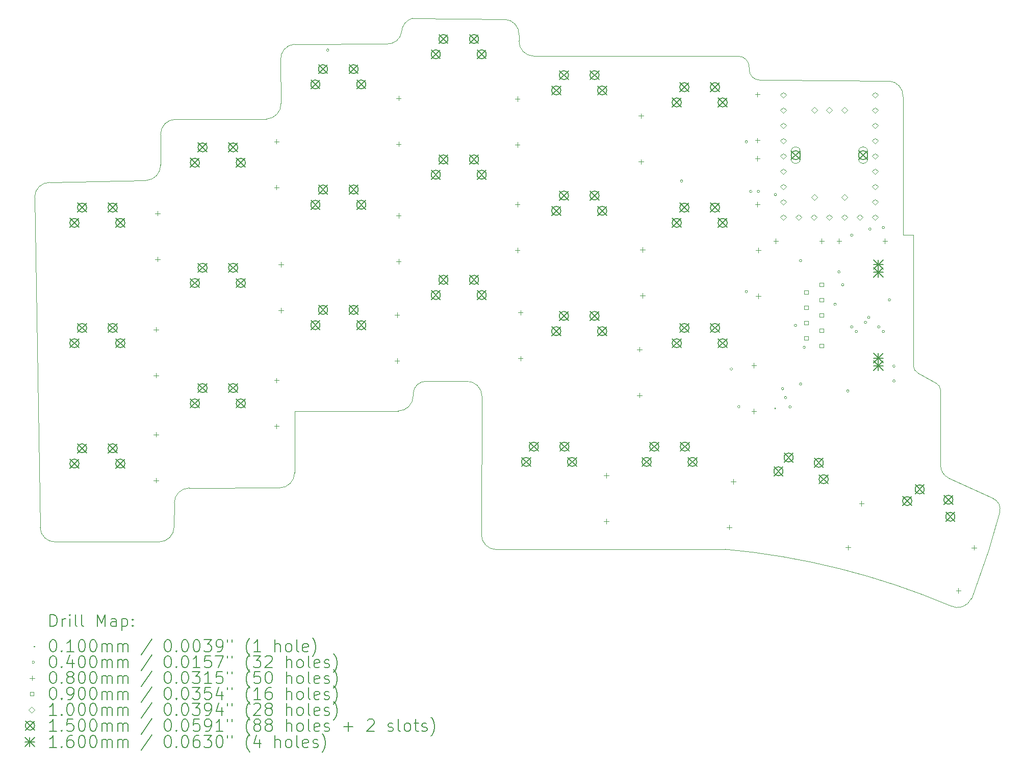
<source format=gbr>
%TF.GenerationSoftware,KiCad,Pcbnew,8.0.3*%
%TF.CreationDate,2024-07-10T08:49:26-07:00*%
%TF.ProjectId,Custom_KB_V1,43757374-6f6d-45f4-9b42-5f56312e6b69,rev?*%
%TF.SameCoordinates,Original*%
%TF.FileFunction,Drillmap*%
%TF.FilePolarity,Positive*%
%FSLAX45Y45*%
G04 Gerber Fmt 4.5, Leading zero omitted, Abs format (unit mm)*
G04 Created by KiCad (PCBNEW 8.0.3) date 2024-07-10 08:49:26*
%MOMM*%
%LPD*%
G01*
G04 APERTURE LIST*
%ADD10C,0.050000*%
%ADD11C,0.200000*%
%ADD12C,0.100000*%
%ADD13C,0.150000*%
%ADD14C,0.160000*%
G04 APERTURE END LIST*
D10*
X21073938Y-12352434D02*
G75*
G02*
X21180352Y-12579258I-75926J-173995D01*
G01*
X20330557Y-12008063D02*
G75*
G02*
X20200000Y-11800000I92713J203169D01*
G01*
X19824449Y-10264104D02*
G75*
G02*
X19748395Y-10148365I48777J114910D01*
G01*
X20125551Y-10435896D02*
G75*
G02*
X20198026Y-10548238I-50831J-112342D01*
G01*
X20998547Y-13196985D02*
X21180352Y-12579258D01*
X20330557Y-12008063D02*
X21073938Y-12352434D01*
X20198026Y-10548238D02*
X20200000Y-11800000D01*
X11250000Y-4600000D02*
G75*
G02*
X11009916Y-4799354I-230344J33162D01*
G01*
X17021828Y-5188057D02*
X17020711Y-5220711D01*
X16843020Y-5002732D02*
G75*
G02*
X17021828Y-5188057I-3164J-181975D01*
G01*
X17200000Y-5400000D02*
G75*
G02*
X17020711Y-5220711I0J179289D01*
G01*
X17415670Y-5399708D02*
X17200000Y-5400000D01*
X20709373Y-14013542D02*
G75*
G02*
X20360932Y-14133492I-229537J100712D01*
G01*
X19750000Y-7975000D02*
X19748395Y-10148365D01*
X5505332Y-13072654D02*
G75*
G02*
X5250143Y-12835355I-9122J246054D01*
G01*
X16620881Y-13194354D02*
G75*
G02*
X20360932Y-14133492I-1120881J-12380645D01*
G01*
X13444096Y-5001898D02*
X15200000Y-5000000D01*
X9243041Y-5071570D02*
G75*
G02*
X9468016Y-4803451I246549J21570D01*
G01*
X19575000Y-7975000D02*
X19750000Y-7975000D01*
X5158675Y-7342192D02*
G75*
G02*
X5409007Y-7099524I246195J-3518D01*
G01*
X12965804Y-4389900D02*
G75*
G02*
X13200000Y-4650000I-12954J-247150D01*
G01*
X11443166Y-10647164D02*
G75*
G02*
X11193166Y-10897156I-249996J4D01*
G01*
X12330567Y-10403417D02*
X11667579Y-10402512D01*
X16620825Y-13194976D02*
X12825000Y-13200000D01*
X12575000Y-12950000D02*
X12585480Y-10650422D01*
X7248769Y-6808933D02*
X7250000Y-6300000D01*
X19340804Y-5414900D02*
G75*
G02*
X19575000Y-5675000I-12954J-247150D01*
G01*
X7476777Y-12426777D02*
G75*
G02*
X7726777Y-12176777I250003J-3D01*
G01*
X20998547Y-13196985D02*
X20709373Y-14013542D01*
X7476777Y-12426777D02*
X7473522Y-12823202D01*
X11442479Y-10608844D02*
G75*
G02*
X11667579Y-10402514I215001J-8606D01*
G01*
X7250000Y-6300000D02*
G75*
G02*
X7500000Y-6050000I250000J0D01*
G01*
X9223223Y-12175000D02*
X7726777Y-12176777D01*
X9468016Y-4803454D02*
X11009916Y-4799354D01*
X9475000Y-10900000D02*
X9473223Y-11925000D01*
X13444096Y-5001898D02*
G75*
G02*
X13199082Y-4747016I4934J249948D01*
G01*
X19575000Y-5675000D02*
X19575000Y-7975000D01*
X9473223Y-11925000D02*
G75*
G02*
X9223223Y-12175003I-250003J0D01*
G01*
X11250000Y-4600000D02*
G75*
G02*
X11428443Y-4371333I252049J-12731D01*
G01*
X11442479Y-10608844D02*
X11443166Y-10647164D01*
X11428443Y-4371333D02*
X12965804Y-4389900D01*
X19824449Y-10264104D02*
X20125551Y-10435896D01*
X17415670Y-5399708D02*
X19340804Y-5414900D01*
X7500000Y-6050000D02*
X9006237Y-6046666D01*
X7248769Y-6808933D02*
G75*
G02*
X7007060Y-7066959I-249869J-8157D01*
G01*
X7473522Y-12823202D02*
G75*
G02*
X7222954Y-13072925I-250000J277D01*
G01*
X7222954Y-13072924D02*
X5505332Y-13072654D01*
X15200000Y-5000000D02*
X16843020Y-5002732D01*
X9247947Y-5788641D02*
G75*
G02*
X9006237Y-6046666I-249867J-8159D01*
G01*
X12330567Y-10403417D02*
G75*
G02*
X12585484Y-10650422I4933J-249953D01*
G01*
X5409007Y-7099520D02*
X7007060Y-7066957D01*
X12825000Y-13200000D02*
G75*
G02*
X12575000Y-12950000I0J250000D01*
G01*
X11193166Y-10897164D02*
X9475000Y-10900000D01*
X5250140Y-12835356D02*
X5158675Y-7342192D01*
X9247947Y-5788641D02*
X9243041Y-5071570D01*
X13200000Y-4650000D02*
X13199074Y-4747016D01*
D11*
D12*
X17445000Y-10845000D02*
X17455000Y-10855000D01*
X17455000Y-10845000D02*
X17445000Y-10855000D01*
X10045000Y-4900000D02*
G75*
G02*
X10005000Y-4900000I-20000J0D01*
G01*
X10005000Y-4900000D02*
G75*
G02*
X10045000Y-4900000I20000J0D01*
G01*
X15920000Y-7075000D02*
G75*
G02*
X15880000Y-7075000I-20000J0D01*
G01*
X15880000Y-7075000D02*
G75*
G02*
X15920000Y-7075000I20000J0D01*
G01*
X16745000Y-10200000D02*
G75*
G02*
X16705000Y-10200000I-20000J0D01*
G01*
X16705000Y-10200000D02*
G75*
G02*
X16745000Y-10200000I20000J0D01*
G01*
X16870000Y-10825000D02*
G75*
G02*
X16830000Y-10825000I-20000J0D01*
G01*
X16830000Y-10825000D02*
G75*
G02*
X16870000Y-10825000I20000J0D01*
G01*
X16995000Y-6425000D02*
G75*
G02*
X16955000Y-6425000I-20000J0D01*
G01*
X16955000Y-6425000D02*
G75*
G02*
X16995000Y-6425000I20000J0D01*
G01*
X16995000Y-8914500D02*
G75*
G02*
X16955000Y-8914500I-20000J0D01*
G01*
X16955000Y-8914500D02*
G75*
G02*
X16995000Y-8914500I20000J0D01*
G01*
X17067500Y-7250000D02*
G75*
G02*
X17027500Y-7250000I-20000J0D01*
G01*
X17027500Y-7250000D02*
G75*
G02*
X17067500Y-7250000I20000J0D01*
G01*
X17195000Y-7250000D02*
G75*
G02*
X17155000Y-7250000I-20000J0D01*
G01*
X17155000Y-7250000D02*
G75*
G02*
X17195000Y-7250000I20000J0D01*
G01*
X17475777Y-7302159D02*
G75*
G02*
X17435777Y-7302159I-20000J0D01*
G01*
X17435777Y-7302159D02*
G75*
G02*
X17475777Y-7302159I20000J0D01*
G01*
X17596265Y-10526265D02*
G75*
G02*
X17556265Y-10526265I-20000J0D01*
G01*
X17556265Y-10526265D02*
G75*
G02*
X17596265Y-10526265I20000J0D01*
G01*
X17645000Y-10675000D02*
G75*
G02*
X17605000Y-10675000I-20000J0D01*
G01*
X17605000Y-10675000D02*
G75*
G02*
X17645000Y-10675000I20000J0D01*
G01*
X17720000Y-10827500D02*
G75*
G02*
X17680000Y-10827500I-20000J0D01*
G01*
X17680000Y-10827500D02*
G75*
G02*
X17720000Y-10827500I20000J0D01*
G01*
X17810259Y-9475000D02*
G75*
G02*
X17770259Y-9475000I-20000J0D01*
G01*
X17770259Y-9475000D02*
G75*
G02*
X17810259Y-9475000I20000J0D01*
G01*
X17894880Y-10450120D02*
G75*
G02*
X17854880Y-10450120I-20000J0D01*
G01*
X17854880Y-10450120D02*
G75*
G02*
X17894880Y-10450120I20000J0D01*
G01*
X17895000Y-8400000D02*
G75*
G02*
X17855000Y-8400000I-20000J0D01*
G01*
X17855000Y-8400000D02*
G75*
G02*
X17895000Y-8400000I20000J0D01*
G01*
X17955259Y-9839789D02*
G75*
G02*
X17915259Y-9839789I-20000J0D01*
G01*
X17915259Y-9839789D02*
G75*
G02*
X17955259Y-9839789I20000J0D01*
G01*
X18466328Y-9123858D02*
G75*
G02*
X18426328Y-9123858I-20000J0D01*
G01*
X18426328Y-9123858D02*
G75*
G02*
X18466328Y-9123858I20000J0D01*
G01*
X18531235Y-8586235D02*
G75*
G02*
X18491235Y-8586235I-20000J0D01*
G01*
X18491235Y-8586235D02*
G75*
G02*
X18531235Y-8586235I20000J0D01*
G01*
X18595000Y-8800000D02*
G75*
G02*
X18555000Y-8800000I-20000J0D01*
G01*
X18555000Y-8800000D02*
G75*
G02*
X18595000Y-8800000I20000J0D01*
G01*
X18680235Y-10564765D02*
G75*
G02*
X18640235Y-10564765I-20000J0D01*
G01*
X18640235Y-10564765D02*
G75*
G02*
X18680235Y-10564765I20000J0D01*
G01*
X18745000Y-7975000D02*
G75*
G02*
X18705000Y-7975000I-20000J0D01*
G01*
X18705000Y-7975000D02*
G75*
G02*
X18745000Y-7975000I20000J0D01*
G01*
X18745000Y-9500000D02*
G75*
G02*
X18705000Y-9500000I-20000J0D01*
G01*
X18705000Y-9500000D02*
G75*
G02*
X18745000Y-9500000I20000J0D01*
G01*
X18820000Y-9575000D02*
G75*
G02*
X18780000Y-9575000I-20000J0D01*
G01*
X18780000Y-9575000D02*
G75*
G02*
X18820000Y-9575000I20000J0D01*
G01*
X18972515Y-9424985D02*
G75*
G02*
X18932515Y-9424985I-20000J0D01*
G01*
X18932515Y-9424985D02*
G75*
G02*
X18972515Y-9424985I20000J0D01*
G01*
X19026016Y-9340500D02*
G75*
G02*
X18986016Y-9340500I-20000J0D01*
G01*
X18986016Y-9340500D02*
G75*
G02*
X19026016Y-9340500I20000J0D01*
G01*
X19045000Y-7875000D02*
G75*
G02*
X19005000Y-7875000I-20000J0D01*
G01*
X19005000Y-7875000D02*
G75*
G02*
X19045000Y-7875000I20000J0D01*
G01*
X19193735Y-9501265D02*
G75*
G02*
X19153735Y-9501265I-20000J0D01*
G01*
X19153735Y-9501265D02*
G75*
G02*
X19193735Y-9501265I20000J0D01*
G01*
X19268735Y-9576265D02*
G75*
G02*
X19228735Y-9576265I-20000J0D01*
G01*
X19228735Y-9576265D02*
G75*
G02*
X19268735Y-9576265I20000J0D01*
G01*
X19269777Y-7850000D02*
G75*
G02*
X19229777Y-7850000I-20000J0D01*
G01*
X19229777Y-7850000D02*
G75*
G02*
X19269777Y-7850000I20000J0D01*
G01*
X19370000Y-9050000D02*
G75*
G02*
X19330000Y-9050000I-20000J0D01*
G01*
X19330000Y-9050000D02*
G75*
G02*
X19370000Y-9050000I20000J0D01*
G01*
X19445000Y-10150000D02*
G75*
G02*
X19405000Y-10150000I-20000J0D01*
G01*
X19405000Y-10150000D02*
G75*
G02*
X19445000Y-10150000I20000J0D01*
G01*
X19445000Y-10400000D02*
G75*
G02*
X19405000Y-10400000I-20000J0D01*
G01*
X19405000Y-10400000D02*
G75*
G02*
X19445000Y-10400000I20000J0D01*
G01*
X7175000Y-9504000D02*
X7175000Y-9584000D01*
X7135000Y-9544000D02*
X7215000Y-9544000D01*
X7175000Y-10266000D02*
X7175000Y-10346000D01*
X7135000Y-10306000D02*
X7215000Y-10306000D01*
X7175000Y-11248000D02*
X7175000Y-11328000D01*
X7135000Y-11288000D02*
X7215000Y-11288000D01*
X7175000Y-12010000D02*
X7175000Y-12090000D01*
X7135000Y-12050000D02*
X7215000Y-12050000D01*
X7200000Y-7573000D02*
X7200000Y-7653000D01*
X7160000Y-7613000D02*
X7240000Y-7613000D01*
X7200000Y-8335000D02*
X7200000Y-8415000D01*
X7160000Y-8375000D02*
X7240000Y-8375000D01*
X9175000Y-6379000D02*
X9175000Y-6459000D01*
X9135000Y-6419000D02*
X9215000Y-6419000D01*
X9175000Y-7141000D02*
X9175000Y-7221000D01*
X9135000Y-7181000D02*
X9215000Y-7181000D01*
X9175000Y-10348000D02*
X9175000Y-10428000D01*
X9135000Y-10388000D02*
X9215000Y-10388000D01*
X9175000Y-11110000D02*
X9175000Y-11190000D01*
X9135000Y-11150000D02*
X9215000Y-11150000D01*
X9250000Y-8423000D02*
X9250000Y-8503000D01*
X9210000Y-8463000D02*
X9290000Y-8463000D01*
X9250000Y-9185000D02*
X9250000Y-9265000D01*
X9210000Y-9225000D02*
X9290000Y-9225000D01*
X11175000Y-9260000D02*
X11175000Y-9340000D01*
X11135000Y-9300000D02*
X11215000Y-9300000D01*
X11175000Y-10022000D02*
X11175000Y-10102000D01*
X11135000Y-10062000D02*
X11215000Y-10062000D01*
X11200000Y-5660000D02*
X11200000Y-5740000D01*
X11160000Y-5700000D02*
X11240000Y-5700000D01*
X11200000Y-6422000D02*
X11200000Y-6502000D01*
X11160000Y-6462000D02*
X11240000Y-6462000D01*
X11200000Y-7610000D02*
X11200000Y-7690000D01*
X11160000Y-7650000D02*
X11240000Y-7650000D01*
X11200000Y-8372000D02*
X11200000Y-8452000D01*
X11160000Y-8412000D02*
X11240000Y-8412000D01*
X13175000Y-5673000D02*
X13175000Y-5753000D01*
X13135000Y-5713000D02*
X13215000Y-5713000D01*
X13175000Y-6435000D02*
X13175000Y-6515000D01*
X13135000Y-6475000D02*
X13215000Y-6475000D01*
X13175000Y-7423000D02*
X13175000Y-7503000D01*
X13135000Y-7463000D02*
X13215000Y-7463000D01*
X13175000Y-8185000D02*
X13175000Y-8265000D01*
X13135000Y-8225000D02*
X13215000Y-8225000D01*
X13225000Y-9223000D02*
X13225000Y-9303000D01*
X13185000Y-9263000D02*
X13265000Y-9263000D01*
X13225000Y-9985000D02*
X13225000Y-10065000D01*
X13185000Y-10025000D02*
X13265000Y-10025000D01*
X14650000Y-11929000D02*
X14650000Y-12009000D01*
X14610000Y-11969000D02*
X14690000Y-11969000D01*
X14650000Y-12691000D02*
X14650000Y-12771000D01*
X14610000Y-12731000D02*
X14690000Y-12731000D01*
X15200000Y-9835000D02*
X15200000Y-9915000D01*
X15160000Y-9875000D02*
X15240000Y-9875000D01*
X15200000Y-10597000D02*
X15200000Y-10677000D01*
X15160000Y-10637000D02*
X15240000Y-10637000D01*
X15225000Y-5954000D02*
X15225000Y-6034000D01*
X15185000Y-5994000D02*
X15265000Y-5994000D01*
X15225000Y-6716000D02*
X15225000Y-6796000D01*
X15185000Y-6756000D02*
X15265000Y-6756000D01*
X15250000Y-8179000D02*
X15250000Y-8259000D01*
X15210000Y-8219000D02*
X15290000Y-8219000D01*
X15250000Y-8941000D02*
X15250000Y-9021000D01*
X15210000Y-8981000D02*
X15290000Y-8981000D01*
X16691794Y-12789550D02*
X16691794Y-12869550D01*
X16651794Y-12829550D02*
X16731794Y-12829550D01*
X16758206Y-12030450D02*
X16758206Y-12110450D01*
X16718206Y-12070450D02*
X16798206Y-12070450D01*
X17100000Y-10098000D02*
X17100000Y-10178000D01*
X17060000Y-10138000D02*
X17140000Y-10138000D01*
X17100000Y-10860000D02*
X17100000Y-10940000D01*
X17060000Y-10900000D02*
X17140000Y-10900000D01*
X17160158Y-5598538D02*
X17160158Y-5678538D01*
X17120158Y-5638538D02*
X17200158Y-5638538D01*
X17160158Y-6360538D02*
X17160158Y-6440538D01*
X17120158Y-6400538D02*
X17200158Y-6400538D01*
X17160158Y-6663763D02*
X17160158Y-6743763D01*
X17120158Y-6703763D02*
X17200158Y-6703763D01*
X17160158Y-7425763D02*
X17160158Y-7505763D01*
X17120158Y-7465763D02*
X17200158Y-7465763D01*
X17175000Y-8185000D02*
X17175000Y-8265000D01*
X17135000Y-8225000D02*
X17215000Y-8225000D01*
X17175000Y-8947000D02*
X17175000Y-9027000D01*
X17135000Y-8987000D02*
X17215000Y-8987000D01*
X17463000Y-8035000D02*
X17463000Y-8115000D01*
X17423000Y-8075000D02*
X17503000Y-8075000D01*
X18225000Y-8035000D02*
X18225000Y-8115000D01*
X18185000Y-8075000D02*
X18265000Y-8075000D01*
X18513000Y-8035000D02*
X18513000Y-8115000D01*
X18473000Y-8075000D02*
X18553000Y-8075000D01*
X18663606Y-13124352D02*
X18663606Y-13204352D01*
X18623606Y-13164352D02*
X18703606Y-13164352D01*
X18886394Y-12395648D02*
X18886394Y-12475648D01*
X18846394Y-12435648D02*
X18926394Y-12435648D01*
X19275000Y-8035000D02*
X19275000Y-8115000D01*
X19235000Y-8075000D02*
X19315000Y-8075000D01*
X20494690Y-13843023D02*
X20494690Y-13923023D01*
X20454690Y-13883023D02*
X20534690Y-13883023D01*
X20755310Y-13126977D02*
X20755310Y-13206977D01*
X20715310Y-13166977D02*
X20795310Y-13166977D01*
X18002079Y-8954678D02*
X18002079Y-8891038D01*
X17938439Y-8891038D01*
X17938439Y-8954678D01*
X18002079Y-8954678D01*
X18002079Y-9208678D02*
X18002079Y-9145038D01*
X17938439Y-9145038D01*
X17938439Y-9208678D01*
X18002079Y-9208678D01*
X18002079Y-9462678D02*
X18002079Y-9399038D01*
X17938439Y-9399038D01*
X17938439Y-9462678D01*
X18002079Y-9462678D01*
X18002079Y-9716678D02*
X18002079Y-9653038D01*
X17938439Y-9653038D01*
X17938439Y-9716678D01*
X18002079Y-9716678D01*
X18002820Y-8954820D02*
X18002820Y-8891180D01*
X17939180Y-8891180D01*
X17939180Y-8954820D01*
X18002820Y-8954820D01*
X18002820Y-9208820D02*
X18002820Y-9145180D01*
X17939180Y-9145180D01*
X17939180Y-9208820D01*
X18002820Y-9208820D01*
X18002820Y-9462820D02*
X18002820Y-9399180D01*
X17939180Y-9399180D01*
X17939180Y-9462820D01*
X18002820Y-9462820D01*
X18002820Y-9716820D02*
X18002820Y-9653180D01*
X17939180Y-9653180D01*
X17939180Y-9716820D01*
X18002820Y-9716820D01*
X18256079Y-8827678D02*
X18256079Y-8764038D01*
X18192439Y-8764038D01*
X18192439Y-8827678D01*
X18256079Y-8827678D01*
X18256079Y-9081678D02*
X18256079Y-9018038D01*
X18192439Y-9018038D01*
X18192439Y-9081678D01*
X18256079Y-9081678D01*
X18256079Y-9335678D02*
X18256079Y-9272038D01*
X18192439Y-9272038D01*
X18192439Y-9335678D01*
X18256079Y-9335678D01*
X18256079Y-9589678D02*
X18256079Y-9526038D01*
X18192439Y-9526038D01*
X18192439Y-9589678D01*
X18256079Y-9589678D01*
X18256820Y-9081820D02*
X18256820Y-9018180D01*
X18193180Y-9018180D01*
X18193180Y-9081820D01*
X18256820Y-9081820D01*
X18256820Y-9335820D02*
X18256820Y-9272180D01*
X18193180Y-9272180D01*
X18193180Y-9335820D01*
X18256820Y-9335820D01*
X18256820Y-9589820D02*
X18256820Y-9526180D01*
X18193180Y-9526180D01*
X18193180Y-9589820D01*
X18256820Y-9589820D01*
X18256820Y-9843820D02*
X18256820Y-9780180D01*
X18193180Y-9780180D01*
X18193180Y-9843820D01*
X18256820Y-9843820D01*
X17590777Y-5697775D02*
X17640777Y-5647775D01*
X17590777Y-5597775D01*
X17540777Y-5647775D01*
X17590777Y-5697775D01*
X17590777Y-5951775D02*
X17640777Y-5901775D01*
X17590777Y-5851775D01*
X17540777Y-5901775D01*
X17590777Y-5951775D01*
X17590777Y-6205775D02*
X17640777Y-6155775D01*
X17590777Y-6105775D01*
X17540777Y-6155775D01*
X17590777Y-6205775D01*
X17590777Y-6459775D02*
X17640777Y-6409775D01*
X17590777Y-6359775D01*
X17540777Y-6409775D01*
X17590777Y-6459775D01*
X17590777Y-6713775D02*
X17640777Y-6663775D01*
X17590777Y-6613775D01*
X17540777Y-6663775D01*
X17590777Y-6713775D01*
X17590777Y-6967775D02*
X17640777Y-6917775D01*
X17590777Y-6867775D01*
X17540777Y-6917775D01*
X17590777Y-6967775D01*
X17590777Y-7221775D02*
X17640777Y-7171775D01*
X17590777Y-7121775D01*
X17540777Y-7171775D01*
X17590777Y-7221775D01*
X17590777Y-7475775D02*
X17640777Y-7425775D01*
X17590777Y-7375775D01*
X17540777Y-7425775D01*
X17590777Y-7475775D01*
X17590777Y-7729775D02*
X17640777Y-7679775D01*
X17590777Y-7629775D01*
X17540777Y-7679775D01*
X17590777Y-7729775D01*
X17844777Y-7729775D02*
X17894777Y-7679775D01*
X17844777Y-7629775D01*
X17794777Y-7679775D01*
X17844777Y-7729775D01*
X18098777Y-7729775D02*
X18148777Y-7679775D01*
X18098777Y-7629775D01*
X18048777Y-7679775D01*
X18098777Y-7729775D01*
X18103125Y-5946878D02*
X18153125Y-5896878D01*
X18103125Y-5846878D01*
X18053125Y-5896878D01*
X18103125Y-5946878D01*
X18103125Y-7396878D02*
X18153125Y-7346878D01*
X18103125Y-7296878D01*
X18053125Y-7346878D01*
X18103125Y-7396878D01*
X18352777Y-7729775D02*
X18402777Y-7679775D01*
X18352777Y-7629775D01*
X18302777Y-7679775D01*
X18352777Y-7729775D01*
X18353125Y-5946878D02*
X18403125Y-5896878D01*
X18353125Y-5846878D01*
X18303125Y-5896878D01*
X18353125Y-5946878D01*
X18603125Y-5946878D02*
X18653125Y-5896878D01*
X18603125Y-5846878D01*
X18553125Y-5896878D01*
X18603125Y-5946878D01*
X18603125Y-7396878D02*
X18653125Y-7346878D01*
X18603125Y-7296878D01*
X18553125Y-7346878D01*
X18603125Y-7396878D01*
X18606777Y-7729775D02*
X18656777Y-7679775D01*
X18606777Y-7629775D01*
X18556777Y-7679775D01*
X18606777Y-7729775D01*
X18860777Y-7729775D02*
X18910777Y-7679775D01*
X18860777Y-7629775D01*
X18810777Y-7679775D01*
X18860777Y-7729775D01*
X19114777Y-5697775D02*
X19164777Y-5647775D01*
X19114777Y-5597775D01*
X19064777Y-5647775D01*
X19114777Y-5697775D01*
X19114777Y-5951775D02*
X19164777Y-5901775D01*
X19114777Y-5851775D01*
X19064777Y-5901775D01*
X19114777Y-5951775D01*
X19114777Y-6205775D02*
X19164777Y-6155775D01*
X19114777Y-6105775D01*
X19064777Y-6155775D01*
X19114777Y-6205775D01*
X19114777Y-6459775D02*
X19164777Y-6409775D01*
X19114777Y-6359775D01*
X19064777Y-6409775D01*
X19114777Y-6459775D01*
X19114777Y-6713775D02*
X19164777Y-6663775D01*
X19114777Y-6613775D01*
X19064777Y-6663775D01*
X19114777Y-6713775D01*
X19114777Y-6967775D02*
X19164777Y-6917775D01*
X19114777Y-6867775D01*
X19064777Y-6917775D01*
X19114777Y-6967775D01*
X19114777Y-7221775D02*
X19164777Y-7171775D01*
X19114777Y-7121775D01*
X19064777Y-7171775D01*
X19114777Y-7221775D01*
X19114777Y-7475775D02*
X19164777Y-7425775D01*
X19114777Y-7375775D01*
X19064777Y-7425775D01*
X19114777Y-7475775D01*
X19114777Y-7729775D02*
X19164777Y-7679775D01*
X19114777Y-7629775D01*
X19064777Y-7679775D01*
X19114777Y-7729775D01*
D13*
X5744000Y-7696000D02*
X5894000Y-7846000D01*
X5894000Y-7696000D02*
X5744000Y-7846000D01*
X5894000Y-7771000D02*
G75*
G02*
X5744000Y-7771000I-75000J0D01*
G01*
X5744000Y-7771000D02*
G75*
G02*
X5894000Y-7771000I75000J0D01*
G01*
X5744000Y-9696000D02*
X5894000Y-9846000D01*
X5894000Y-9696000D02*
X5744000Y-9846000D01*
X5894000Y-9771000D02*
G75*
G02*
X5744000Y-9771000I-75000J0D01*
G01*
X5744000Y-9771000D02*
G75*
G02*
X5894000Y-9771000I75000J0D01*
G01*
X5744000Y-11696000D02*
X5894000Y-11846000D01*
X5894000Y-11696000D02*
X5744000Y-11846000D01*
X5894000Y-11771000D02*
G75*
G02*
X5744000Y-11771000I-75000J0D01*
G01*
X5744000Y-11771000D02*
G75*
G02*
X5894000Y-11771000I75000J0D01*
G01*
X5871000Y-7442000D02*
X6021000Y-7592000D01*
X6021000Y-7442000D02*
X5871000Y-7592000D01*
X6021000Y-7517000D02*
G75*
G02*
X5871000Y-7517000I-75000J0D01*
G01*
X5871000Y-7517000D02*
G75*
G02*
X6021000Y-7517000I75000J0D01*
G01*
X5871000Y-9442000D02*
X6021000Y-9592000D01*
X6021000Y-9442000D02*
X5871000Y-9592000D01*
X6021000Y-9517000D02*
G75*
G02*
X5871000Y-9517000I-75000J0D01*
G01*
X5871000Y-9517000D02*
G75*
G02*
X6021000Y-9517000I75000J0D01*
G01*
X5871000Y-11442000D02*
X6021000Y-11592000D01*
X6021000Y-11442000D02*
X5871000Y-11592000D01*
X6021000Y-11517000D02*
G75*
G02*
X5871000Y-11517000I-75000J0D01*
G01*
X5871000Y-11517000D02*
G75*
G02*
X6021000Y-11517000I75000J0D01*
G01*
X6379000Y-7442000D02*
X6529000Y-7592000D01*
X6529000Y-7442000D02*
X6379000Y-7592000D01*
X6529000Y-7517000D02*
G75*
G02*
X6379000Y-7517000I-75000J0D01*
G01*
X6379000Y-7517000D02*
G75*
G02*
X6529000Y-7517000I75000J0D01*
G01*
X6379000Y-9442000D02*
X6529000Y-9592000D01*
X6529000Y-9442000D02*
X6379000Y-9592000D01*
X6529000Y-9517000D02*
G75*
G02*
X6379000Y-9517000I-75000J0D01*
G01*
X6379000Y-9517000D02*
G75*
G02*
X6529000Y-9517000I75000J0D01*
G01*
X6379000Y-11442000D02*
X6529000Y-11592000D01*
X6529000Y-11442000D02*
X6379000Y-11592000D01*
X6529000Y-11517000D02*
G75*
G02*
X6379000Y-11517000I-75000J0D01*
G01*
X6379000Y-11517000D02*
G75*
G02*
X6529000Y-11517000I75000J0D01*
G01*
X6506000Y-7696000D02*
X6656000Y-7846000D01*
X6656000Y-7696000D02*
X6506000Y-7846000D01*
X6656000Y-7771000D02*
G75*
G02*
X6506000Y-7771000I-75000J0D01*
G01*
X6506000Y-7771000D02*
G75*
G02*
X6656000Y-7771000I75000J0D01*
G01*
X6506000Y-9696000D02*
X6656000Y-9846000D01*
X6656000Y-9696000D02*
X6506000Y-9846000D01*
X6656000Y-9771000D02*
G75*
G02*
X6506000Y-9771000I-75000J0D01*
G01*
X6506000Y-9771000D02*
G75*
G02*
X6656000Y-9771000I75000J0D01*
G01*
X6506000Y-11696000D02*
X6656000Y-11846000D01*
X6656000Y-11696000D02*
X6506000Y-11846000D01*
X6656000Y-11771000D02*
G75*
G02*
X6506000Y-11771000I-75000J0D01*
G01*
X6506000Y-11771000D02*
G75*
G02*
X6656000Y-11771000I75000J0D01*
G01*
X7744000Y-6696000D02*
X7894000Y-6846000D01*
X7894000Y-6696000D02*
X7744000Y-6846000D01*
X7894000Y-6771000D02*
G75*
G02*
X7744000Y-6771000I-75000J0D01*
G01*
X7744000Y-6771000D02*
G75*
G02*
X7894000Y-6771000I75000J0D01*
G01*
X7744000Y-8696000D02*
X7894000Y-8846000D01*
X7894000Y-8696000D02*
X7744000Y-8846000D01*
X7894000Y-8771000D02*
G75*
G02*
X7744000Y-8771000I-75000J0D01*
G01*
X7744000Y-8771000D02*
G75*
G02*
X7894000Y-8771000I75000J0D01*
G01*
X7744000Y-10696000D02*
X7894000Y-10846000D01*
X7894000Y-10696000D02*
X7744000Y-10846000D01*
X7894000Y-10771000D02*
G75*
G02*
X7744000Y-10771000I-75000J0D01*
G01*
X7744000Y-10771000D02*
G75*
G02*
X7894000Y-10771000I75000J0D01*
G01*
X7871000Y-6442000D02*
X8021000Y-6592000D01*
X8021000Y-6442000D02*
X7871000Y-6592000D01*
X8021000Y-6517000D02*
G75*
G02*
X7871000Y-6517000I-75000J0D01*
G01*
X7871000Y-6517000D02*
G75*
G02*
X8021000Y-6517000I75000J0D01*
G01*
X7871000Y-8442000D02*
X8021000Y-8592000D01*
X8021000Y-8442000D02*
X7871000Y-8592000D01*
X8021000Y-8517000D02*
G75*
G02*
X7871000Y-8517000I-75000J0D01*
G01*
X7871000Y-8517000D02*
G75*
G02*
X8021000Y-8517000I75000J0D01*
G01*
X7871000Y-10442000D02*
X8021000Y-10592000D01*
X8021000Y-10442000D02*
X7871000Y-10592000D01*
X8021000Y-10517000D02*
G75*
G02*
X7871000Y-10517000I-75000J0D01*
G01*
X7871000Y-10517000D02*
G75*
G02*
X8021000Y-10517000I75000J0D01*
G01*
X8379000Y-6442000D02*
X8529000Y-6592000D01*
X8529000Y-6442000D02*
X8379000Y-6592000D01*
X8529000Y-6517000D02*
G75*
G02*
X8379000Y-6517000I-75000J0D01*
G01*
X8379000Y-6517000D02*
G75*
G02*
X8529000Y-6517000I75000J0D01*
G01*
X8379000Y-8442000D02*
X8529000Y-8592000D01*
X8529000Y-8442000D02*
X8379000Y-8592000D01*
X8529000Y-8517000D02*
G75*
G02*
X8379000Y-8517000I-75000J0D01*
G01*
X8379000Y-8517000D02*
G75*
G02*
X8529000Y-8517000I75000J0D01*
G01*
X8379000Y-10442000D02*
X8529000Y-10592000D01*
X8529000Y-10442000D02*
X8379000Y-10592000D01*
X8529000Y-10517000D02*
G75*
G02*
X8379000Y-10517000I-75000J0D01*
G01*
X8379000Y-10517000D02*
G75*
G02*
X8529000Y-10517000I75000J0D01*
G01*
X8506000Y-6696000D02*
X8656000Y-6846000D01*
X8656000Y-6696000D02*
X8506000Y-6846000D01*
X8656000Y-6771000D02*
G75*
G02*
X8506000Y-6771000I-75000J0D01*
G01*
X8506000Y-6771000D02*
G75*
G02*
X8656000Y-6771000I75000J0D01*
G01*
X8506000Y-8696000D02*
X8656000Y-8846000D01*
X8656000Y-8696000D02*
X8506000Y-8846000D01*
X8656000Y-8771000D02*
G75*
G02*
X8506000Y-8771000I-75000J0D01*
G01*
X8506000Y-8771000D02*
G75*
G02*
X8656000Y-8771000I75000J0D01*
G01*
X8506000Y-10696000D02*
X8656000Y-10846000D01*
X8656000Y-10696000D02*
X8506000Y-10846000D01*
X8656000Y-10771000D02*
G75*
G02*
X8506000Y-10771000I-75000J0D01*
G01*
X8506000Y-10771000D02*
G75*
G02*
X8656000Y-10771000I75000J0D01*
G01*
X9744000Y-5396000D02*
X9894000Y-5546000D01*
X9894000Y-5396000D02*
X9744000Y-5546000D01*
X9894000Y-5471000D02*
G75*
G02*
X9744000Y-5471000I-75000J0D01*
G01*
X9744000Y-5471000D02*
G75*
G02*
X9894000Y-5471000I75000J0D01*
G01*
X9744000Y-7396000D02*
X9894000Y-7546000D01*
X9894000Y-7396000D02*
X9744000Y-7546000D01*
X9894000Y-7471000D02*
G75*
G02*
X9744000Y-7471000I-75000J0D01*
G01*
X9744000Y-7471000D02*
G75*
G02*
X9894000Y-7471000I75000J0D01*
G01*
X9744000Y-9396000D02*
X9894000Y-9546000D01*
X9894000Y-9396000D02*
X9744000Y-9546000D01*
X9894000Y-9471000D02*
G75*
G02*
X9744000Y-9471000I-75000J0D01*
G01*
X9744000Y-9471000D02*
G75*
G02*
X9894000Y-9471000I75000J0D01*
G01*
X9871000Y-5142000D02*
X10021000Y-5292000D01*
X10021000Y-5142000D02*
X9871000Y-5292000D01*
X10021000Y-5217000D02*
G75*
G02*
X9871000Y-5217000I-75000J0D01*
G01*
X9871000Y-5217000D02*
G75*
G02*
X10021000Y-5217000I75000J0D01*
G01*
X9871000Y-7142000D02*
X10021000Y-7292000D01*
X10021000Y-7142000D02*
X9871000Y-7292000D01*
X10021000Y-7217000D02*
G75*
G02*
X9871000Y-7217000I-75000J0D01*
G01*
X9871000Y-7217000D02*
G75*
G02*
X10021000Y-7217000I75000J0D01*
G01*
X9871000Y-9142000D02*
X10021000Y-9292000D01*
X10021000Y-9142000D02*
X9871000Y-9292000D01*
X10021000Y-9217000D02*
G75*
G02*
X9871000Y-9217000I-75000J0D01*
G01*
X9871000Y-9217000D02*
G75*
G02*
X10021000Y-9217000I75000J0D01*
G01*
X10379000Y-5142000D02*
X10529000Y-5292000D01*
X10529000Y-5142000D02*
X10379000Y-5292000D01*
X10529000Y-5217000D02*
G75*
G02*
X10379000Y-5217000I-75000J0D01*
G01*
X10379000Y-5217000D02*
G75*
G02*
X10529000Y-5217000I75000J0D01*
G01*
X10379000Y-7142000D02*
X10529000Y-7292000D01*
X10529000Y-7142000D02*
X10379000Y-7292000D01*
X10529000Y-7217000D02*
G75*
G02*
X10379000Y-7217000I-75000J0D01*
G01*
X10379000Y-7217000D02*
G75*
G02*
X10529000Y-7217000I75000J0D01*
G01*
X10379000Y-9142000D02*
X10529000Y-9292000D01*
X10529000Y-9142000D02*
X10379000Y-9292000D01*
X10529000Y-9217000D02*
G75*
G02*
X10379000Y-9217000I-75000J0D01*
G01*
X10379000Y-9217000D02*
G75*
G02*
X10529000Y-9217000I75000J0D01*
G01*
X10506000Y-5396000D02*
X10656000Y-5546000D01*
X10656000Y-5396000D02*
X10506000Y-5546000D01*
X10656000Y-5471000D02*
G75*
G02*
X10506000Y-5471000I-75000J0D01*
G01*
X10506000Y-5471000D02*
G75*
G02*
X10656000Y-5471000I75000J0D01*
G01*
X10506000Y-7396000D02*
X10656000Y-7546000D01*
X10656000Y-7396000D02*
X10506000Y-7546000D01*
X10656000Y-7471000D02*
G75*
G02*
X10506000Y-7471000I-75000J0D01*
G01*
X10506000Y-7471000D02*
G75*
G02*
X10656000Y-7471000I75000J0D01*
G01*
X10506000Y-9396000D02*
X10656000Y-9546000D01*
X10656000Y-9396000D02*
X10506000Y-9546000D01*
X10656000Y-9471000D02*
G75*
G02*
X10506000Y-9471000I-75000J0D01*
G01*
X10506000Y-9471000D02*
G75*
G02*
X10656000Y-9471000I75000J0D01*
G01*
X11744000Y-4896000D02*
X11894000Y-5046000D01*
X11894000Y-4896000D02*
X11744000Y-5046000D01*
X11894000Y-4971000D02*
G75*
G02*
X11744000Y-4971000I-75000J0D01*
G01*
X11744000Y-4971000D02*
G75*
G02*
X11894000Y-4971000I75000J0D01*
G01*
X11744000Y-6896000D02*
X11894000Y-7046000D01*
X11894000Y-6896000D02*
X11744000Y-7046000D01*
X11894000Y-6971000D02*
G75*
G02*
X11744000Y-6971000I-75000J0D01*
G01*
X11744000Y-6971000D02*
G75*
G02*
X11894000Y-6971000I75000J0D01*
G01*
X11744000Y-8896000D02*
X11894000Y-9046000D01*
X11894000Y-8896000D02*
X11744000Y-9046000D01*
X11894000Y-8971000D02*
G75*
G02*
X11744000Y-8971000I-75000J0D01*
G01*
X11744000Y-8971000D02*
G75*
G02*
X11894000Y-8971000I75000J0D01*
G01*
X11871000Y-4642000D02*
X12021000Y-4792000D01*
X12021000Y-4642000D02*
X11871000Y-4792000D01*
X12021000Y-4717000D02*
G75*
G02*
X11871000Y-4717000I-75000J0D01*
G01*
X11871000Y-4717000D02*
G75*
G02*
X12021000Y-4717000I75000J0D01*
G01*
X11871000Y-6642000D02*
X12021000Y-6792000D01*
X12021000Y-6642000D02*
X11871000Y-6792000D01*
X12021000Y-6717000D02*
G75*
G02*
X11871000Y-6717000I-75000J0D01*
G01*
X11871000Y-6717000D02*
G75*
G02*
X12021000Y-6717000I75000J0D01*
G01*
X11871000Y-8642000D02*
X12021000Y-8792000D01*
X12021000Y-8642000D02*
X11871000Y-8792000D01*
X12021000Y-8717000D02*
G75*
G02*
X11871000Y-8717000I-75000J0D01*
G01*
X11871000Y-8717000D02*
G75*
G02*
X12021000Y-8717000I75000J0D01*
G01*
X12379000Y-4642000D02*
X12529000Y-4792000D01*
X12529000Y-4642000D02*
X12379000Y-4792000D01*
X12529000Y-4717000D02*
G75*
G02*
X12379000Y-4717000I-75000J0D01*
G01*
X12379000Y-4717000D02*
G75*
G02*
X12529000Y-4717000I75000J0D01*
G01*
X12379000Y-6642000D02*
X12529000Y-6792000D01*
X12529000Y-6642000D02*
X12379000Y-6792000D01*
X12529000Y-6717000D02*
G75*
G02*
X12379000Y-6717000I-75000J0D01*
G01*
X12379000Y-6717000D02*
G75*
G02*
X12529000Y-6717000I75000J0D01*
G01*
X12379000Y-8642000D02*
X12529000Y-8792000D01*
X12529000Y-8642000D02*
X12379000Y-8792000D01*
X12529000Y-8717000D02*
G75*
G02*
X12379000Y-8717000I-75000J0D01*
G01*
X12379000Y-8717000D02*
G75*
G02*
X12529000Y-8717000I75000J0D01*
G01*
X12506000Y-4896000D02*
X12656000Y-5046000D01*
X12656000Y-4896000D02*
X12506000Y-5046000D01*
X12656000Y-4971000D02*
G75*
G02*
X12506000Y-4971000I-75000J0D01*
G01*
X12506000Y-4971000D02*
G75*
G02*
X12656000Y-4971000I75000J0D01*
G01*
X12506000Y-6896000D02*
X12656000Y-7046000D01*
X12656000Y-6896000D02*
X12506000Y-7046000D01*
X12656000Y-6971000D02*
G75*
G02*
X12506000Y-6971000I-75000J0D01*
G01*
X12506000Y-6971000D02*
G75*
G02*
X12656000Y-6971000I75000J0D01*
G01*
X12506000Y-8896000D02*
X12656000Y-9046000D01*
X12656000Y-8896000D02*
X12506000Y-9046000D01*
X12656000Y-8971000D02*
G75*
G02*
X12506000Y-8971000I-75000J0D01*
G01*
X12506000Y-8971000D02*
G75*
G02*
X12656000Y-8971000I75000J0D01*
G01*
X13244000Y-11668000D02*
X13394000Y-11818000D01*
X13394000Y-11668000D02*
X13244000Y-11818000D01*
X13394000Y-11743000D02*
G75*
G02*
X13244000Y-11743000I-75000J0D01*
G01*
X13244000Y-11743000D02*
G75*
G02*
X13394000Y-11743000I75000J0D01*
G01*
X13371000Y-11414000D02*
X13521000Y-11564000D01*
X13521000Y-11414000D02*
X13371000Y-11564000D01*
X13521000Y-11489000D02*
G75*
G02*
X13371000Y-11489000I-75000J0D01*
G01*
X13371000Y-11489000D02*
G75*
G02*
X13521000Y-11489000I75000J0D01*
G01*
X13744000Y-5496000D02*
X13894000Y-5646000D01*
X13894000Y-5496000D02*
X13744000Y-5646000D01*
X13894000Y-5571000D02*
G75*
G02*
X13744000Y-5571000I-75000J0D01*
G01*
X13744000Y-5571000D02*
G75*
G02*
X13894000Y-5571000I75000J0D01*
G01*
X13744000Y-7496000D02*
X13894000Y-7646000D01*
X13894000Y-7496000D02*
X13744000Y-7646000D01*
X13894000Y-7571000D02*
G75*
G02*
X13744000Y-7571000I-75000J0D01*
G01*
X13744000Y-7571000D02*
G75*
G02*
X13894000Y-7571000I75000J0D01*
G01*
X13744000Y-9496000D02*
X13894000Y-9646000D01*
X13894000Y-9496000D02*
X13744000Y-9646000D01*
X13894000Y-9571000D02*
G75*
G02*
X13744000Y-9571000I-75000J0D01*
G01*
X13744000Y-9571000D02*
G75*
G02*
X13894000Y-9571000I75000J0D01*
G01*
X13871000Y-5242000D02*
X14021000Y-5392000D01*
X14021000Y-5242000D02*
X13871000Y-5392000D01*
X14021000Y-5317000D02*
G75*
G02*
X13871000Y-5317000I-75000J0D01*
G01*
X13871000Y-5317000D02*
G75*
G02*
X14021000Y-5317000I75000J0D01*
G01*
X13871000Y-7242000D02*
X14021000Y-7392000D01*
X14021000Y-7242000D02*
X13871000Y-7392000D01*
X14021000Y-7317000D02*
G75*
G02*
X13871000Y-7317000I-75000J0D01*
G01*
X13871000Y-7317000D02*
G75*
G02*
X14021000Y-7317000I75000J0D01*
G01*
X13871000Y-9242000D02*
X14021000Y-9392000D01*
X14021000Y-9242000D02*
X13871000Y-9392000D01*
X14021000Y-9317000D02*
G75*
G02*
X13871000Y-9317000I-75000J0D01*
G01*
X13871000Y-9317000D02*
G75*
G02*
X14021000Y-9317000I75000J0D01*
G01*
X13879000Y-11414000D02*
X14029000Y-11564000D01*
X14029000Y-11414000D02*
X13879000Y-11564000D01*
X14029000Y-11489000D02*
G75*
G02*
X13879000Y-11489000I-75000J0D01*
G01*
X13879000Y-11489000D02*
G75*
G02*
X14029000Y-11489000I75000J0D01*
G01*
X14006000Y-11668000D02*
X14156000Y-11818000D01*
X14156000Y-11668000D02*
X14006000Y-11818000D01*
X14156000Y-11743000D02*
G75*
G02*
X14006000Y-11743000I-75000J0D01*
G01*
X14006000Y-11743000D02*
G75*
G02*
X14156000Y-11743000I75000J0D01*
G01*
X14379000Y-5242000D02*
X14529000Y-5392000D01*
X14529000Y-5242000D02*
X14379000Y-5392000D01*
X14529000Y-5317000D02*
G75*
G02*
X14379000Y-5317000I-75000J0D01*
G01*
X14379000Y-5317000D02*
G75*
G02*
X14529000Y-5317000I75000J0D01*
G01*
X14379000Y-7242000D02*
X14529000Y-7392000D01*
X14529000Y-7242000D02*
X14379000Y-7392000D01*
X14529000Y-7317000D02*
G75*
G02*
X14379000Y-7317000I-75000J0D01*
G01*
X14379000Y-7317000D02*
G75*
G02*
X14529000Y-7317000I75000J0D01*
G01*
X14379000Y-9242000D02*
X14529000Y-9392000D01*
X14529000Y-9242000D02*
X14379000Y-9392000D01*
X14529000Y-9317000D02*
G75*
G02*
X14379000Y-9317000I-75000J0D01*
G01*
X14379000Y-9317000D02*
G75*
G02*
X14529000Y-9317000I75000J0D01*
G01*
X14506000Y-5496000D02*
X14656000Y-5646000D01*
X14656000Y-5496000D02*
X14506000Y-5646000D01*
X14656000Y-5571000D02*
G75*
G02*
X14506000Y-5571000I-75000J0D01*
G01*
X14506000Y-5571000D02*
G75*
G02*
X14656000Y-5571000I75000J0D01*
G01*
X14506000Y-7496000D02*
X14656000Y-7646000D01*
X14656000Y-7496000D02*
X14506000Y-7646000D01*
X14656000Y-7571000D02*
G75*
G02*
X14506000Y-7571000I-75000J0D01*
G01*
X14506000Y-7571000D02*
G75*
G02*
X14656000Y-7571000I75000J0D01*
G01*
X14506000Y-9496000D02*
X14656000Y-9646000D01*
X14656000Y-9496000D02*
X14506000Y-9646000D01*
X14656000Y-9571000D02*
G75*
G02*
X14506000Y-9571000I-75000J0D01*
G01*
X14506000Y-9571000D02*
G75*
G02*
X14656000Y-9571000I75000J0D01*
G01*
X15244000Y-11668000D02*
X15394000Y-11818000D01*
X15394000Y-11668000D02*
X15244000Y-11818000D01*
X15394000Y-11743000D02*
G75*
G02*
X15244000Y-11743000I-75000J0D01*
G01*
X15244000Y-11743000D02*
G75*
G02*
X15394000Y-11743000I75000J0D01*
G01*
X15371000Y-11414000D02*
X15521000Y-11564000D01*
X15521000Y-11414000D02*
X15371000Y-11564000D01*
X15521000Y-11489000D02*
G75*
G02*
X15371000Y-11489000I-75000J0D01*
G01*
X15371000Y-11489000D02*
G75*
G02*
X15521000Y-11489000I75000J0D01*
G01*
X15744000Y-5696000D02*
X15894000Y-5846000D01*
X15894000Y-5696000D02*
X15744000Y-5846000D01*
X15894000Y-5771000D02*
G75*
G02*
X15744000Y-5771000I-75000J0D01*
G01*
X15744000Y-5771000D02*
G75*
G02*
X15894000Y-5771000I75000J0D01*
G01*
X15744000Y-7696000D02*
X15894000Y-7846000D01*
X15894000Y-7696000D02*
X15744000Y-7846000D01*
X15894000Y-7771000D02*
G75*
G02*
X15744000Y-7771000I-75000J0D01*
G01*
X15744000Y-7771000D02*
G75*
G02*
X15894000Y-7771000I75000J0D01*
G01*
X15744000Y-9696000D02*
X15894000Y-9846000D01*
X15894000Y-9696000D02*
X15744000Y-9846000D01*
X15894000Y-9771000D02*
G75*
G02*
X15744000Y-9771000I-75000J0D01*
G01*
X15744000Y-9771000D02*
G75*
G02*
X15894000Y-9771000I75000J0D01*
G01*
X15871000Y-5442000D02*
X16021000Y-5592000D01*
X16021000Y-5442000D02*
X15871000Y-5592000D01*
X16021000Y-5517000D02*
G75*
G02*
X15871000Y-5517000I-75000J0D01*
G01*
X15871000Y-5517000D02*
G75*
G02*
X16021000Y-5517000I75000J0D01*
G01*
X15871000Y-7442000D02*
X16021000Y-7592000D01*
X16021000Y-7442000D02*
X15871000Y-7592000D01*
X16021000Y-7517000D02*
G75*
G02*
X15871000Y-7517000I-75000J0D01*
G01*
X15871000Y-7517000D02*
G75*
G02*
X16021000Y-7517000I75000J0D01*
G01*
X15871000Y-9442000D02*
X16021000Y-9592000D01*
X16021000Y-9442000D02*
X15871000Y-9592000D01*
X16021000Y-9517000D02*
G75*
G02*
X15871000Y-9517000I-75000J0D01*
G01*
X15871000Y-9517000D02*
G75*
G02*
X16021000Y-9517000I75000J0D01*
G01*
X15879000Y-11414000D02*
X16029000Y-11564000D01*
X16029000Y-11414000D02*
X15879000Y-11564000D01*
X16029000Y-11489000D02*
G75*
G02*
X15879000Y-11489000I-75000J0D01*
G01*
X15879000Y-11489000D02*
G75*
G02*
X16029000Y-11489000I75000J0D01*
G01*
X16006000Y-11668000D02*
X16156000Y-11818000D01*
X16156000Y-11668000D02*
X16006000Y-11818000D01*
X16156000Y-11743000D02*
G75*
G02*
X16006000Y-11743000I-75000J0D01*
G01*
X16006000Y-11743000D02*
G75*
G02*
X16156000Y-11743000I75000J0D01*
G01*
X16379000Y-5442000D02*
X16529000Y-5592000D01*
X16529000Y-5442000D02*
X16379000Y-5592000D01*
X16529000Y-5517000D02*
G75*
G02*
X16379000Y-5517000I-75000J0D01*
G01*
X16379000Y-5517000D02*
G75*
G02*
X16529000Y-5517000I75000J0D01*
G01*
X16379000Y-7442000D02*
X16529000Y-7592000D01*
X16529000Y-7442000D02*
X16379000Y-7592000D01*
X16529000Y-7517000D02*
G75*
G02*
X16379000Y-7517000I-75000J0D01*
G01*
X16379000Y-7517000D02*
G75*
G02*
X16529000Y-7517000I75000J0D01*
G01*
X16379000Y-9442000D02*
X16529000Y-9592000D01*
X16529000Y-9442000D02*
X16379000Y-9592000D01*
X16529000Y-9517000D02*
G75*
G02*
X16379000Y-9517000I-75000J0D01*
G01*
X16379000Y-9517000D02*
G75*
G02*
X16529000Y-9517000I75000J0D01*
G01*
X16506000Y-5696000D02*
X16656000Y-5846000D01*
X16656000Y-5696000D02*
X16506000Y-5846000D01*
X16656000Y-5771000D02*
G75*
G02*
X16506000Y-5771000I-75000J0D01*
G01*
X16506000Y-5771000D02*
G75*
G02*
X16656000Y-5771000I75000J0D01*
G01*
X16506000Y-7696000D02*
X16656000Y-7846000D01*
X16656000Y-7696000D02*
X16506000Y-7846000D01*
X16656000Y-7771000D02*
G75*
G02*
X16506000Y-7771000I-75000J0D01*
G01*
X16506000Y-7771000D02*
G75*
G02*
X16656000Y-7771000I75000J0D01*
G01*
X16506000Y-9696000D02*
X16656000Y-9846000D01*
X16656000Y-9696000D02*
X16506000Y-9846000D01*
X16656000Y-9771000D02*
G75*
G02*
X16506000Y-9771000I-75000J0D01*
G01*
X16506000Y-9771000D02*
G75*
G02*
X16656000Y-9771000I75000J0D01*
G01*
X17432327Y-11823408D02*
X17582327Y-11973408D01*
X17582327Y-11823408D02*
X17432327Y-11973408D01*
X17582327Y-11898408D02*
G75*
G02*
X17432327Y-11898408I-75000J0D01*
G01*
X17432327Y-11898408D02*
G75*
G02*
X17582327Y-11898408I75000J0D01*
G01*
X17601505Y-11595321D02*
X17751505Y-11745321D01*
X17751505Y-11595321D02*
X17601505Y-11745321D01*
X17751505Y-11670321D02*
G75*
G02*
X17601505Y-11670321I-75000J0D01*
G01*
X17601505Y-11670321D02*
G75*
G02*
X17751505Y-11670321I75000J0D01*
G01*
X17718125Y-6571878D02*
X17868125Y-6721878D01*
X17868125Y-6571878D02*
X17718125Y-6721878D01*
X17868125Y-6646878D02*
G75*
G02*
X17718125Y-6646878I-75000J0D01*
G01*
X17718125Y-6646878D02*
G75*
G02*
X17868125Y-6646878I75000J0D01*
G01*
D12*
X17718125Y-6581878D02*
X17718125Y-6711878D01*
X17868125Y-6711878D02*
G75*
G02*
X17718125Y-6711878I-75000J0D01*
G01*
X17868125Y-6711878D02*
X17868125Y-6581878D01*
X17868125Y-6581878D02*
G75*
G03*
X17718125Y-6581878I-75000J0D01*
G01*
D13*
X18101787Y-11683534D02*
X18251787Y-11833534D01*
X18251787Y-11683534D02*
X18101787Y-11833534D01*
X18251787Y-11758534D02*
G75*
G02*
X18101787Y-11758534I-75000J0D01*
G01*
X18101787Y-11758534D02*
G75*
G02*
X18251787Y-11758534I75000J0D01*
G01*
X18182751Y-11955728D02*
X18332751Y-12105728D01*
X18332751Y-11955728D02*
X18182751Y-12105728D01*
X18332751Y-12030728D02*
G75*
G02*
X18182751Y-12030728I-75000J0D01*
G01*
X18182751Y-12030728D02*
G75*
G02*
X18332751Y-12030728I75000J0D01*
G01*
X18838125Y-6571878D02*
X18988125Y-6721878D01*
X18988125Y-6571878D02*
X18838125Y-6721878D01*
X18988125Y-6646878D02*
G75*
G02*
X18838125Y-6646878I-75000J0D01*
G01*
X18838125Y-6646878D02*
G75*
G02*
X18988125Y-6646878I75000J0D01*
G01*
D12*
X18838125Y-6581878D02*
X18838125Y-6711878D01*
X18988125Y-6711878D02*
G75*
G02*
X18838125Y-6711878I-75000J0D01*
G01*
X18988125Y-6711878D02*
X18988125Y-6581878D01*
X18988125Y-6581878D02*
G75*
G03*
X18838125Y-6581878I-75000J0D01*
G01*
D13*
X19570573Y-12318571D02*
X19720573Y-12468571D01*
X19720573Y-12318571D02*
X19570573Y-12468571D01*
X19720573Y-12393571D02*
G75*
G02*
X19570573Y-12393571I-75000J0D01*
G01*
X19570573Y-12393571D02*
G75*
G02*
X19720573Y-12393571I75000J0D01*
G01*
X19776788Y-12123326D02*
X19926788Y-12273326D01*
X19926788Y-12123326D02*
X19776788Y-12273326D01*
X19926788Y-12198326D02*
G75*
G02*
X19776788Y-12198326I-75000J0D01*
G01*
X19776788Y-12198326D02*
G75*
G02*
X19926788Y-12198326I75000J0D01*
G01*
X20254152Y-12297072D02*
X20404152Y-12447072D01*
X20404152Y-12297072D02*
X20254152Y-12447072D01*
X20404152Y-12372072D02*
G75*
G02*
X20254152Y-12372072I-75000J0D01*
G01*
X20254152Y-12372072D02*
G75*
G02*
X20404152Y-12372072I75000J0D01*
G01*
X20286619Y-12579191D02*
X20436619Y-12729191D01*
X20436619Y-12579191D02*
X20286619Y-12729191D01*
X20436619Y-12654191D02*
G75*
G02*
X20286619Y-12654191I-75000J0D01*
G01*
X20286619Y-12654191D02*
G75*
G02*
X20436619Y-12654191I75000J0D01*
G01*
D14*
X19084259Y-8383358D02*
X19244259Y-8543358D01*
X19244259Y-8383358D02*
X19084259Y-8543358D01*
X19164259Y-8383358D02*
X19164259Y-8543358D01*
X19084259Y-8463358D02*
X19244259Y-8463358D01*
X19084259Y-9937358D02*
X19244259Y-10097358D01*
X19244259Y-9937358D02*
X19084259Y-10097358D01*
X19164259Y-9937358D02*
X19164259Y-10097358D01*
X19084259Y-10017358D02*
X19244259Y-10017358D01*
X19085000Y-8510500D02*
X19245000Y-8670500D01*
X19245000Y-8510500D02*
X19085000Y-8670500D01*
X19165000Y-8510500D02*
X19165000Y-8670500D01*
X19085000Y-8590500D02*
X19245000Y-8590500D01*
X19085000Y-10064500D02*
X19245000Y-10224500D01*
X19245000Y-10064500D02*
X19085000Y-10224500D01*
X19165000Y-10064500D02*
X19165000Y-10224500D01*
X19085000Y-10144500D02*
X19245000Y-10144500D01*
D11*
X5416951Y-14477473D02*
X5416951Y-14277473D01*
X5416951Y-14277473D02*
X5464570Y-14277473D01*
X5464570Y-14277473D02*
X5493142Y-14286997D01*
X5493142Y-14286997D02*
X5512190Y-14306044D01*
X5512190Y-14306044D02*
X5521713Y-14325092D01*
X5521713Y-14325092D02*
X5531237Y-14363187D01*
X5531237Y-14363187D02*
X5531237Y-14391759D01*
X5531237Y-14391759D02*
X5521713Y-14429854D01*
X5521713Y-14429854D02*
X5512190Y-14448901D01*
X5512190Y-14448901D02*
X5493142Y-14467949D01*
X5493142Y-14467949D02*
X5464570Y-14477473D01*
X5464570Y-14477473D02*
X5416951Y-14477473D01*
X5616951Y-14477473D02*
X5616951Y-14344140D01*
X5616951Y-14382235D02*
X5626475Y-14363187D01*
X5626475Y-14363187D02*
X5635999Y-14353663D01*
X5635999Y-14353663D02*
X5655047Y-14344140D01*
X5655047Y-14344140D02*
X5674094Y-14344140D01*
X5740761Y-14477473D02*
X5740761Y-14344140D01*
X5740761Y-14277473D02*
X5731237Y-14286997D01*
X5731237Y-14286997D02*
X5740761Y-14296521D01*
X5740761Y-14296521D02*
X5750285Y-14286997D01*
X5750285Y-14286997D02*
X5740761Y-14277473D01*
X5740761Y-14277473D02*
X5740761Y-14296521D01*
X5864570Y-14477473D02*
X5845523Y-14467949D01*
X5845523Y-14467949D02*
X5835999Y-14448901D01*
X5835999Y-14448901D02*
X5835999Y-14277473D01*
X5969332Y-14477473D02*
X5950285Y-14467949D01*
X5950285Y-14467949D02*
X5940761Y-14448901D01*
X5940761Y-14448901D02*
X5940761Y-14277473D01*
X6197904Y-14477473D02*
X6197904Y-14277473D01*
X6197904Y-14277473D02*
X6264570Y-14420330D01*
X6264570Y-14420330D02*
X6331237Y-14277473D01*
X6331237Y-14277473D02*
X6331237Y-14477473D01*
X6512189Y-14477473D02*
X6512189Y-14372711D01*
X6512189Y-14372711D02*
X6502666Y-14353663D01*
X6502666Y-14353663D02*
X6483618Y-14344140D01*
X6483618Y-14344140D02*
X6445523Y-14344140D01*
X6445523Y-14344140D02*
X6426475Y-14353663D01*
X6512189Y-14467949D02*
X6493142Y-14477473D01*
X6493142Y-14477473D02*
X6445523Y-14477473D01*
X6445523Y-14477473D02*
X6426475Y-14467949D01*
X6426475Y-14467949D02*
X6416951Y-14448901D01*
X6416951Y-14448901D02*
X6416951Y-14429854D01*
X6416951Y-14429854D02*
X6426475Y-14410806D01*
X6426475Y-14410806D02*
X6445523Y-14401282D01*
X6445523Y-14401282D02*
X6493142Y-14401282D01*
X6493142Y-14401282D02*
X6512189Y-14391759D01*
X6607428Y-14344140D02*
X6607428Y-14544140D01*
X6607428Y-14353663D02*
X6626475Y-14344140D01*
X6626475Y-14344140D02*
X6664570Y-14344140D01*
X6664570Y-14344140D02*
X6683618Y-14353663D01*
X6683618Y-14353663D02*
X6693142Y-14363187D01*
X6693142Y-14363187D02*
X6702666Y-14382235D01*
X6702666Y-14382235D02*
X6702666Y-14439378D01*
X6702666Y-14439378D02*
X6693142Y-14458425D01*
X6693142Y-14458425D02*
X6683618Y-14467949D01*
X6683618Y-14467949D02*
X6664570Y-14477473D01*
X6664570Y-14477473D02*
X6626475Y-14477473D01*
X6626475Y-14477473D02*
X6607428Y-14467949D01*
X6788380Y-14458425D02*
X6797904Y-14467949D01*
X6797904Y-14467949D02*
X6788380Y-14477473D01*
X6788380Y-14477473D02*
X6778856Y-14467949D01*
X6778856Y-14467949D02*
X6788380Y-14458425D01*
X6788380Y-14458425D02*
X6788380Y-14477473D01*
X6788380Y-14353663D02*
X6797904Y-14363187D01*
X6797904Y-14363187D02*
X6788380Y-14372711D01*
X6788380Y-14372711D02*
X6778856Y-14363187D01*
X6778856Y-14363187D02*
X6788380Y-14353663D01*
X6788380Y-14353663D02*
X6788380Y-14372711D01*
D12*
X5146175Y-14800989D02*
X5156175Y-14810989D01*
X5156175Y-14800989D02*
X5146175Y-14810989D01*
D11*
X5455047Y-14697473D02*
X5474094Y-14697473D01*
X5474094Y-14697473D02*
X5493142Y-14706997D01*
X5493142Y-14706997D02*
X5502666Y-14716521D01*
X5502666Y-14716521D02*
X5512190Y-14735568D01*
X5512190Y-14735568D02*
X5521713Y-14773663D01*
X5521713Y-14773663D02*
X5521713Y-14821282D01*
X5521713Y-14821282D02*
X5512190Y-14859378D01*
X5512190Y-14859378D02*
X5502666Y-14878425D01*
X5502666Y-14878425D02*
X5493142Y-14887949D01*
X5493142Y-14887949D02*
X5474094Y-14897473D01*
X5474094Y-14897473D02*
X5455047Y-14897473D01*
X5455047Y-14897473D02*
X5435999Y-14887949D01*
X5435999Y-14887949D02*
X5426475Y-14878425D01*
X5426475Y-14878425D02*
X5416951Y-14859378D01*
X5416951Y-14859378D02*
X5407428Y-14821282D01*
X5407428Y-14821282D02*
X5407428Y-14773663D01*
X5407428Y-14773663D02*
X5416951Y-14735568D01*
X5416951Y-14735568D02*
X5426475Y-14716521D01*
X5426475Y-14716521D02*
X5435999Y-14706997D01*
X5435999Y-14706997D02*
X5455047Y-14697473D01*
X5607428Y-14878425D02*
X5616951Y-14887949D01*
X5616951Y-14887949D02*
X5607428Y-14897473D01*
X5607428Y-14897473D02*
X5597904Y-14887949D01*
X5597904Y-14887949D02*
X5607428Y-14878425D01*
X5607428Y-14878425D02*
X5607428Y-14897473D01*
X5807428Y-14897473D02*
X5693142Y-14897473D01*
X5750285Y-14897473D02*
X5750285Y-14697473D01*
X5750285Y-14697473D02*
X5731237Y-14726044D01*
X5731237Y-14726044D02*
X5712189Y-14745092D01*
X5712189Y-14745092D02*
X5693142Y-14754616D01*
X5931237Y-14697473D02*
X5950285Y-14697473D01*
X5950285Y-14697473D02*
X5969332Y-14706997D01*
X5969332Y-14706997D02*
X5978856Y-14716521D01*
X5978856Y-14716521D02*
X5988380Y-14735568D01*
X5988380Y-14735568D02*
X5997904Y-14773663D01*
X5997904Y-14773663D02*
X5997904Y-14821282D01*
X5997904Y-14821282D02*
X5988380Y-14859378D01*
X5988380Y-14859378D02*
X5978856Y-14878425D01*
X5978856Y-14878425D02*
X5969332Y-14887949D01*
X5969332Y-14887949D02*
X5950285Y-14897473D01*
X5950285Y-14897473D02*
X5931237Y-14897473D01*
X5931237Y-14897473D02*
X5912189Y-14887949D01*
X5912189Y-14887949D02*
X5902666Y-14878425D01*
X5902666Y-14878425D02*
X5893142Y-14859378D01*
X5893142Y-14859378D02*
X5883618Y-14821282D01*
X5883618Y-14821282D02*
X5883618Y-14773663D01*
X5883618Y-14773663D02*
X5893142Y-14735568D01*
X5893142Y-14735568D02*
X5902666Y-14716521D01*
X5902666Y-14716521D02*
X5912189Y-14706997D01*
X5912189Y-14706997D02*
X5931237Y-14697473D01*
X6121713Y-14697473D02*
X6140761Y-14697473D01*
X6140761Y-14697473D02*
X6159809Y-14706997D01*
X6159809Y-14706997D02*
X6169332Y-14716521D01*
X6169332Y-14716521D02*
X6178856Y-14735568D01*
X6178856Y-14735568D02*
X6188380Y-14773663D01*
X6188380Y-14773663D02*
X6188380Y-14821282D01*
X6188380Y-14821282D02*
X6178856Y-14859378D01*
X6178856Y-14859378D02*
X6169332Y-14878425D01*
X6169332Y-14878425D02*
X6159809Y-14887949D01*
X6159809Y-14887949D02*
X6140761Y-14897473D01*
X6140761Y-14897473D02*
X6121713Y-14897473D01*
X6121713Y-14897473D02*
X6102666Y-14887949D01*
X6102666Y-14887949D02*
X6093142Y-14878425D01*
X6093142Y-14878425D02*
X6083618Y-14859378D01*
X6083618Y-14859378D02*
X6074094Y-14821282D01*
X6074094Y-14821282D02*
X6074094Y-14773663D01*
X6074094Y-14773663D02*
X6083618Y-14735568D01*
X6083618Y-14735568D02*
X6093142Y-14716521D01*
X6093142Y-14716521D02*
X6102666Y-14706997D01*
X6102666Y-14706997D02*
X6121713Y-14697473D01*
X6274094Y-14897473D02*
X6274094Y-14764140D01*
X6274094Y-14783187D02*
X6283618Y-14773663D01*
X6283618Y-14773663D02*
X6302666Y-14764140D01*
X6302666Y-14764140D02*
X6331237Y-14764140D01*
X6331237Y-14764140D02*
X6350285Y-14773663D01*
X6350285Y-14773663D02*
X6359809Y-14792711D01*
X6359809Y-14792711D02*
X6359809Y-14897473D01*
X6359809Y-14792711D02*
X6369332Y-14773663D01*
X6369332Y-14773663D02*
X6388380Y-14764140D01*
X6388380Y-14764140D02*
X6416951Y-14764140D01*
X6416951Y-14764140D02*
X6435999Y-14773663D01*
X6435999Y-14773663D02*
X6445523Y-14792711D01*
X6445523Y-14792711D02*
X6445523Y-14897473D01*
X6540761Y-14897473D02*
X6540761Y-14764140D01*
X6540761Y-14783187D02*
X6550285Y-14773663D01*
X6550285Y-14773663D02*
X6569332Y-14764140D01*
X6569332Y-14764140D02*
X6597904Y-14764140D01*
X6597904Y-14764140D02*
X6616951Y-14773663D01*
X6616951Y-14773663D02*
X6626475Y-14792711D01*
X6626475Y-14792711D02*
X6626475Y-14897473D01*
X6626475Y-14792711D02*
X6635999Y-14773663D01*
X6635999Y-14773663D02*
X6655047Y-14764140D01*
X6655047Y-14764140D02*
X6683618Y-14764140D01*
X6683618Y-14764140D02*
X6702666Y-14773663D01*
X6702666Y-14773663D02*
X6712190Y-14792711D01*
X6712190Y-14792711D02*
X6712190Y-14897473D01*
X7102666Y-14687949D02*
X6931237Y-14945092D01*
X7359809Y-14697473D02*
X7378856Y-14697473D01*
X7378856Y-14697473D02*
X7397904Y-14706997D01*
X7397904Y-14706997D02*
X7407428Y-14716521D01*
X7407428Y-14716521D02*
X7416952Y-14735568D01*
X7416952Y-14735568D02*
X7426475Y-14773663D01*
X7426475Y-14773663D02*
X7426475Y-14821282D01*
X7426475Y-14821282D02*
X7416952Y-14859378D01*
X7416952Y-14859378D02*
X7407428Y-14878425D01*
X7407428Y-14878425D02*
X7397904Y-14887949D01*
X7397904Y-14887949D02*
X7378856Y-14897473D01*
X7378856Y-14897473D02*
X7359809Y-14897473D01*
X7359809Y-14897473D02*
X7340761Y-14887949D01*
X7340761Y-14887949D02*
X7331237Y-14878425D01*
X7331237Y-14878425D02*
X7321713Y-14859378D01*
X7321713Y-14859378D02*
X7312190Y-14821282D01*
X7312190Y-14821282D02*
X7312190Y-14773663D01*
X7312190Y-14773663D02*
X7321713Y-14735568D01*
X7321713Y-14735568D02*
X7331237Y-14716521D01*
X7331237Y-14716521D02*
X7340761Y-14706997D01*
X7340761Y-14706997D02*
X7359809Y-14697473D01*
X7512190Y-14878425D02*
X7521713Y-14887949D01*
X7521713Y-14887949D02*
X7512190Y-14897473D01*
X7512190Y-14897473D02*
X7502666Y-14887949D01*
X7502666Y-14887949D02*
X7512190Y-14878425D01*
X7512190Y-14878425D02*
X7512190Y-14897473D01*
X7645523Y-14697473D02*
X7664571Y-14697473D01*
X7664571Y-14697473D02*
X7683618Y-14706997D01*
X7683618Y-14706997D02*
X7693142Y-14716521D01*
X7693142Y-14716521D02*
X7702666Y-14735568D01*
X7702666Y-14735568D02*
X7712190Y-14773663D01*
X7712190Y-14773663D02*
X7712190Y-14821282D01*
X7712190Y-14821282D02*
X7702666Y-14859378D01*
X7702666Y-14859378D02*
X7693142Y-14878425D01*
X7693142Y-14878425D02*
X7683618Y-14887949D01*
X7683618Y-14887949D02*
X7664571Y-14897473D01*
X7664571Y-14897473D02*
X7645523Y-14897473D01*
X7645523Y-14897473D02*
X7626475Y-14887949D01*
X7626475Y-14887949D02*
X7616952Y-14878425D01*
X7616952Y-14878425D02*
X7607428Y-14859378D01*
X7607428Y-14859378D02*
X7597904Y-14821282D01*
X7597904Y-14821282D02*
X7597904Y-14773663D01*
X7597904Y-14773663D02*
X7607428Y-14735568D01*
X7607428Y-14735568D02*
X7616952Y-14716521D01*
X7616952Y-14716521D02*
X7626475Y-14706997D01*
X7626475Y-14706997D02*
X7645523Y-14697473D01*
X7835999Y-14697473D02*
X7855047Y-14697473D01*
X7855047Y-14697473D02*
X7874094Y-14706997D01*
X7874094Y-14706997D02*
X7883618Y-14716521D01*
X7883618Y-14716521D02*
X7893142Y-14735568D01*
X7893142Y-14735568D02*
X7902666Y-14773663D01*
X7902666Y-14773663D02*
X7902666Y-14821282D01*
X7902666Y-14821282D02*
X7893142Y-14859378D01*
X7893142Y-14859378D02*
X7883618Y-14878425D01*
X7883618Y-14878425D02*
X7874094Y-14887949D01*
X7874094Y-14887949D02*
X7855047Y-14897473D01*
X7855047Y-14897473D02*
X7835999Y-14897473D01*
X7835999Y-14897473D02*
X7816952Y-14887949D01*
X7816952Y-14887949D02*
X7807428Y-14878425D01*
X7807428Y-14878425D02*
X7797904Y-14859378D01*
X7797904Y-14859378D02*
X7788380Y-14821282D01*
X7788380Y-14821282D02*
X7788380Y-14773663D01*
X7788380Y-14773663D02*
X7797904Y-14735568D01*
X7797904Y-14735568D02*
X7807428Y-14716521D01*
X7807428Y-14716521D02*
X7816952Y-14706997D01*
X7816952Y-14706997D02*
X7835999Y-14697473D01*
X7969333Y-14697473D02*
X8093142Y-14697473D01*
X8093142Y-14697473D02*
X8026475Y-14773663D01*
X8026475Y-14773663D02*
X8055047Y-14773663D01*
X8055047Y-14773663D02*
X8074094Y-14783187D01*
X8074094Y-14783187D02*
X8083618Y-14792711D01*
X8083618Y-14792711D02*
X8093142Y-14811759D01*
X8093142Y-14811759D02*
X8093142Y-14859378D01*
X8093142Y-14859378D02*
X8083618Y-14878425D01*
X8083618Y-14878425D02*
X8074094Y-14887949D01*
X8074094Y-14887949D02*
X8055047Y-14897473D01*
X8055047Y-14897473D02*
X7997904Y-14897473D01*
X7997904Y-14897473D02*
X7978856Y-14887949D01*
X7978856Y-14887949D02*
X7969333Y-14878425D01*
X8188380Y-14897473D02*
X8226475Y-14897473D01*
X8226475Y-14897473D02*
X8245523Y-14887949D01*
X8245523Y-14887949D02*
X8255047Y-14878425D01*
X8255047Y-14878425D02*
X8274094Y-14849854D01*
X8274094Y-14849854D02*
X8283618Y-14811759D01*
X8283618Y-14811759D02*
X8283618Y-14735568D01*
X8283618Y-14735568D02*
X8274094Y-14716521D01*
X8274094Y-14716521D02*
X8264571Y-14706997D01*
X8264571Y-14706997D02*
X8245523Y-14697473D01*
X8245523Y-14697473D02*
X8207428Y-14697473D01*
X8207428Y-14697473D02*
X8188380Y-14706997D01*
X8188380Y-14706997D02*
X8178856Y-14716521D01*
X8178856Y-14716521D02*
X8169333Y-14735568D01*
X8169333Y-14735568D02*
X8169333Y-14783187D01*
X8169333Y-14783187D02*
X8178856Y-14802235D01*
X8178856Y-14802235D02*
X8188380Y-14811759D01*
X8188380Y-14811759D02*
X8207428Y-14821282D01*
X8207428Y-14821282D02*
X8245523Y-14821282D01*
X8245523Y-14821282D02*
X8264571Y-14811759D01*
X8264571Y-14811759D02*
X8274094Y-14802235D01*
X8274094Y-14802235D02*
X8283618Y-14783187D01*
X8359809Y-14697473D02*
X8359809Y-14735568D01*
X8435999Y-14697473D02*
X8435999Y-14735568D01*
X8731238Y-14973663D02*
X8721714Y-14964140D01*
X8721714Y-14964140D02*
X8702666Y-14935568D01*
X8702666Y-14935568D02*
X8693142Y-14916521D01*
X8693142Y-14916521D02*
X8683618Y-14887949D01*
X8683618Y-14887949D02*
X8674095Y-14840330D01*
X8674095Y-14840330D02*
X8674095Y-14802235D01*
X8674095Y-14802235D02*
X8683618Y-14754616D01*
X8683618Y-14754616D02*
X8693142Y-14726044D01*
X8693142Y-14726044D02*
X8702666Y-14706997D01*
X8702666Y-14706997D02*
X8721714Y-14678425D01*
X8721714Y-14678425D02*
X8731238Y-14668901D01*
X8912190Y-14897473D02*
X8797904Y-14897473D01*
X8855047Y-14897473D02*
X8855047Y-14697473D01*
X8855047Y-14697473D02*
X8835999Y-14726044D01*
X8835999Y-14726044D02*
X8816952Y-14745092D01*
X8816952Y-14745092D02*
X8797904Y-14754616D01*
X9150285Y-14897473D02*
X9150285Y-14697473D01*
X9235999Y-14897473D02*
X9235999Y-14792711D01*
X9235999Y-14792711D02*
X9226476Y-14773663D01*
X9226476Y-14773663D02*
X9207428Y-14764140D01*
X9207428Y-14764140D02*
X9178857Y-14764140D01*
X9178857Y-14764140D02*
X9159809Y-14773663D01*
X9159809Y-14773663D02*
X9150285Y-14783187D01*
X9359809Y-14897473D02*
X9340761Y-14887949D01*
X9340761Y-14887949D02*
X9331238Y-14878425D01*
X9331238Y-14878425D02*
X9321714Y-14859378D01*
X9321714Y-14859378D02*
X9321714Y-14802235D01*
X9321714Y-14802235D02*
X9331238Y-14783187D01*
X9331238Y-14783187D02*
X9340761Y-14773663D01*
X9340761Y-14773663D02*
X9359809Y-14764140D01*
X9359809Y-14764140D02*
X9388380Y-14764140D01*
X9388380Y-14764140D02*
X9407428Y-14773663D01*
X9407428Y-14773663D02*
X9416952Y-14783187D01*
X9416952Y-14783187D02*
X9426476Y-14802235D01*
X9426476Y-14802235D02*
X9426476Y-14859378D01*
X9426476Y-14859378D02*
X9416952Y-14878425D01*
X9416952Y-14878425D02*
X9407428Y-14887949D01*
X9407428Y-14887949D02*
X9388380Y-14897473D01*
X9388380Y-14897473D02*
X9359809Y-14897473D01*
X9540761Y-14897473D02*
X9521714Y-14887949D01*
X9521714Y-14887949D02*
X9512190Y-14868901D01*
X9512190Y-14868901D02*
X9512190Y-14697473D01*
X9693142Y-14887949D02*
X9674095Y-14897473D01*
X9674095Y-14897473D02*
X9635999Y-14897473D01*
X9635999Y-14897473D02*
X9616952Y-14887949D01*
X9616952Y-14887949D02*
X9607428Y-14868901D01*
X9607428Y-14868901D02*
X9607428Y-14792711D01*
X9607428Y-14792711D02*
X9616952Y-14773663D01*
X9616952Y-14773663D02*
X9635999Y-14764140D01*
X9635999Y-14764140D02*
X9674095Y-14764140D01*
X9674095Y-14764140D02*
X9693142Y-14773663D01*
X9693142Y-14773663D02*
X9702666Y-14792711D01*
X9702666Y-14792711D02*
X9702666Y-14811759D01*
X9702666Y-14811759D02*
X9607428Y-14830806D01*
X9769333Y-14973663D02*
X9778857Y-14964140D01*
X9778857Y-14964140D02*
X9797904Y-14935568D01*
X9797904Y-14935568D02*
X9807428Y-14916521D01*
X9807428Y-14916521D02*
X9816952Y-14887949D01*
X9816952Y-14887949D02*
X9826476Y-14840330D01*
X9826476Y-14840330D02*
X9826476Y-14802235D01*
X9826476Y-14802235D02*
X9816952Y-14754616D01*
X9816952Y-14754616D02*
X9807428Y-14726044D01*
X9807428Y-14726044D02*
X9797904Y-14706997D01*
X9797904Y-14706997D02*
X9778857Y-14678425D01*
X9778857Y-14678425D02*
X9769333Y-14668901D01*
D12*
X5156175Y-15069989D02*
G75*
G02*
X5116175Y-15069989I-20000J0D01*
G01*
X5116175Y-15069989D02*
G75*
G02*
X5156175Y-15069989I20000J0D01*
G01*
D11*
X5455047Y-14961473D02*
X5474094Y-14961473D01*
X5474094Y-14961473D02*
X5493142Y-14970997D01*
X5493142Y-14970997D02*
X5502666Y-14980521D01*
X5502666Y-14980521D02*
X5512190Y-14999568D01*
X5512190Y-14999568D02*
X5521713Y-15037663D01*
X5521713Y-15037663D02*
X5521713Y-15085282D01*
X5521713Y-15085282D02*
X5512190Y-15123378D01*
X5512190Y-15123378D02*
X5502666Y-15142425D01*
X5502666Y-15142425D02*
X5493142Y-15151949D01*
X5493142Y-15151949D02*
X5474094Y-15161473D01*
X5474094Y-15161473D02*
X5455047Y-15161473D01*
X5455047Y-15161473D02*
X5435999Y-15151949D01*
X5435999Y-15151949D02*
X5426475Y-15142425D01*
X5426475Y-15142425D02*
X5416951Y-15123378D01*
X5416951Y-15123378D02*
X5407428Y-15085282D01*
X5407428Y-15085282D02*
X5407428Y-15037663D01*
X5407428Y-15037663D02*
X5416951Y-14999568D01*
X5416951Y-14999568D02*
X5426475Y-14980521D01*
X5426475Y-14980521D02*
X5435999Y-14970997D01*
X5435999Y-14970997D02*
X5455047Y-14961473D01*
X5607428Y-15142425D02*
X5616951Y-15151949D01*
X5616951Y-15151949D02*
X5607428Y-15161473D01*
X5607428Y-15161473D02*
X5597904Y-15151949D01*
X5597904Y-15151949D02*
X5607428Y-15142425D01*
X5607428Y-15142425D02*
X5607428Y-15161473D01*
X5788380Y-15028140D02*
X5788380Y-15161473D01*
X5740761Y-14951949D02*
X5693142Y-15094806D01*
X5693142Y-15094806D02*
X5816951Y-15094806D01*
X5931237Y-14961473D02*
X5950285Y-14961473D01*
X5950285Y-14961473D02*
X5969332Y-14970997D01*
X5969332Y-14970997D02*
X5978856Y-14980521D01*
X5978856Y-14980521D02*
X5988380Y-14999568D01*
X5988380Y-14999568D02*
X5997904Y-15037663D01*
X5997904Y-15037663D02*
X5997904Y-15085282D01*
X5997904Y-15085282D02*
X5988380Y-15123378D01*
X5988380Y-15123378D02*
X5978856Y-15142425D01*
X5978856Y-15142425D02*
X5969332Y-15151949D01*
X5969332Y-15151949D02*
X5950285Y-15161473D01*
X5950285Y-15161473D02*
X5931237Y-15161473D01*
X5931237Y-15161473D02*
X5912189Y-15151949D01*
X5912189Y-15151949D02*
X5902666Y-15142425D01*
X5902666Y-15142425D02*
X5893142Y-15123378D01*
X5893142Y-15123378D02*
X5883618Y-15085282D01*
X5883618Y-15085282D02*
X5883618Y-15037663D01*
X5883618Y-15037663D02*
X5893142Y-14999568D01*
X5893142Y-14999568D02*
X5902666Y-14980521D01*
X5902666Y-14980521D02*
X5912189Y-14970997D01*
X5912189Y-14970997D02*
X5931237Y-14961473D01*
X6121713Y-14961473D02*
X6140761Y-14961473D01*
X6140761Y-14961473D02*
X6159809Y-14970997D01*
X6159809Y-14970997D02*
X6169332Y-14980521D01*
X6169332Y-14980521D02*
X6178856Y-14999568D01*
X6178856Y-14999568D02*
X6188380Y-15037663D01*
X6188380Y-15037663D02*
X6188380Y-15085282D01*
X6188380Y-15085282D02*
X6178856Y-15123378D01*
X6178856Y-15123378D02*
X6169332Y-15142425D01*
X6169332Y-15142425D02*
X6159809Y-15151949D01*
X6159809Y-15151949D02*
X6140761Y-15161473D01*
X6140761Y-15161473D02*
X6121713Y-15161473D01*
X6121713Y-15161473D02*
X6102666Y-15151949D01*
X6102666Y-15151949D02*
X6093142Y-15142425D01*
X6093142Y-15142425D02*
X6083618Y-15123378D01*
X6083618Y-15123378D02*
X6074094Y-15085282D01*
X6074094Y-15085282D02*
X6074094Y-15037663D01*
X6074094Y-15037663D02*
X6083618Y-14999568D01*
X6083618Y-14999568D02*
X6093142Y-14980521D01*
X6093142Y-14980521D02*
X6102666Y-14970997D01*
X6102666Y-14970997D02*
X6121713Y-14961473D01*
X6274094Y-15161473D02*
X6274094Y-15028140D01*
X6274094Y-15047187D02*
X6283618Y-15037663D01*
X6283618Y-15037663D02*
X6302666Y-15028140D01*
X6302666Y-15028140D02*
X6331237Y-15028140D01*
X6331237Y-15028140D02*
X6350285Y-15037663D01*
X6350285Y-15037663D02*
X6359809Y-15056711D01*
X6359809Y-15056711D02*
X6359809Y-15161473D01*
X6359809Y-15056711D02*
X6369332Y-15037663D01*
X6369332Y-15037663D02*
X6388380Y-15028140D01*
X6388380Y-15028140D02*
X6416951Y-15028140D01*
X6416951Y-15028140D02*
X6435999Y-15037663D01*
X6435999Y-15037663D02*
X6445523Y-15056711D01*
X6445523Y-15056711D02*
X6445523Y-15161473D01*
X6540761Y-15161473D02*
X6540761Y-15028140D01*
X6540761Y-15047187D02*
X6550285Y-15037663D01*
X6550285Y-15037663D02*
X6569332Y-15028140D01*
X6569332Y-15028140D02*
X6597904Y-15028140D01*
X6597904Y-15028140D02*
X6616951Y-15037663D01*
X6616951Y-15037663D02*
X6626475Y-15056711D01*
X6626475Y-15056711D02*
X6626475Y-15161473D01*
X6626475Y-15056711D02*
X6635999Y-15037663D01*
X6635999Y-15037663D02*
X6655047Y-15028140D01*
X6655047Y-15028140D02*
X6683618Y-15028140D01*
X6683618Y-15028140D02*
X6702666Y-15037663D01*
X6702666Y-15037663D02*
X6712190Y-15056711D01*
X6712190Y-15056711D02*
X6712190Y-15161473D01*
X7102666Y-14951949D02*
X6931237Y-15209092D01*
X7359809Y-14961473D02*
X7378856Y-14961473D01*
X7378856Y-14961473D02*
X7397904Y-14970997D01*
X7397904Y-14970997D02*
X7407428Y-14980521D01*
X7407428Y-14980521D02*
X7416952Y-14999568D01*
X7416952Y-14999568D02*
X7426475Y-15037663D01*
X7426475Y-15037663D02*
X7426475Y-15085282D01*
X7426475Y-15085282D02*
X7416952Y-15123378D01*
X7416952Y-15123378D02*
X7407428Y-15142425D01*
X7407428Y-15142425D02*
X7397904Y-15151949D01*
X7397904Y-15151949D02*
X7378856Y-15161473D01*
X7378856Y-15161473D02*
X7359809Y-15161473D01*
X7359809Y-15161473D02*
X7340761Y-15151949D01*
X7340761Y-15151949D02*
X7331237Y-15142425D01*
X7331237Y-15142425D02*
X7321713Y-15123378D01*
X7321713Y-15123378D02*
X7312190Y-15085282D01*
X7312190Y-15085282D02*
X7312190Y-15037663D01*
X7312190Y-15037663D02*
X7321713Y-14999568D01*
X7321713Y-14999568D02*
X7331237Y-14980521D01*
X7331237Y-14980521D02*
X7340761Y-14970997D01*
X7340761Y-14970997D02*
X7359809Y-14961473D01*
X7512190Y-15142425D02*
X7521713Y-15151949D01*
X7521713Y-15151949D02*
X7512190Y-15161473D01*
X7512190Y-15161473D02*
X7502666Y-15151949D01*
X7502666Y-15151949D02*
X7512190Y-15142425D01*
X7512190Y-15142425D02*
X7512190Y-15161473D01*
X7645523Y-14961473D02*
X7664571Y-14961473D01*
X7664571Y-14961473D02*
X7683618Y-14970997D01*
X7683618Y-14970997D02*
X7693142Y-14980521D01*
X7693142Y-14980521D02*
X7702666Y-14999568D01*
X7702666Y-14999568D02*
X7712190Y-15037663D01*
X7712190Y-15037663D02*
X7712190Y-15085282D01*
X7712190Y-15085282D02*
X7702666Y-15123378D01*
X7702666Y-15123378D02*
X7693142Y-15142425D01*
X7693142Y-15142425D02*
X7683618Y-15151949D01*
X7683618Y-15151949D02*
X7664571Y-15161473D01*
X7664571Y-15161473D02*
X7645523Y-15161473D01*
X7645523Y-15161473D02*
X7626475Y-15151949D01*
X7626475Y-15151949D02*
X7616952Y-15142425D01*
X7616952Y-15142425D02*
X7607428Y-15123378D01*
X7607428Y-15123378D02*
X7597904Y-15085282D01*
X7597904Y-15085282D02*
X7597904Y-15037663D01*
X7597904Y-15037663D02*
X7607428Y-14999568D01*
X7607428Y-14999568D02*
X7616952Y-14980521D01*
X7616952Y-14980521D02*
X7626475Y-14970997D01*
X7626475Y-14970997D02*
X7645523Y-14961473D01*
X7902666Y-15161473D02*
X7788380Y-15161473D01*
X7845523Y-15161473D02*
X7845523Y-14961473D01*
X7845523Y-14961473D02*
X7826475Y-14990044D01*
X7826475Y-14990044D02*
X7807428Y-15009092D01*
X7807428Y-15009092D02*
X7788380Y-15018616D01*
X8083618Y-14961473D02*
X7988380Y-14961473D01*
X7988380Y-14961473D02*
X7978856Y-15056711D01*
X7978856Y-15056711D02*
X7988380Y-15047187D01*
X7988380Y-15047187D02*
X8007428Y-15037663D01*
X8007428Y-15037663D02*
X8055047Y-15037663D01*
X8055047Y-15037663D02*
X8074094Y-15047187D01*
X8074094Y-15047187D02*
X8083618Y-15056711D01*
X8083618Y-15056711D02*
X8093142Y-15075759D01*
X8093142Y-15075759D02*
X8093142Y-15123378D01*
X8093142Y-15123378D02*
X8083618Y-15142425D01*
X8083618Y-15142425D02*
X8074094Y-15151949D01*
X8074094Y-15151949D02*
X8055047Y-15161473D01*
X8055047Y-15161473D02*
X8007428Y-15161473D01*
X8007428Y-15161473D02*
X7988380Y-15151949D01*
X7988380Y-15151949D02*
X7978856Y-15142425D01*
X8159809Y-14961473D02*
X8293142Y-14961473D01*
X8293142Y-14961473D02*
X8207428Y-15161473D01*
X8359809Y-14961473D02*
X8359809Y-14999568D01*
X8435999Y-14961473D02*
X8435999Y-14999568D01*
X8731238Y-15237663D02*
X8721714Y-15228140D01*
X8721714Y-15228140D02*
X8702666Y-15199568D01*
X8702666Y-15199568D02*
X8693142Y-15180521D01*
X8693142Y-15180521D02*
X8683618Y-15151949D01*
X8683618Y-15151949D02*
X8674095Y-15104330D01*
X8674095Y-15104330D02*
X8674095Y-15066235D01*
X8674095Y-15066235D02*
X8683618Y-15018616D01*
X8683618Y-15018616D02*
X8693142Y-14990044D01*
X8693142Y-14990044D02*
X8702666Y-14970997D01*
X8702666Y-14970997D02*
X8721714Y-14942425D01*
X8721714Y-14942425D02*
X8731238Y-14932901D01*
X8788380Y-14961473D02*
X8912190Y-14961473D01*
X8912190Y-14961473D02*
X8845523Y-15037663D01*
X8845523Y-15037663D02*
X8874095Y-15037663D01*
X8874095Y-15037663D02*
X8893142Y-15047187D01*
X8893142Y-15047187D02*
X8902666Y-15056711D01*
X8902666Y-15056711D02*
X8912190Y-15075759D01*
X8912190Y-15075759D02*
X8912190Y-15123378D01*
X8912190Y-15123378D02*
X8902666Y-15142425D01*
X8902666Y-15142425D02*
X8893142Y-15151949D01*
X8893142Y-15151949D02*
X8874095Y-15161473D01*
X8874095Y-15161473D02*
X8816952Y-15161473D01*
X8816952Y-15161473D02*
X8797904Y-15151949D01*
X8797904Y-15151949D02*
X8788380Y-15142425D01*
X8988380Y-14980521D02*
X8997904Y-14970997D01*
X8997904Y-14970997D02*
X9016952Y-14961473D01*
X9016952Y-14961473D02*
X9064571Y-14961473D01*
X9064571Y-14961473D02*
X9083618Y-14970997D01*
X9083618Y-14970997D02*
X9093142Y-14980521D01*
X9093142Y-14980521D02*
X9102666Y-14999568D01*
X9102666Y-14999568D02*
X9102666Y-15018616D01*
X9102666Y-15018616D02*
X9093142Y-15047187D01*
X9093142Y-15047187D02*
X8978857Y-15161473D01*
X8978857Y-15161473D02*
X9102666Y-15161473D01*
X9340761Y-15161473D02*
X9340761Y-14961473D01*
X9426476Y-15161473D02*
X9426476Y-15056711D01*
X9426476Y-15056711D02*
X9416952Y-15037663D01*
X9416952Y-15037663D02*
X9397904Y-15028140D01*
X9397904Y-15028140D02*
X9369333Y-15028140D01*
X9369333Y-15028140D02*
X9350285Y-15037663D01*
X9350285Y-15037663D02*
X9340761Y-15047187D01*
X9550285Y-15161473D02*
X9531238Y-15151949D01*
X9531238Y-15151949D02*
X9521714Y-15142425D01*
X9521714Y-15142425D02*
X9512190Y-15123378D01*
X9512190Y-15123378D02*
X9512190Y-15066235D01*
X9512190Y-15066235D02*
X9521714Y-15047187D01*
X9521714Y-15047187D02*
X9531238Y-15037663D01*
X9531238Y-15037663D02*
X9550285Y-15028140D01*
X9550285Y-15028140D02*
X9578857Y-15028140D01*
X9578857Y-15028140D02*
X9597904Y-15037663D01*
X9597904Y-15037663D02*
X9607428Y-15047187D01*
X9607428Y-15047187D02*
X9616952Y-15066235D01*
X9616952Y-15066235D02*
X9616952Y-15123378D01*
X9616952Y-15123378D02*
X9607428Y-15142425D01*
X9607428Y-15142425D02*
X9597904Y-15151949D01*
X9597904Y-15151949D02*
X9578857Y-15161473D01*
X9578857Y-15161473D02*
X9550285Y-15161473D01*
X9731238Y-15161473D02*
X9712190Y-15151949D01*
X9712190Y-15151949D02*
X9702666Y-15132901D01*
X9702666Y-15132901D02*
X9702666Y-14961473D01*
X9883619Y-15151949D02*
X9864571Y-15161473D01*
X9864571Y-15161473D02*
X9826476Y-15161473D01*
X9826476Y-15161473D02*
X9807428Y-15151949D01*
X9807428Y-15151949D02*
X9797904Y-15132901D01*
X9797904Y-15132901D02*
X9797904Y-15056711D01*
X9797904Y-15056711D02*
X9807428Y-15037663D01*
X9807428Y-15037663D02*
X9826476Y-15028140D01*
X9826476Y-15028140D02*
X9864571Y-15028140D01*
X9864571Y-15028140D02*
X9883619Y-15037663D01*
X9883619Y-15037663D02*
X9893142Y-15056711D01*
X9893142Y-15056711D02*
X9893142Y-15075759D01*
X9893142Y-15075759D02*
X9797904Y-15094806D01*
X9969333Y-15151949D02*
X9988380Y-15161473D01*
X9988380Y-15161473D02*
X10026476Y-15161473D01*
X10026476Y-15161473D02*
X10045523Y-15151949D01*
X10045523Y-15151949D02*
X10055047Y-15132901D01*
X10055047Y-15132901D02*
X10055047Y-15123378D01*
X10055047Y-15123378D02*
X10045523Y-15104330D01*
X10045523Y-15104330D02*
X10026476Y-15094806D01*
X10026476Y-15094806D02*
X9997904Y-15094806D01*
X9997904Y-15094806D02*
X9978857Y-15085282D01*
X9978857Y-15085282D02*
X9969333Y-15066235D01*
X9969333Y-15066235D02*
X9969333Y-15056711D01*
X9969333Y-15056711D02*
X9978857Y-15037663D01*
X9978857Y-15037663D02*
X9997904Y-15028140D01*
X9997904Y-15028140D02*
X10026476Y-15028140D01*
X10026476Y-15028140D02*
X10045523Y-15037663D01*
X10121714Y-15237663D02*
X10131238Y-15228140D01*
X10131238Y-15228140D02*
X10150285Y-15199568D01*
X10150285Y-15199568D02*
X10159809Y-15180521D01*
X10159809Y-15180521D02*
X10169333Y-15151949D01*
X10169333Y-15151949D02*
X10178857Y-15104330D01*
X10178857Y-15104330D02*
X10178857Y-15066235D01*
X10178857Y-15066235D02*
X10169333Y-15018616D01*
X10169333Y-15018616D02*
X10159809Y-14990044D01*
X10159809Y-14990044D02*
X10150285Y-14970997D01*
X10150285Y-14970997D02*
X10131238Y-14942425D01*
X10131238Y-14942425D02*
X10121714Y-14932901D01*
D12*
X5116175Y-15293989D02*
X5116175Y-15373989D01*
X5076175Y-15333989D02*
X5156175Y-15333989D01*
D11*
X5455047Y-15225473D02*
X5474094Y-15225473D01*
X5474094Y-15225473D02*
X5493142Y-15234997D01*
X5493142Y-15234997D02*
X5502666Y-15244521D01*
X5502666Y-15244521D02*
X5512190Y-15263568D01*
X5512190Y-15263568D02*
X5521713Y-15301663D01*
X5521713Y-15301663D02*
X5521713Y-15349282D01*
X5521713Y-15349282D02*
X5512190Y-15387378D01*
X5512190Y-15387378D02*
X5502666Y-15406425D01*
X5502666Y-15406425D02*
X5493142Y-15415949D01*
X5493142Y-15415949D02*
X5474094Y-15425473D01*
X5474094Y-15425473D02*
X5455047Y-15425473D01*
X5455047Y-15425473D02*
X5435999Y-15415949D01*
X5435999Y-15415949D02*
X5426475Y-15406425D01*
X5426475Y-15406425D02*
X5416951Y-15387378D01*
X5416951Y-15387378D02*
X5407428Y-15349282D01*
X5407428Y-15349282D02*
X5407428Y-15301663D01*
X5407428Y-15301663D02*
X5416951Y-15263568D01*
X5416951Y-15263568D02*
X5426475Y-15244521D01*
X5426475Y-15244521D02*
X5435999Y-15234997D01*
X5435999Y-15234997D02*
X5455047Y-15225473D01*
X5607428Y-15406425D02*
X5616951Y-15415949D01*
X5616951Y-15415949D02*
X5607428Y-15425473D01*
X5607428Y-15425473D02*
X5597904Y-15415949D01*
X5597904Y-15415949D02*
X5607428Y-15406425D01*
X5607428Y-15406425D02*
X5607428Y-15425473D01*
X5731237Y-15311187D02*
X5712189Y-15301663D01*
X5712189Y-15301663D02*
X5702666Y-15292140D01*
X5702666Y-15292140D02*
X5693142Y-15273092D01*
X5693142Y-15273092D02*
X5693142Y-15263568D01*
X5693142Y-15263568D02*
X5702666Y-15244521D01*
X5702666Y-15244521D02*
X5712189Y-15234997D01*
X5712189Y-15234997D02*
X5731237Y-15225473D01*
X5731237Y-15225473D02*
X5769332Y-15225473D01*
X5769332Y-15225473D02*
X5788380Y-15234997D01*
X5788380Y-15234997D02*
X5797904Y-15244521D01*
X5797904Y-15244521D02*
X5807428Y-15263568D01*
X5807428Y-15263568D02*
X5807428Y-15273092D01*
X5807428Y-15273092D02*
X5797904Y-15292140D01*
X5797904Y-15292140D02*
X5788380Y-15301663D01*
X5788380Y-15301663D02*
X5769332Y-15311187D01*
X5769332Y-15311187D02*
X5731237Y-15311187D01*
X5731237Y-15311187D02*
X5712189Y-15320711D01*
X5712189Y-15320711D02*
X5702666Y-15330235D01*
X5702666Y-15330235D02*
X5693142Y-15349282D01*
X5693142Y-15349282D02*
X5693142Y-15387378D01*
X5693142Y-15387378D02*
X5702666Y-15406425D01*
X5702666Y-15406425D02*
X5712189Y-15415949D01*
X5712189Y-15415949D02*
X5731237Y-15425473D01*
X5731237Y-15425473D02*
X5769332Y-15425473D01*
X5769332Y-15425473D02*
X5788380Y-15415949D01*
X5788380Y-15415949D02*
X5797904Y-15406425D01*
X5797904Y-15406425D02*
X5807428Y-15387378D01*
X5807428Y-15387378D02*
X5807428Y-15349282D01*
X5807428Y-15349282D02*
X5797904Y-15330235D01*
X5797904Y-15330235D02*
X5788380Y-15320711D01*
X5788380Y-15320711D02*
X5769332Y-15311187D01*
X5931237Y-15225473D02*
X5950285Y-15225473D01*
X5950285Y-15225473D02*
X5969332Y-15234997D01*
X5969332Y-15234997D02*
X5978856Y-15244521D01*
X5978856Y-15244521D02*
X5988380Y-15263568D01*
X5988380Y-15263568D02*
X5997904Y-15301663D01*
X5997904Y-15301663D02*
X5997904Y-15349282D01*
X5997904Y-15349282D02*
X5988380Y-15387378D01*
X5988380Y-15387378D02*
X5978856Y-15406425D01*
X5978856Y-15406425D02*
X5969332Y-15415949D01*
X5969332Y-15415949D02*
X5950285Y-15425473D01*
X5950285Y-15425473D02*
X5931237Y-15425473D01*
X5931237Y-15425473D02*
X5912189Y-15415949D01*
X5912189Y-15415949D02*
X5902666Y-15406425D01*
X5902666Y-15406425D02*
X5893142Y-15387378D01*
X5893142Y-15387378D02*
X5883618Y-15349282D01*
X5883618Y-15349282D02*
X5883618Y-15301663D01*
X5883618Y-15301663D02*
X5893142Y-15263568D01*
X5893142Y-15263568D02*
X5902666Y-15244521D01*
X5902666Y-15244521D02*
X5912189Y-15234997D01*
X5912189Y-15234997D02*
X5931237Y-15225473D01*
X6121713Y-15225473D02*
X6140761Y-15225473D01*
X6140761Y-15225473D02*
X6159809Y-15234997D01*
X6159809Y-15234997D02*
X6169332Y-15244521D01*
X6169332Y-15244521D02*
X6178856Y-15263568D01*
X6178856Y-15263568D02*
X6188380Y-15301663D01*
X6188380Y-15301663D02*
X6188380Y-15349282D01*
X6188380Y-15349282D02*
X6178856Y-15387378D01*
X6178856Y-15387378D02*
X6169332Y-15406425D01*
X6169332Y-15406425D02*
X6159809Y-15415949D01*
X6159809Y-15415949D02*
X6140761Y-15425473D01*
X6140761Y-15425473D02*
X6121713Y-15425473D01*
X6121713Y-15425473D02*
X6102666Y-15415949D01*
X6102666Y-15415949D02*
X6093142Y-15406425D01*
X6093142Y-15406425D02*
X6083618Y-15387378D01*
X6083618Y-15387378D02*
X6074094Y-15349282D01*
X6074094Y-15349282D02*
X6074094Y-15301663D01*
X6074094Y-15301663D02*
X6083618Y-15263568D01*
X6083618Y-15263568D02*
X6093142Y-15244521D01*
X6093142Y-15244521D02*
X6102666Y-15234997D01*
X6102666Y-15234997D02*
X6121713Y-15225473D01*
X6274094Y-15425473D02*
X6274094Y-15292140D01*
X6274094Y-15311187D02*
X6283618Y-15301663D01*
X6283618Y-15301663D02*
X6302666Y-15292140D01*
X6302666Y-15292140D02*
X6331237Y-15292140D01*
X6331237Y-15292140D02*
X6350285Y-15301663D01*
X6350285Y-15301663D02*
X6359809Y-15320711D01*
X6359809Y-15320711D02*
X6359809Y-15425473D01*
X6359809Y-15320711D02*
X6369332Y-15301663D01*
X6369332Y-15301663D02*
X6388380Y-15292140D01*
X6388380Y-15292140D02*
X6416951Y-15292140D01*
X6416951Y-15292140D02*
X6435999Y-15301663D01*
X6435999Y-15301663D02*
X6445523Y-15320711D01*
X6445523Y-15320711D02*
X6445523Y-15425473D01*
X6540761Y-15425473D02*
X6540761Y-15292140D01*
X6540761Y-15311187D02*
X6550285Y-15301663D01*
X6550285Y-15301663D02*
X6569332Y-15292140D01*
X6569332Y-15292140D02*
X6597904Y-15292140D01*
X6597904Y-15292140D02*
X6616951Y-15301663D01*
X6616951Y-15301663D02*
X6626475Y-15320711D01*
X6626475Y-15320711D02*
X6626475Y-15425473D01*
X6626475Y-15320711D02*
X6635999Y-15301663D01*
X6635999Y-15301663D02*
X6655047Y-15292140D01*
X6655047Y-15292140D02*
X6683618Y-15292140D01*
X6683618Y-15292140D02*
X6702666Y-15301663D01*
X6702666Y-15301663D02*
X6712190Y-15320711D01*
X6712190Y-15320711D02*
X6712190Y-15425473D01*
X7102666Y-15215949D02*
X6931237Y-15473092D01*
X7359809Y-15225473D02*
X7378856Y-15225473D01*
X7378856Y-15225473D02*
X7397904Y-15234997D01*
X7397904Y-15234997D02*
X7407428Y-15244521D01*
X7407428Y-15244521D02*
X7416952Y-15263568D01*
X7416952Y-15263568D02*
X7426475Y-15301663D01*
X7426475Y-15301663D02*
X7426475Y-15349282D01*
X7426475Y-15349282D02*
X7416952Y-15387378D01*
X7416952Y-15387378D02*
X7407428Y-15406425D01*
X7407428Y-15406425D02*
X7397904Y-15415949D01*
X7397904Y-15415949D02*
X7378856Y-15425473D01*
X7378856Y-15425473D02*
X7359809Y-15425473D01*
X7359809Y-15425473D02*
X7340761Y-15415949D01*
X7340761Y-15415949D02*
X7331237Y-15406425D01*
X7331237Y-15406425D02*
X7321713Y-15387378D01*
X7321713Y-15387378D02*
X7312190Y-15349282D01*
X7312190Y-15349282D02*
X7312190Y-15301663D01*
X7312190Y-15301663D02*
X7321713Y-15263568D01*
X7321713Y-15263568D02*
X7331237Y-15244521D01*
X7331237Y-15244521D02*
X7340761Y-15234997D01*
X7340761Y-15234997D02*
X7359809Y-15225473D01*
X7512190Y-15406425D02*
X7521713Y-15415949D01*
X7521713Y-15415949D02*
X7512190Y-15425473D01*
X7512190Y-15425473D02*
X7502666Y-15415949D01*
X7502666Y-15415949D02*
X7512190Y-15406425D01*
X7512190Y-15406425D02*
X7512190Y-15425473D01*
X7645523Y-15225473D02*
X7664571Y-15225473D01*
X7664571Y-15225473D02*
X7683618Y-15234997D01*
X7683618Y-15234997D02*
X7693142Y-15244521D01*
X7693142Y-15244521D02*
X7702666Y-15263568D01*
X7702666Y-15263568D02*
X7712190Y-15301663D01*
X7712190Y-15301663D02*
X7712190Y-15349282D01*
X7712190Y-15349282D02*
X7702666Y-15387378D01*
X7702666Y-15387378D02*
X7693142Y-15406425D01*
X7693142Y-15406425D02*
X7683618Y-15415949D01*
X7683618Y-15415949D02*
X7664571Y-15425473D01*
X7664571Y-15425473D02*
X7645523Y-15425473D01*
X7645523Y-15425473D02*
X7626475Y-15415949D01*
X7626475Y-15415949D02*
X7616952Y-15406425D01*
X7616952Y-15406425D02*
X7607428Y-15387378D01*
X7607428Y-15387378D02*
X7597904Y-15349282D01*
X7597904Y-15349282D02*
X7597904Y-15301663D01*
X7597904Y-15301663D02*
X7607428Y-15263568D01*
X7607428Y-15263568D02*
X7616952Y-15244521D01*
X7616952Y-15244521D02*
X7626475Y-15234997D01*
X7626475Y-15234997D02*
X7645523Y-15225473D01*
X7778856Y-15225473D02*
X7902666Y-15225473D01*
X7902666Y-15225473D02*
X7835999Y-15301663D01*
X7835999Y-15301663D02*
X7864571Y-15301663D01*
X7864571Y-15301663D02*
X7883618Y-15311187D01*
X7883618Y-15311187D02*
X7893142Y-15320711D01*
X7893142Y-15320711D02*
X7902666Y-15339759D01*
X7902666Y-15339759D02*
X7902666Y-15387378D01*
X7902666Y-15387378D02*
X7893142Y-15406425D01*
X7893142Y-15406425D02*
X7883618Y-15415949D01*
X7883618Y-15415949D02*
X7864571Y-15425473D01*
X7864571Y-15425473D02*
X7807428Y-15425473D01*
X7807428Y-15425473D02*
X7788380Y-15415949D01*
X7788380Y-15415949D02*
X7778856Y-15406425D01*
X8093142Y-15425473D02*
X7978856Y-15425473D01*
X8035999Y-15425473D02*
X8035999Y-15225473D01*
X8035999Y-15225473D02*
X8016952Y-15254044D01*
X8016952Y-15254044D02*
X7997904Y-15273092D01*
X7997904Y-15273092D02*
X7978856Y-15282616D01*
X8274094Y-15225473D02*
X8178856Y-15225473D01*
X8178856Y-15225473D02*
X8169333Y-15320711D01*
X8169333Y-15320711D02*
X8178856Y-15311187D01*
X8178856Y-15311187D02*
X8197904Y-15301663D01*
X8197904Y-15301663D02*
X8245523Y-15301663D01*
X8245523Y-15301663D02*
X8264571Y-15311187D01*
X8264571Y-15311187D02*
X8274094Y-15320711D01*
X8274094Y-15320711D02*
X8283618Y-15339759D01*
X8283618Y-15339759D02*
X8283618Y-15387378D01*
X8283618Y-15387378D02*
X8274094Y-15406425D01*
X8274094Y-15406425D02*
X8264571Y-15415949D01*
X8264571Y-15415949D02*
X8245523Y-15425473D01*
X8245523Y-15425473D02*
X8197904Y-15425473D01*
X8197904Y-15425473D02*
X8178856Y-15415949D01*
X8178856Y-15415949D02*
X8169333Y-15406425D01*
X8359809Y-15225473D02*
X8359809Y-15263568D01*
X8435999Y-15225473D02*
X8435999Y-15263568D01*
X8731238Y-15501663D02*
X8721714Y-15492140D01*
X8721714Y-15492140D02*
X8702666Y-15463568D01*
X8702666Y-15463568D02*
X8693142Y-15444521D01*
X8693142Y-15444521D02*
X8683618Y-15415949D01*
X8683618Y-15415949D02*
X8674095Y-15368330D01*
X8674095Y-15368330D02*
X8674095Y-15330235D01*
X8674095Y-15330235D02*
X8683618Y-15282616D01*
X8683618Y-15282616D02*
X8693142Y-15254044D01*
X8693142Y-15254044D02*
X8702666Y-15234997D01*
X8702666Y-15234997D02*
X8721714Y-15206425D01*
X8721714Y-15206425D02*
X8731238Y-15196901D01*
X8902666Y-15225473D02*
X8807428Y-15225473D01*
X8807428Y-15225473D02*
X8797904Y-15320711D01*
X8797904Y-15320711D02*
X8807428Y-15311187D01*
X8807428Y-15311187D02*
X8826476Y-15301663D01*
X8826476Y-15301663D02*
X8874095Y-15301663D01*
X8874095Y-15301663D02*
X8893142Y-15311187D01*
X8893142Y-15311187D02*
X8902666Y-15320711D01*
X8902666Y-15320711D02*
X8912190Y-15339759D01*
X8912190Y-15339759D02*
X8912190Y-15387378D01*
X8912190Y-15387378D02*
X8902666Y-15406425D01*
X8902666Y-15406425D02*
X8893142Y-15415949D01*
X8893142Y-15415949D02*
X8874095Y-15425473D01*
X8874095Y-15425473D02*
X8826476Y-15425473D01*
X8826476Y-15425473D02*
X8807428Y-15415949D01*
X8807428Y-15415949D02*
X8797904Y-15406425D01*
X9035999Y-15225473D02*
X9055047Y-15225473D01*
X9055047Y-15225473D02*
X9074095Y-15234997D01*
X9074095Y-15234997D02*
X9083618Y-15244521D01*
X9083618Y-15244521D02*
X9093142Y-15263568D01*
X9093142Y-15263568D02*
X9102666Y-15301663D01*
X9102666Y-15301663D02*
X9102666Y-15349282D01*
X9102666Y-15349282D02*
X9093142Y-15387378D01*
X9093142Y-15387378D02*
X9083618Y-15406425D01*
X9083618Y-15406425D02*
X9074095Y-15415949D01*
X9074095Y-15415949D02*
X9055047Y-15425473D01*
X9055047Y-15425473D02*
X9035999Y-15425473D01*
X9035999Y-15425473D02*
X9016952Y-15415949D01*
X9016952Y-15415949D02*
X9007428Y-15406425D01*
X9007428Y-15406425D02*
X8997904Y-15387378D01*
X8997904Y-15387378D02*
X8988380Y-15349282D01*
X8988380Y-15349282D02*
X8988380Y-15301663D01*
X8988380Y-15301663D02*
X8997904Y-15263568D01*
X8997904Y-15263568D02*
X9007428Y-15244521D01*
X9007428Y-15244521D02*
X9016952Y-15234997D01*
X9016952Y-15234997D02*
X9035999Y-15225473D01*
X9340761Y-15425473D02*
X9340761Y-15225473D01*
X9426476Y-15425473D02*
X9426476Y-15320711D01*
X9426476Y-15320711D02*
X9416952Y-15301663D01*
X9416952Y-15301663D02*
X9397904Y-15292140D01*
X9397904Y-15292140D02*
X9369333Y-15292140D01*
X9369333Y-15292140D02*
X9350285Y-15301663D01*
X9350285Y-15301663D02*
X9340761Y-15311187D01*
X9550285Y-15425473D02*
X9531238Y-15415949D01*
X9531238Y-15415949D02*
X9521714Y-15406425D01*
X9521714Y-15406425D02*
X9512190Y-15387378D01*
X9512190Y-15387378D02*
X9512190Y-15330235D01*
X9512190Y-15330235D02*
X9521714Y-15311187D01*
X9521714Y-15311187D02*
X9531238Y-15301663D01*
X9531238Y-15301663D02*
X9550285Y-15292140D01*
X9550285Y-15292140D02*
X9578857Y-15292140D01*
X9578857Y-15292140D02*
X9597904Y-15301663D01*
X9597904Y-15301663D02*
X9607428Y-15311187D01*
X9607428Y-15311187D02*
X9616952Y-15330235D01*
X9616952Y-15330235D02*
X9616952Y-15387378D01*
X9616952Y-15387378D02*
X9607428Y-15406425D01*
X9607428Y-15406425D02*
X9597904Y-15415949D01*
X9597904Y-15415949D02*
X9578857Y-15425473D01*
X9578857Y-15425473D02*
X9550285Y-15425473D01*
X9731238Y-15425473D02*
X9712190Y-15415949D01*
X9712190Y-15415949D02*
X9702666Y-15396901D01*
X9702666Y-15396901D02*
X9702666Y-15225473D01*
X9883619Y-15415949D02*
X9864571Y-15425473D01*
X9864571Y-15425473D02*
X9826476Y-15425473D01*
X9826476Y-15425473D02*
X9807428Y-15415949D01*
X9807428Y-15415949D02*
X9797904Y-15396901D01*
X9797904Y-15396901D02*
X9797904Y-15320711D01*
X9797904Y-15320711D02*
X9807428Y-15301663D01*
X9807428Y-15301663D02*
X9826476Y-15292140D01*
X9826476Y-15292140D02*
X9864571Y-15292140D01*
X9864571Y-15292140D02*
X9883619Y-15301663D01*
X9883619Y-15301663D02*
X9893142Y-15320711D01*
X9893142Y-15320711D02*
X9893142Y-15339759D01*
X9893142Y-15339759D02*
X9797904Y-15358806D01*
X9969333Y-15415949D02*
X9988380Y-15425473D01*
X9988380Y-15425473D02*
X10026476Y-15425473D01*
X10026476Y-15425473D02*
X10045523Y-15415949D01*
X10045523Y-15415949D02*
X10055047Y-15396901D01*
X10055047Y-15396901D02*
X10055047Y-15387378D01*
X10055047Y-15387378D02*
X10045523Y-15368330D01*
X10045523Y-15368330D02*
X10026476Y-15358806D01*
X10026476Y-15358806D02*
X9997904Y-15358806D01*
X9997904Y-15358806D02*
X9978857Y-15349282D01*
X9978857Y-15349282D02*
X9969333Y-15330235D01*
X9969333Y-15330235D02*
X9969333Y-15320711D01*
X9969333Y-15320711D02*
X9978857Y-15301663D01*
X9978857Y-15301663D02*
X9997904Y-15292140D01*
X9997904Y-15292140D02*
X10026476Y-15292140D01*
X10026476Y-15292140D02*
X10045523Y-15301663D01*
X10121714Y-15501663D02*
X10131238Y-15492140D01*
X10131238Y-15492140D02*
X10150285Y-15463568D01*
X10150285Y-15463568D02*
X10159809Y-15444521D01*
X10159809Y-15444521D02*
X10169333Y-15415949D01*
X10169333Y-15415949D02*
X10178857Y-15368330D01*
X10178857Y-15368330D02*
X10178857Y-15330235D01*
X10178857Y-15330235D02*
X10169333Y-15282616D01*
X10169333Y-15282616D02*
X10159809Y-15254044D01*
X10159809Y-15254044D02*
X10150285Y-15234997D01*
X10150285Y-15234997D02*
X10131238Y-15206425D01*
X10131238Y-15206425D02*
X10121714Y-15196901D01*
D12*
X5142995Y-15629809D02*
X5142995Y-15566169D01*
X5079355Y-15566169D01*
X5079355Y-15629809D01*
X5142995Y-15629809D01*
D11*
X5455047Y-15489473D02*
X5474094Y-15489473D01*
X5474094Y-15489473D02*
X5493142Y-15498997D01*
X5493142Y-15498997D02*
X5502666Y-15508521D01*
X5502666Y-15508521D02*
X5512190Y-15527568D01*
X5512190Y-15527568D02*
X5521713Y-15565663D01*
X5521713Y-15565663D02*
X5521713Y-15613282D01*
X5521713Y-15613282D02*
X5512190Y-15651378D01*
X5512190Y-15651378D02*
X5502666Y-15670425D01*
X5502666Y-15670425D02*
X5493142Y-15679949D01*
X5493142Y-15679949D02*
X5474094Y-15689473D01*
X5474094Y-15689473D02*
X5455047Y-15689473D01*
X5455047Y-15689473D02*
X5435999Y-15679949D01*
X5435999Y-15679949D02*
X5426475Y-15670425D01*
X5426475Y-15670425D02*
X5416951Y-15651378D01*
X5416951Y-15651378D02*
X5407428Y-15613282D01*
X5407428Y-15613282D02*
X5407428Y-15565663D01*
X5407428Y-15565663D02*
X5416951Y-15527568D01*
X5416951Y-15527568D02*
X5426475Y-15508521D01*
X5426475Y-15508521D02*
X5435999Y-15498997D01*
X5435999Y-15498997D02*
X5455047Y-15489473D01*
X5607428Y-15670425D02*
X5616951Y-15679949D01*
X5616951Y-15679949D02*
X5607428Y-15689473D01*
X5607428Y-15689473D02*
X5597904Y-15679949D01*
X5597904Y-15679949D02*
X5607428Y-15670425D01*
X5607428Y-15670425D02*
X5607428Y-15689473D01*
X5712189Y-15689473D02*
X5750285Y-15689473D01*
X5750285Y-15689473D02*
X5769332Y-15679949D01*
X5769332Y-15679949D02*
X5778856Y-15670425D01*
X5778856Y-15670425D02*
X5797904Y-15641854D01*
X5797904Y-15641854D02*
X5807428Y-15603759D01*
X5807428Y-15603759D02*
X5807428Y-15527568D01*
X5807428Y-15527568D02*
X5797904Y-15508521D01*
X5797904Y-15508521D02*
X5788380Y-15498997D01*
X5788380Y-15498997D02*
X5769332Y-15489473D01*
X5769332Y-15489473D02*
X5731237Y-15489473D01*
X5731237Y-15489473D02*
X5712189Y-15498997D01*
X5712189Y-15498997D02*
X5702666Y-15508521D01*
X5702666Y-15508521D02*
X5693142Y-15527568D01*
X5693142Y-15527568D02*
X5693142Y-15575187D01*
X5693142Y-15575187D02*
X5702666Y-15594235D01*
X5702666Y-15594235D02*
X5712189Y-15603759D01*
X5712189Y-15603759D02*
X5731237Y-15613282D01*
X5731237Y-15613282D02*
X5769332Y-15613282D01*
X5769332Y-15613282D02*
X5788380Y-15603759D01*
X5788380Y-15603759D02*
X5797904Y-15594235D01*
X5797904Y-15594235D02*
X5807428Y-15575187D01*
X5931237Y-15489473D02*
X5950285Y-15489473D01*
X5950285Y-15489473D02*
X5969332Y-15498997D01*
X5969332Y-15498997D02*
X5978856Y-15508521D01*
X5978856Y-15508521D02*
X5988380Y-15527568D01*
X5988380Y-15527568D02*
X5997904Y-15565663D01*
X5997904Y-15565663D02*
X5997904Y-15613282D01*
X5997904Y-15613282D02*
X5988380Y-15651378D01*
X5988380Y-15651378D02*
X5978856Y-15670425D01*
X5978856Y-15670425D02*
X5969332Y-15679949D01*
X5969332Y-15679949D02*
X5950285Y-15689473D01*
X5950285Y-15689473D02*
X5931237Y-15689473D01*
X5931237Y-15689473D02*
X5912189Y-15679949D01*
X5912189Y-15679949D02*
X5902666Y-15670425D01*
X5902666Y-15670425D02*
X5893142Y-15651378D01*
X5893142Y-15651378D02*
X5883618Y-15613282D01*
X5883618Y-15613282D02*
X5883618Y-15565663D01*
X5883618Y-15565663D02*
X5893142Y-15527568D01*
X5893142Y-15527568D02*
X5902666Y-15508521D01*
X5902666Y-15508521D02*
X5912189Y-15498997D01*
X5912189Y-15498997D02*
X5931237Y-15489473D01*
X6121713Y-15489473D02*
X6140761Y-15489473D01*
X6140761Y-15489473D02*
X6159809Y-15498997D01*
X6159809Y-15498997D02*
X6169332Y-15508521D01*
X6169332Y-15508521D02*
X6178856Y-15527568D01*
X6178856Y-15527568D02*
X6188380Y-15565663D01*
X6188380Y-15565663D02*
X6188380Y-15613282D01*
X6188380Y-15613282D02*
X6178856Y-15651378D01*
X6178856Y-15651378D02*
X6169332Y-15670425D01*
X6169332Y-15670425D02*
X6159809Y-15679949D01*
X6159809Y-15679949D02*
X6140761Y-15689473D01*
X6140761Y-15689473D02*
X6121713Y-15689473D01*
X6121713Y-15689473D02*
X6102666Y-15679949D01*
X6102666Y-15679949D02*
X6093142Y-15670425D01*
X6093142Y-15670425D02*
X6083618Y-15651378D01*
X6083618Y-15651378D02*
X6074094Y-15613282D01*
X6074094Y-15613282D02*
X6074094Y-15565663D01*
X6074094Y-15565663D02*
X6083618Y-15527568D01*
X6083618Y-15527568D02*
X6093142Y-15508521D01*
X6093142Y-15508521D02*
X6102666Y-15498997D01*
X6102666Y-15498997D02*
X6121713Y-15489473D01*
X6274094Y-15689473D02*
X6274094Y-15556140D01*
X6274094Y-15575187D02*
X6283618Y-15565663D01*
X6283618Y-15565663D02*
X6302666Y-15556140D01*
X6302666Y-15556140D02*
X6331237Y-15556140D01*
X6331237Y-15556140D02*
X6350285Y-15565663D01*
X6350285Y-15565663D02*
X6359809Y-15584711D01*
X6359809Y-15584711D02*
X6359809Y-15689473D01*
X6359809Y-15584711D02*
X6369332Y-15565663D01*
X6369332Y-15565663D02*
X6388380Y-15556140D01*
X6388380Y-15556140D02*
X6416951Y-15556140D01*
X6416951Y-15556140D02*
X6435999Y-15565663D01*
X6435999Y-15565663D02*
X6445523Y-15584711D01*
X6445523Y-15584711D02*
X6445523Y-15689473D01*
X6540761Y-15689473D02*
X6540761Y-15556140D01*
X6540761Y-15575187D02*
X6550285Y-15565663D01*
X6550285Y-15565663D02*
X6569332Y-15556140D01*
X6569332Y-15556140D02*
X6597904Y-15556140D01*
X6597904Y-15556140D02*
X6616951Y-15565663D01*
X6616951Y-15565663D02*
X6626475Y-15584711D01*
X6626475Y-15584711D02*
X6626475Y-15689473D01*
X6626475Y-15584711D02*
X6635999Y-15565663D01*
X6635999Y-15565663D02*
X6655047Y-15556140D01*
X6655047Y-15556140D02*
X6683618Y-15556140D01*
X6683618Y-15556140D02*
X6702666Y-15565663D01*
X6702666Y-15565663D02*
X6712190Y-15584711D01*
X6712190Y-15584711D02*
X6712190Y-15689473D01*
X7102666Y-15479949D02*
X6931237Y-15737092D01*
X7359809Y-15489473D02*
X7378856Y-15489473D01*
X7378856Y-15489473D02*
X7397904Y-15498997D01*
X7397904Y-15498997D02*
X7407428Y-15508521D01*
X7407428Y-15508521D02*
X7416952Y-15527568D01*
X7416952Y-15527568D02*
X7426475Y-15565663D01*
X7426475Y-15565663D02*
X7426475Y-15613282D01*
X7426475Y-15613282D02*
X7416952Y-15651378D01*
X7416952Y-15651378D02*
X7407428Y-15670425D01*
X7407428Y-15670425D02*
X7397904Y-15679949D01*
X7397904Y-15679949D02*
X7378856Y-15689473D01*
X7378856Y-15689473D02*
X7359809Y-15689473D01*
X7359809Y-15689473D02*
X7340761Y-15679949D01*
X7340761Y-15679949D02*
X7331237Y-15670425D01*
X7331237Y-15670425D02*
X7321713Y-15651378D01*
X7321713Y-15651378D02*
X7312190Y-15613282D01*
X7312190Y-15613282D02*
X7312190Y-15565663D01*
X7312190Y-15565663D02*
X7321713Y-15527568D01*
X7321713Y-15527568D02*
X7331237Y-15508521D01*
X7331237Y-15508521D02*
X7340761Y-15498997D01*
X7340761Y-15498997D02*
X7359809Y-15489473D01*
X7512190Y-15670425D02*
X7521713Y-15679949D01*
X7521713Y-15679949D02*
X7512190Y-15689473D01*
X7512190Y-15689473D02*
X7502666Y-15679949D01*
X7502666Y-15679949D02*
X7512190Y-15670425D01*
X7512190Y-15670425D02*
X7512190Y-15689473D01*
X7645523Y-15489473D02*
X7664571Y-15489473D01*
X7664571Y-15489473D02*
X7683618Y-15498997D01*
X7683618Y-15498997D02*
X7693142Y-15508521D01*
X7693142Y-15508521D02*
X7702666Y-15527568D01*
X7702666Y-15527568D02*
X7712190Y-15565663D01*
X7712190Y-15565663D02*
X7712190Y-15613282D01*
X7712190Y-15613282D02*
X7702666Y-15651378D01*
X7702666Y-15651378D02*
X7693142Y-15670425D01*
X7693142Y-15670425D02*
X7683618Y-15679949D01*
X7683618Y-15679949D02*
X7664571Y-15689473D01*
X7664571Y-15689473D02*
X7645523Y-15689473D01*
X7645523Y-15689473D02*
X7626475Y-15679949D01*
X7626475Y-15679949D02*
X7616952Y-15670425D01*
X7616952Y-15670425D02*
X7607428Y-15651378D01*
X7607428Y-15651378D02*
X7597904Y-15613282D01*
X7597904Y-15613282D02*
X7597904Y-15565663D01*
X7597904Y-15565663D02*
X7607428Y-15527568D01*
X7607428Y-15527568D02*
X7616952Y-15508521D01*
X7616952Y-15508521D02*
X7626475Y-15498997D01*
X7626475Y-15498997D02*
X7645523Y-15489473D01*
X7778856Y-15489473D02*
X7902666Y-15489473D01*
X7902666Y-15489473D02*
X7835999Y-15565663D01*
X7835999Y-15565663D02*
X7864571Y-15565663D01*
X7864571Y-15565663D02*
X7883618Y-15575187D01*
X7883618Y-15575187D02*
X7893142Y-15584711D01*
X7893142Y-15584711D02*
X7902666Y-15603759D01*
X7902666Y-15603759D02*
X7902666Y-15651378D01*
X7902666Y-15651378D02*
X7893142Y-15670425D01*
X7893142Y-15670425D02*
X7883618Y-15679949D01*
X7883618Y-15679949D02*
X7864571Y-15689473D01*
X7864571Y-15689473D02*
X7807428Y-15689473D01*
X7807428Y-15689473D02*
X7788380Y-15679949D01*
X7788380Y-15679949D02*
X7778856Y-15670425D01*
X8083618Y-15489473D02*
X7988380Y-15489473D01*
X7988380Y-15489473D02*
X7978856Y-15584711D01*
X7978856Y-15584711D02*
X7988380Y-15575187D01*
X7988380Y-15575187D02*
X8007428Y-15565663D01*
X8007428Y-15565663D02*
X8055047Y-15565663D01*
X8055047Y-15565663D02*
X8074094Y-15575187D01*
X8074094Y-15575187D02*
X8083618Y-15584711D01*
X8083618Y-15584711D02*
X8093142Y-15603759D01*
X8093142Y-15603759D02*
X8093142Y-15651378D01*
X8093142Y-15651378D02*
X8083618Y-15670425D01*
X8083618Y-15670425D02*
X8074094Y-15679949D01*
X8074094Y-15679949D02*
X8055047Y-15689473D01*
X8055047Y-15689473D02*
X8007428Y-15689473D01*
X8007428Y-15689473D02*
X7988380Y-15679949D01*
X7988380Y-15679949D02*
X7978856Y-15670425D01*
X8264571Y-15556140D02*
X8264571Y-15689473D01*
X8216952Y-15479949D02*
X8169333Y-15622806D01*
X8169333Y-15622806D02*
X8293142Y-15622806D01*
X8359809Y-15489473D02*
X8359809Y-15527568D01*
X8435999Y-15489473D02*
X8435999Y-15527568D01*
X8731238Y-15765663D02*
X8721714Y-15756140D01*
X8721714Y-15756140D02*
X8702666Y-15727568D01*
X8702666Y-15727568D02*
X8693142Y-15708521D01*
X8693142Y-15708521D02*
X8683618Y-15679949D01*
X8683618Y-15679949D02*
X8674095Y-15632330D01*
X8674095Y-15632330D02*
X8674095Y-15594235D01*
X8674095Y-15594235D02*
X8683618Y-15546616D01*
X8683618Y-15546616D02*
X8693142Y-15518044D01*
X8693142Y-15518044D02*
X8702666Y-15498997D01*
X8702666Y-15498997D02*
X8721714Y-15470425D01*
X8721714Y-15470425D02*
X8731238Y-15460901D01*
X8912190Y-15689473D02*
X8797904Y-15689473D01*
X8855047Y-15689473D02*
X8855047Y-15489473D01*
X8855047Y-15489473D02*
X8835999Y-15518044D01*
X8835999Y-15518044D02*
X8816952Y-15537092D01*
X8816952Y-15537092D02*
X8797904Y-15546616D01*
X9083618Y-15489473D02*
X9045523Y-15489473D01*
X9045523Y-15489473D02*
X9026476Y-15498997D01*
X9026476Y-15498997D02*
X9016952Y-15508521D01*
X9016952Y-15508521D02*
X8997904Y-15537092D01*
X8997904Y-15537092D02*
X8988380Y-15575187D01*
X8988380Y-15575187D02*
X8988380Y-15651378D01*
X8988380Y-15651378D02*
X8997904Y-15670425D01*
X8997904Y-15670425D02*
X9007428Y-15679949D01*
X9007428Y-15679949D02*
X9026476Y-15689473D01*
X9026476Y-15689473D02*
X9064571Y-15689473D01*
X9064571Y-15689473D02*
X9083618Y-15679949D01*
X9083618Y-15679949D02*
X9093142Y-15670425D01*
X9093142Y-15670425D02*
X9102666Y-15651378D01*
X9102666Y-15651378D02*
X9102666Y-15603759D01*
X9102666Y-15603759D02*
X9093142Y-15584711D01*
X9093142Y-15584711D02*
X9083618Y-15575187D01*
X9083618Y-15575187D02*
X9064571Y-15565663D01*
X9064571Y-15565663D02*
X9026476Y-15565663D01*
X9026476Y-15565663D02*
X9007428Y-15575187D01*
X9007428Y-15575187D02*
X8997904Y-15584711D01*
X8997904Y-15584711D02*
X8988380Y-15603759D01*
X9340761Y-15689473D02*
X9340761Y-15489473D01*
X9426476Y-15689473D02*
X9426476Y-15584711D01*
X9426476Y-15584711D02*
X9416952Y-15565663D01*
X9416952Y-15565663D02*
X9397904Y-15556140D01*
X9397904Y-15556140D02*
X9369333Y-15556140D01*
X9369333Y-15556140D02*
X9350285Y-15565663D01*
X9350285Y-15565663D02*
X9340761Y-15575187D01*
X9550285Y-15689473D02*
X9531238Y-15679949D01*
X9531238Y-15679949D02*
X9521714Y-15670425D01*
X9521714Y-15670425D02*
X9512190Y-15651378D01*
X9512190Y-15651378D02*
X9512190Y-15594235D01*
X9512190Y-15594235D02*
X9521714Y-15575187D01*
X9521714Y-15575187D02*
X9531238Y-15565663D01*
X9531238Y-15565663D02*
X9550285Y-15556140D01*
X9550285Y-15556140D02*
X9578857Y-15556140D01*
X9578857Y-15556140D02*
X9597904Y-15565663D01*
X9597904Y-15565663D02*
X9607428Y-15575187D01*
X9607428Y-15575187D02*
X9616952Y-15594235D01*
X9616952Y-15594235D02*
X9616952Y-15651378D01*
X9616952Y-15651378D02*
X9607428Y-15670425D01*
X9607428Y-15670425D02*
X9597904Y-15679949D01*
X9597904Y-15679949D02*
X9578857Y-15689473D01*
X9578857Y-15689473D02*
X9550285Y-15689473D01*
X9731238Y-15689473D02*
X9712190Y-15679949D01*
X9712190Y-15679949D02*
X9702666Y-15660901D01*
X9702666Y-15660901D02*
X9702666Y-15489473D01*
X9883619Y-15679949D02*
X9864571Y-15689473D01*
X9864571Y-15689473D02*
X9826476Y-15689473D01*
X9826476Y-15689473D02*
X9807428Y-15679949D01*
X9807428Y-15679949D02*
X9797904Y-15660901D01*
X9797904Y-15660901D02*
X9797904Y-15584711D01*
X9797904Y-15584711D02*
X9807428Y-15565663D01*
X9807428Y-15565663D02*
X9826476Y-15556140D01*
X9826476Y-15556140D02*
X9864571Y-15556140D01*
X9864571Y-15556140D02*
X9883619Y-15565663D01*
X9883619Y-15565663D02*
X9893142Y-15584711D01*
X9893142Y-15584711D02*
X9893142Y-15603759D01*
X9893142Y-15603759D02*
X9797904Y-15622806D01*
X9969333Y-15679949D02*
X9988380Y-15689473D01*
X9988380Y-15689473D02*
X10026476Y-15689473D01*
X10026476Y-15689473D02*
X10045523Y-15679949D01*
X10045523Y-15679949D02*
X10055047Y-15660901D01*
X10055047Y-15660901D02*
X10055047Y-15651378D01*
X10055047Y-15651378D02*
X10045523Y-15632330D01*
X10045523Y-15632330D02*
X10026476Y-15622806D01*
X10026476Y-15622806D02*
X9997904Y-15622806D01*
X9997904Y-15622806D02*
X9978857Y-15613282D01*
X9978857Y-15613282D02*
X9969333Y-15594235D01*
X9969333Y-15594235D02*
X9969333Y-15584711D01*
X9969333Y-15584711D02*
X9978857Y-15565663D01*
X9978857Y-15565663D02*
X9997904Y-15556140D01*
X9997904Y-15556140D02*
X10026476Y-15556140D01*
X10026476Y-15556140D02*
X10045523Y-15565663D01*
X10121714Y-15765663D02*
X10131238Y-15756140D01*
X10131238Y-15756140D02*
X10150285Y-15727568D01*
X10150285Y-15727568D02*
X10159809Y-15708521D01*
X10159809Y-15708521D02*
X10169333Y-15679949D01*
X10169333Y-15679949D02*
X10178857Y-15632330D01*
X10178857Y-15632330D02*
X10178857Y-15594235D01*
X10178857Y-15594235D02*
X10169333Y-15546616D01*
X10169333Y-15546616D02*
X10159809Y-15518044D01*
X10159809Y-15518044D02*
X10150285Y-15498997D01*
X10150285Y-15498997D02*
X10131238Y-15470425D01*
X10131238Y-15470425D02*
X10121714Y-15460901D01*
D12*
X5106175Y-15911989D02*
X5156175Y-15861989D01*
X5106175Y-15811989D01*
X5056175Y-15861989D01*
X5106175Y-15911989D01*
D11*
X5521713Y-15953473D02*
X5407428Y-15953473D01*
X5464570Y-15953473D02*
X5464570Y-15753473D01*
X5464570Y-15753473D02*
X5445523Y-15782044D01*
X5445523Y-15782044D02*
X5426475Y-15801092D01*
X5426475Y-15801092D02*
X5407428Y-15810616D01*
X5607428Y-15934425D02*
X5616951Y-15943949D01*
X5616951Y-15943949D02*
X5607428Y-15953473D01*
X5607428Y-15953473D02*
X5597904Y-15943949D01*
X5597904Y-15943949D02*
X5607428Y-15934425D01*
X5607428Y-15934425D02*
X5607428Y-15953473D01*
X5740761Y-15753473D02*
X5759809Y-15753473D01*
X5759809Y-15753473D02*
X5778856Y-15762997D01*
X5778856Y-15762997D02*
X5788380Y-15772521D01*
X5788380Y-15772521D02*
X5797904Y-15791568D01*
X5797904Y-15791568D02*
X5807428Y-15829663D01*
X5807428Y-15829663D02*
X5807428Y-15877282D01*
X5807428Y-15877282D02*
X5797904Y-15915378D01*
X5797904Y-15915378D02*
X5788380Y-15934425D01*
X5788380Y-15934425D02*
X5778856Y-15943949D01*
X5778856Y-15943949D02*
X5759809Y-15953473D01*
X5759809Y-15953473D02*
X5740761Y-15953473D01*
X5740761Y-15953473D02*
X5721713Y-15943949D01*
X5721713Y-15943949D02*
X5712189Y-15934425D01*
X5712189Y-15934425D02*
X5702666Y-15915378D01*
X5702666Y-15915378D02*
X5693142Y-15877282D01*
X5693142Y-15877282D02*
X5693142Y-15829663D01*
X5693142Y-15829663D02*
X5702666Y-15791568D01*
X5702666Y-15791568D02*
X5712189Y-15772521D01*
X5712189Y-15772521D02*
X5721713Y-15762997D01*
X5721713Y-15762997D02*
X5740761Y-15753473D01*
X5931237Y-15753473D02*
X5950285Y-15753473D01*
X5950285Y-15753473D02*
X5969332Y-15762997D01*
X5969332Y-15762997D02*
X5978856Y-15772521D01*
X5978856Y-15772521D02*
X5988380Y-15791568D01*
X5988380Y-15791568D02*
X5997904Y-15829663D01*
X5997904Y-15829663D02*
X5997904Y-15877282D01*
X5997904Y-15877282D02*
X5988380Y-15915378D01*
X5988380Y-15915378D02*
X5978856Y-15934425D01*
X5978856Y-15934425D02*
X5969332Y-15943949D01*
X5969332Y-15943949D02*
X5950285Y-15953473D01*
X5950285Y-15953473D02*
X5931237Y-15953473D01*
X5931237Y-15953473D02*
X5912189Y-15943949D01*
X5912189Y-15943949D02*
X5902666Y-15934425D01*
X5902666Y-15934425D02*
X5893142Y-15915378D01*
X5893142Y-15915378D02*
X5883618Y-15877282D01*
X5883618Y-15877282D02*
X5883618Y-15829663D01*
X5883618Y-15829663D02*
X5893142Y-15791568D01*
X5893142Y-15791568D02*
X5902666Y-15772521D01*
X5902666Y-15772521D02*
X5912189Y-15762997D01*
X5912189Y-15762997D02*
X5931237Y-15753473D01*
X6121713Y-15753473D02*
X6140761Y-15753473D01*
X6140761Y-15753473D02*
X6159809Y-15762997D01*
X6159809Y-15762997D02*
X6169332Y-15772521D01*
X6169332Y-15772521D02*
X6178856Y-15791568D01*
X6178856Y-15791568D02*
X6188380Y-15829663D01*
X6188380Y-15829663D02*
X6188380Y-15877282D01*
X6188380Y-15877282D02*
X6178856Y-15915378D01*
X6178856Y-15915378D02*
X6169332Y-15934425D01*
X6169332Y-15934425D02*
X6159809Y-15943949D01*
X6159809Y-15943949D02*
X6140761Y-15953473D01*
X6140761Y-15953473D02*
X6121713Y-15953473D01*
X6121713Y-15953473D02*
X6102666Y-15943949D01*
X6102666Y-15943949D02*
X6093142Y-15934425D01*
X6093142Y-15934425D02*
X6083618Y-15915378D01*
X6083618Y-15915378D02*
X6074094Y-15877282D01*
X6074094Y-15877282D02*
X6074094Y-15829663D01*
X6074094Y-15829663D02*
X6083618Y-15791568D01*
X6083618Y-15791568D02*
X6093142Y-15772521D01*
X6093142Y-15772521D02*
X6102666Y-15762997D01*
X6102666Y-15762997D02*
X6121713Y-15753473D01*
X6274094Y-15953473D02*
X6274094Y-15820140D01*
X6274094Y-15839187D02*
X6283618Y-15829663D01*
X6283618Y-15829663D02*
X6302666Y-15820140D01*
X6302666Y-15820140D02*
X6331237Y-15820140D01*
X6331237Y-15820140D02*
X6350285Y-15829663D01*
X6350285Y-15829663D02*
X6359809Y-15848711D01*
X6359809Y-15848711D02*
X6359809Y-15953473D01*
X6359809Y-15848711D02*
X6369332Y-15829663D01*
X6369332Y-15829663D02*
X6388380Y-15820140D01*
X6388380Y-15820140D02*
X6416951Y-15820140D01*
X6416951Y-15820140D02*
X6435999Y-15829663D01*
X6435999Y-15829663D02*
X6445523Y-15848711D01*
X6445523Y-15848711D02*
X6445523Y-15953473D01*
X6540761Y-15953473D02*
X6540761Y-15820140D01*
X6540761Y-15839187D02*
X6550285Y-15829663D01*
X6550285Y-15829663D02*
X6569332Y-15820140D01*
X6569332Y-15820140D02*
X6597904Y-15820140D01*
X6597904Y-15820140D02*
X6616951Y-15829663D01*
X6616951Y-15829663D02*
X6626475Y-15848711D01*
X6626475Y-15848711D02*
X6626475Y-15953473D01*
X6626475Y-15848711D02*
X6635999Y-15829663D01*
X6635999Y-15829663D02*
X6655047Y-15820140D01*
X6655047Y-15820140D02*
X6683618Y-15820140D01*
X6683618Y-15820140D02*
X6702666Y-15829663D01*
X6702666Y-15829663D02*
X6712190Y-15848711D01*
X6712190Y-15848711D02*
X6712190Y-15953473D01*
X7102666Y-15743949D02*
X6931237Y-16001092D01*
X7359809Y-15753473D02*
X7378856Y-15753473D01*
X7378856Y-15753473D02*
X7397904Y-15762997D01*
X7397904Y-15762997D02*
X7407428Y-15772521D01*
X7407428Y-15772521D02*
X7416952Y-15791568D01*
X7416952Y-15791568D02*
X7426475Y-15829663D01*
X7426475Y-15829663D02*
X7426475Y-15877282D01*
X7426475Y-15877282D02*
X7416952Y-15915378D01*
X7416952Y-15915378D02*
X7407428Y-15934425D01*
X7407428Y-15934425D02*
X7397904Y-15943949D01*
X7397904Y-15943949D02*
X7378856Y-15953473D01*
X7378856Y-15953473D02*
X7359809Y-15953473D01*
X7359809Y-15953473D02*
X7340761Y-15943949D01*
X7340761Y-15943949D02*
X7331237Y-15934425D01*
X7331237Y-15934425D02*
X7321713Y-15915378D01*
X7321713Y-15915378D02*
X7312190Y-15877282D01*
X7312190Y-15877282D02*
X7312190Y-15829663D01*
X7312190Y-15829663D02*
X7321713Y-15791568D01*
X7321713Y-15791568D02*
X7331237Y-15772521D01*
X7331237Y-15772521D02*
X7340761Y-15762997D01*
X7340761Y-15762997D02*
X7359809Y-15753473D01*
X7512190Y-15934425D02*
X7521713Y-15943949D01*
X7521713Y-15943949D02*
X7512190Y-15953473D01*
X7512190Y-15953473D02*
X7502666Y-15943949D01*
X7502666Y-15943949D02*
X7512190Y-15934425D01*
X7512190Y-15934425D02*
X7512190Y-15953473D01*
X7645523Y-15753473D02*
X7664571Y-15753473D01*
X7664571Y-15753473D02*
X7683618Y-15762997D01*
X7683618Y-15762997D02*
X7693142Y-15772521D01*
X7693142Y-15772521D02*
X7702666Y-15791568D01*
X7702666Y-15791568D02*
X7712190Y-15829663D01*
X7712190Y-15829663D02*
X7712190Y-15877282D01*
X7712190Y-15877282D02*
X7702666Y-15915378D01*
X7702666Y-15915378D02*
X7693142Y-15934425D01*
X7693142Y-15934425D02*
X7683618Y-15943949D01*
X7683618Y-15943949D02*
X7664571Y-15953473D01*
X7664571Y-15953473D02*
X7645523Y-15953473D01*
X7645523Y-15953473D02*
X7626475Y-15943949D01*
X7626475Y-15943949D02*
X7616952Y-15934425D01*
X7616952Y-15934425D02*
X7607428Y-15915378D01*
X7607428Y-15915378D02*
X7597904Y-15877282D01*
X7597904Y-15877282D02*
X7597904Y-15829663D01*
X7597904Y-15829663D02*
X7607428Y-15791568D01*
X7607428Y-15791568D02*
X7616952Y-15772521D01*
X7616952Y-15772521D02*
X7626475Y-15762997D01*
X7626475Y-15762997D02*
X7645523Y-15753473D01*
X7778856Y-15753473D02*
X7902666Y-15753473D01*
X7902666Y-15753473D02*
X7835999Y-15829663D01*
X7835999Y-15829663D02*
X7864571Y-15829663D01*
X7864571Y-15829663D02*
X7883618Y-15839187D01*
X7883618Y-15839187D02*
X7893142Y-15848711D01*
X7893142Y-15848711D02*
X7902666Y-15867759D01*
X7902666Y-15867759D02*
X7902666Y-15915378D01*
X7902666Y-15915378D02*
X7893142Y-15934425D01*
X7893142Y-15934425D02*
X7883618Y-15943949D01*
X7883618Y-15943949D02*
X7864571Y-15953473D01*
X7864571Y-15953473D02*
X7807428Y-15953473D01*
X7807428Y-15953473D02*
X7788380Y-15943949D01*
X7788380Y-15943949D02*
X7778856Y-15934425D01*
X7997904Y-15953473D02*
X8035999Y-15953473D01*
X8035999Y-15953473D02*
X8055047Y-15943949D01*
X8055047Y-15943949D02*
X8064571Y-15934425D01*
X8064571Y-15934425D02*
X8083618Y-15905854D01*
X8083618Y-15905854D02*
X8093142Y-15867759D01*
X8093142Y-15867759D02*
X8093142Y-15791568D01*
X8093142Y-15791568D02*
X8083618Y-15772521D01*
X8083618Y-15772521D02*
X8074094Y-15762997D01*
X8074094Y-15762997D02*
X8055047Y-15753473D01*
X8055047Y-15753473D02*
X8016952Y-15753473D01*
X8016952Y-15753473D02*
X7997904Y-15762997D01*
X7997904Y-15762997D02*
X7988380Y-15772521D01*
X7988380Y-15772521D02*
X7978856Y-15791568D01*
X7978856Y-15791568D02*
X7978856Y-15839187D01*
X7978856Y-15839187D02*
X7988380Y-15858235D01*
X7988380Y-15858235D02*
X7997904Y-15867759D01*
X7997904Y-15867759D02*
X8016952Y-15877282D01*
X8016952Y-15877282D02*
X8055047Y-15877282D01*
X8055047Y-15877282D02*
X8074094Y-15867759D01*
X8074094Y-15867759D02*
X8083618Y-15858235D01*
X8083618Y-15858235D02*
X8093142Y-15839187D01*
X8264571Y-15820140D02*
X8264571Y-15953473D01*
X8216952Y-15743949D02*
X8169333Y-15886806D01*
X8169333Y-15886806D02*
X8293142Y-15886806D01*
X8359809Y-15753473D02*
X8359809Y-15791568D01*
X8435999Y-15753473D02*
X8435999Y-15791568D01*
X8731238Y-16029663D02*
X8721714Y-16020140D01*
X8721714Y-16020140D02*
X8702666Y-15991568D01*
X8702666Y-15991568D02*
X8693142Y-15972521D01*
X8693142Y-15972521D02*
X8683618Y-15943949D01*
X8683618Y-15943949D02*
X8674095Y-15896330D01*
X8674095Y-15896330D02*
X8674095Y-15858235D01*
X8674095Y-15858235D02*
X8683618Y-15810616D01*
X8683618Y-15810616D02*
X8693142Y-15782044D01*
X8693142Y-15782044D02*
X8702666Y-15762997D01*
X8702666Y-15762997D02*
X8721714Y-15734425D01*
X8721714Y-15734425D02*
X8731238Y-15724901D01*
X8797904Y-15772521D02*
X8807428Y-15762997D01*
X8807428Y-15762997D02*
X8826476Y-15753473D01*
X8826476Y-15753473D02*
X8874095Y-15753473D01*
X8874095Y-15753473D02*
X8893142Y-15762997D01*
X8893142Y-15762997D02*
X8902666Y-15772521D01*
X8902666Y-15772521D02*
X8912190Y-15791568D01*
X8912190Y-15791568D02*
X8912190Y-15810616D01*
X8912190Y-15810616D02*
X8902666Y-15839187D01*
X8902666Y-15839187D02*
X8788380Y-15953473D01*
X8788380Y-15953473D02*
X8912190Y-15953473D01*
X9026476Y-15839187D02*
X9007428Y-15829663D01*
X9007428Y-15829663D02*
X8997904Y-15820140D01*
X8997904Y-15820140D02*
X8988380Y-15801092D01*
X8988380Y-15801092D02*
X8988380Y-15791568D01*
X8988380Y-15791568D02*
X8997904Y-15772521D01*
X8997904Y-15772521D02*
X9007428Y-15762997D01*
X9007428Y-15762997D02*
X9026476Y-15753473D01*
X9026476Y-15753473D02*
X9064571Y-15753473D01*
X9064571Y-15753473D02*
X9083618Y-15762997D01*
X9083618Y-15762997D02*
X9093142Y-15772521D01*
X9093142Y-15772521D02*
X9102666Y-15791568D01*
X9102666Y-15791568D02*
X9102666Y-15801092D01*
X9102666Y-15801092D02*
X9093142Y-15820140D01*
X9093142Y-15820140D02*
X9083618Y-15829663D01*
X9083618Y-15829663D02*
X9064571Y-15839187D01*
X9064571Y-15839187D02*
X9026476Y-15839187D01*
X9026476Y-15839187D02*
X9007428Y-15848711D01*
X9007428Y-15848711D02*
X8997904Y-15858235D01*
X8997904Y-15858235D02*
X8988380Y-15877282D01*
X8988380Y-15877282D02*
X8988380Y-15915378D01*
X8988380Y-15915378D02*
X8997904Y-15934425D01*
X8997904Y-15934425D02*
X9007428Y-15943949D01*
X9007428Y-15943949D02*
X9026476Y-15953473D01*
X9026476Y-15953473D02*
X9064571Y-15953473D01*
X9064571Y-15953473D02*
X9083618Y-15943949D01*
X9083618Y-15943949D02*
X9093142Y-15934425D01*
X9093142Y-15934425D02*
X9102666Y-15915378D01*
X9102666Y-15915378D02*
X9102666Y-15877282D01*
X9102666Y-15877282D02*
X9093142Y-15858235D01*
X9093142Y-15858235D02*
X9083618Y-15848711D01*
X9083618Y-15848711D02*
X9064571Y-15839187D01*
X9340761Y-15953473D02*
X9340761Y-15753473D01*
X9426476Y-15953473D02*
X9426476Y-15848711D01*
X9426476Y-15848711D02*
X9416952Y-15829663D01*
X9416952Y-15829663D02*
X9397904Y-15820140D01*
X9397904Y-15820140D02*
X9369333Y-15820140D01*
X9369333Y-15820140D02*
X9350285Y-15829663D01*
X9350285Y-15829663D02*
X9340761Y-15839187D01*
X9550285Y-15953473D02*
X9531238Y-15943949D01*
X9531238Y-15943949D02*
X9521714Y-15934425D01*
X9521714Y-15934425D02*
X9512190Y-15915378D01*
X9512190Y-15915378D02*
X9512190Y-15858235D01*
X9512190Y-15858235D02*
X9521714Y-15839187D01*
X9521714Y-15839187D02*
X9531238Y-15829663D01*
X9531238Y-15829663D02*
X9550285Y-15820140D01*
X9550285Y-15820140D02*
X9578857Y-15820140D01*
X9578857Y-15820140D02*
X9597904Y-15829663D01*
X9597904Y-15829663D02*
X9607428Y-15839187D01*
X9607428Y-15839187D02*
X9616952Y-15858235D01*
X9616952Y-15858235D02*
X9616952Y-15915378D01*
X9616952Y-15915378D02*
X9607428Y-15934425D01*
X9607428Y-15934425D02*
X9597904Y-15943949D01*
X9597904Y-15943949D02*
X9578857Y-15953473D01*
X9578857Y-15953473D02*
X9550285Y-15953473D01*
X9731238Y-15953473D02*
X9712190Y-15943949D01*
X9712190Y-15943949D02*
X9702666Y-15924901D01*
X9702666Y-15924901D02*
X9702666Y-15753473D01*
X9883619Y-15943949D02*
X9864571Y-15953473D01*
X9864571Y-15953473D02*
X9826476Y-15953473D01*
X9826476Y-15953473D02*
X9807428Y-15943949D01*
X9807428Y-15943949D02*
X9797904Y-15924901D01*
X9797904Y-15924901D02*
X9797904Y-15848711D01*
X9797904Y-15848711D02*
X9807428Y-15829663D01*
X9807428Y-15829663D02*
X9826476Y-15820140D01*
X9826476Y-15820140D02*
X9864571Y-15820140D01*
X9864571Y-15820140D02*
X9883619Y-15829663D01*
X9883619Y-15829663D02*
X9893142Y-15848711D01*
X9893142Y-15848711D02*
X9893142Y-15867759D01*
X9893142Y-15867759D02*
X9797904Y-15886806D01*
X9969333Y-15943949D02*
X9988380Y-15953473D01*
X9988380Y-15953473D02*
X10026476Y-15953473D01*
X10026476Y-15953473D02*
X10045523Y-15943949D01*
X10045523Y-15943949D02*
X10055047Y-15924901D01*
X10055047Y-15924901D02*
X10055047Y-15915378D01*
X10055047Y-15915378D02*
X10045523Y-15896330D01*
X10045523Y-15896330D02*
X10026476Y-15886806D01*
X10026476Y-15886806D02*
X9997904Y-15886806D01*
X9997904Y-15886806D02*
X9978857Y-15877282D01*
X9978857Y-15877282D02*
X9969333Y-15858235D01*
X9969333Y-15858235D02*
X9969333Y-15848711D01*
X9969333Y-15848711D02*
X9978857Y-15829663D01*
X9978857Y-15829663D02*
X9997904Y-15820140D01*
X9997904Y-15820140D02*
X10026476Y-15820140D01*
X10026476Y-15820140D02*
X10045523Y-15829663D01*
X10121714Y-16029663D02*
X10131238Y-16020140D01*
X10131238Y-16020140D02*
X10150285Y-15991568D01*
X10150285Y-15991568D02*
X10159809Y-15972521D01*
X10159809Y-15972521D02*
X10169333Y-15943949D01*
X10169333Y-15943949D02*
X10178857Y-15896330D01*
X10178857Y-15896330D02*
X10178857Y-15858235D01*
X10178857Y-15858235D02*
X10169333Y-15810616D01*
X10169333Y-15810616D02*
X10159809Y-15782044D01*
X10159809Y-15782044D02*
X10150285Y-15762997D01*
X10150285Y-15762997D02*
X10131238Y-15734425D01*
X10131238Y-15734425D02*
X10121714Y-15724901D01*
D13*
X5006175Y-16050989D02*
X5156175Y-16200989D01*
X5156175Y-16050989D02*
X5006175Y-16200989D01*
X5156175Y-16125989D02*
G75*
G02*
X5006175Y-16125989I-75000J0D01*
G01*
X5006175Y-16125989D02*
G75*
G02*
X5156175Y-16125989I75000J0D01*
G01*
D11*
X5521713Y-16217473D02*
X5407428Y-16217473D01*
X5464570Y-16217473D02*
X5464570Y-16017473D01*
X5464570Y-16017473D02*
X5445523Y-16046044D01*
X5445523Y-16046044D02*
X5426475Y-16065092D01*
X5426475Y-16065092D02*
X5407428Y-16074616D01*
X5607428Y-16198425D02*
X5616951Y-16207949D01*
X5616951Y-16207949D02*
X5607428Y-16217473D01*
X5607428Y-16217473D02*
X5597904Y-16207949D01*
X5597904Y-16207949D02*
X5607428Y-16198425D01*
X5607428Y-16198425D02*
X5607428Y-16217473D01*
X5797904Y-16017473D02*
X5702666Y-16017473D01*
X5702666Y-16017473D02*
X5693142Y-16112711D01*
X5693142Y-16112711D02*
X5702666Y-16103187D01*
X5702666Y-16103187D02*
X5721713Y-16093663D01*
X5721713Y-16093663D02*
X5769332Y-16093663D01*
X5769332Y-16093663D02*
X5788380Y-16103187D01*
X5788380Y-16103187D02*
X5797904Y-16112711D01*
X5797904Y-16112711D02*
X5807428Y-16131759D01*
X5807428Y-16131759D02*
X5807428Y-16179378D01*
X5807428Y-16179378D02*
X5797904Y-16198425D01*
X5797904Y-16198425D02*
X5788380Y-16207949D01*
X5788380Y-16207949D02*
X5769332Y-16217473D01*
X5769332Y-16217473D02*
X5721713Y-16217473D01*
X5721713Y-16217473D02*
X5702666Y-16207949D01*
X5702666Y-16207949D02*
X5693142Y-16198425D01*
X5931237Y-16017473D02*
X5950285Y-16017473D01*
X5950285Y-16017473D02*
X5969332Y-16026997D01*
X5969332Y-16026997D02*
X5978856Y-16036521D01*
X5978856Y-16036521D02*
X5988380Y-16055568D01*
X5988380Y-16055568D02*
X5997904Y-16093663D01*
X5997904Y-16093663D02*
X5997904Y-16141282D01*
X5997904Y-16141282D02*
X5988380Y-16179378D01*
X5988380Y-16179378D02*
X5978856Y-16198425D01*
X5978856Y-16198425D02*
X5969332Y-16207949D01*
X5969332Y-16207949D02*
X5950285Y-16217473D01*
X5950285Y-16217473D02*
X5931237Y-16217473D01*
X5931237Y-16217473D02*
X5912189Y-16207949D01*
X5912189Y-16207949D02*
X5902666Y-16198425D01*
X5902666Y-16198425D02*
X5893142Y-16179378D01*
X5893142Y-16179378D02*
X5883618Y-16141282D01*
X5883618Y-16141282D02*
X5883618Y-16093663D01*
X5883618Y-16093663D02*
X5893142Y-16055568D01*
X5893142Y-16055568D02*
X5902666Y-16036521D01*
X5902666Y-16036521D02*
X5912189Y-16026997D01*
X5912189Y-16026997D02*
X5931237Y-16017473D01*
X6121713Y-16017473D02*
X6140761Y-16017473D01*
X6140761Y-16017473D02*
X6159809Y-16026997D01*
X6159809Y-16026997D02*
X6169332Y-16036521D01*
X6169332Y-16036521D02*
X6178856Y-16055568D01*
X6178856Y-16055568D02*
X6188380Y-16093663D01*
X6188380Y-16093663D02*
X6188380Y-16141282D01*
X6188380Y-16141282D02*
X6178856Y-16179378D01*
X6178856Y-16179378D02*
X6169332Y-16198425D01*
X6169332Y-16198425D02*
X6159809Y-16207949D01*
X6159809Y-16207949D02*
X6140761Y-16217473D01*
X6140761Y-16217473D02*
X6121713Y-16217473D01*
X6121713Y-16217473D02*
X6102666Y-16207949D01*
X6102666Y-16207949D02*
X6093142Y-16198425D01*
X6093142Y-16198425D02*
X6083618Y-16179378D01*
X6083618Y-16179378D02*
X6074094Y-16141282D01*
X6074094Y-16141282D02*
X6074094Y-16093663D01*
X6074094Y-16093663D02*
X6083618Y-16055568D01*
X6083618Y-16055568D02*
X6093142Y-16036521D01*
X6093142Y-16036521D02*
X6102666Y-16026997D01*
X6102666Y-16026997D02*
X6121713Y-16017473D01*
X6274094Y-16217473D02*
X6274094Y-16084140D01*
X6274094Y-16103187D02*
X6283618Y-16093663D01*
X6283618Y-16093663D02*
X6302666Y-16084140D01*
X6302666Y-16084140D02*
X6331237Y-16084140D01*
X6331237Y-16084140D02*
X6350285Y-16093663D01*
X6350285Y-16093663D02*
X6359809Y-16112711D01*
X6359809Y-16112711D02*
X6359809Y-16217473D01*
X6359809Y-16112711D02*
X6369332Y-16093663D01*
X6369332Y-16093663D02*
X6388380Y-16084140D01*
X6388380Y-16084140D02*
X6416951Y-16084140D01*
X6416951Y-16084140D02*
X6435999Y-16093663D01*
X6435999Y-16093663D02*
X6445523Y-16112711D01*
X6445523Y-16112711D02*
X6445523Y-16217473D01*
X6540761Y-16217473D02*
X6540761Y-16084140D01*
X6540761Y-16103187D02*
X6550285Y-16093663D01*
X6550285Y-16093663D02*
X6569332Y-16084140D01*
X6569332Y-16084140D02*
X6597904Y-16084140D01*
X6597904Y-16084140D02*
X6616951Y-16093663D01*
X6616951Y-16093663D02*
X6626475Y-16112711D01*
X6626475Y-16112711D02*
X6626475Y-16217473D01*
X6626475Y-16112711D02*
X6635999Y-16093663D01*
X6635999Y-16093663D02*
X6655047Y-16084140D01*
X6655047Y-16084140D02*
X6683618Y-16084140D01*
X6683618Y-16084140D02*
X6702666Y-16093663D01*
X6702666Y-16093663D02*
X6712190Y-16112711D01*
X6712190Y-16112711D02*
X6712190Y-16217473D01*
X7102666Y-16007949D02*
X6931237Y-16265092D01*
X7359809Y-16017473D02*
X7378856Y-16017473D01*
X7378856Y-16017473D02*
X7397904Y-16026997D01*
X7397904Y-16026997D02*
X7407428Y-16036521D01*
X7407428Y-16036521D02*
X7416952Y-16055568D01*
X7416952Y-16055568D02*
X7426475Y-16093663D01*
X7426475Y-16093663D02*
X7426475Y-16141282D01*
X7426475Y-16141282D02*
X7416952Y-16179378D01*
X7416952Y-16179378D02*
X7407428Y-16198425D01*
X7407428Y-16198425D02*
X7397904Y-16207949D01*
X7397904Y-16207949D02*
X7378856Y-16217473D01*
X7378856Y-16217473D02*
X7359809Y-16217473D01*
X7359809Y-16217473D02*
X7340761Y-16207949D01*
X7340761Y-16207949D02*
X7331237Y-16198425D01*
X7331237Y-16198425D02*
X7321713Y-16179378D01*
X7321713Y-16179378D02*
X7312190Y-16141282D01*
X7312190Y-16141282D02*
X7312190Y-16093663D01*
X7312190Y-16093663D02*
X7321713Y-16055568D01*
X7321713Y-16055568D02*
X7331237Y-16036521D01*
X7331237Y-16036521D02*
X7340761Y-16026997D01*
X7340761Y-16026997D02*
X7359809Y-16017473D01*
X7512190Y-16198425D02*
X7521713Y-16207949D01*
X7521713Y-16207949D02*
X7512190Y-16217473D01*
X7512190Y-16217473D02*
X7502666Y-16207949D01*
X7502666Y-16207949D02*
X7512190Y-16198425D01*
X7512190Y-16198425D02*
X7512190Y-16217473D01*
X7645523Y-16017473D02*
X7664571Y-16017473D01*
X7664571Y-16017473D02*
X7683618Y-16026997D01*
X7683618Y-16026997D02*
X7693142Y-16036521D01*
X7693142Y-16036521D02*
X7702666Y-16055568D01*
X7702666Y-16055568D02*
X7712190Y-16093663D01*
X7712190Y-16093663D02*
X7712190Y-16141282D01*
X7712190Y-16141282D02*
X7702666Y-16179378D01*
X7702666Y-16179378D02*
X7693142Y-16198425D01*
X7693142Y-16198425D02*
X7683618Y-16207949D01*
X7683618Y-16207949D02*
X7664571Y-16217473D01*
X7664571Y-16217473D02*
X7645523Y-16217473D01*
X7645523Y-16217473D02*
X7626475Y-16207949D01*
X7626475Y-16207949D02*
X7616952Y-16198425D01*
X7616952Y-16198425D02*
X7607428Y-16179378D01*
X7607428Y-16179378D02*
X7597904Y-16141282D01*
X7597904Y-16141282D02*
X7597904Y-16093663D01*
X7597904Y-16093663D02*
X7607428Y-16055568D01*
X7607428Y-16055568D02*
X7616952Y-16036521D01*
X7616952Y-16036521D02*
X7626475Y-16026997D01*
X7626475Y-16026997D02*
X7645523Y-16017473D01*
X7893142Y-16017473D02*
X7797904Y-16017473D01*
X7797904Y-16017473D02*
X7788380Y-16112711D01*
X7788380Y-16112711D02*
X7797904Y-16103187D01*
X7797904Y-16103187D02*
X7816952Y-16093663D01*
X7816952Y-16093663D02*
X7864571Y-16093663D01*
X7864571Y-16093663D02*
X7883618Y-16103187D01*
X7883618Y-16103187D02*
X7893142Y-16112711D01*
X7893142Y-16112711D02*
X7902666Y-16131759D01*
X7902666Y-16131759D02*
X7902666Y-16179378D01*
X7902666Y-16179378D02*
X7893142Y-16198425D01*
X7893142Y-16198425D02*
X7883618Y-16207949D01*
X7883618Y-16207949D02*
X7864571Y-16217473D01*
X7864571Y-16217473D02*
X7816952Y-16217473D01*
X7816952Y-16217473D02*
X7797904Y-16207949D01*
X7797904Y-16207949D02*
X7788380Y-16198425D01*
X7997904Y-16217473D02*
X8035999Y-16217473D01*
X8035999Y-16217473D02*
X8055047Y-16207949D01*
X8055047Y-16207949D02*
X8064571Y-16198425D01*
X8064571Y-16198425D02*
X8083618Y-16169854D01*
X8083618Y-16169854D02*
X8093142Y-16131759D01*
X8093142Y-16131759D02*
X8093142Y-16055568D01*
X8093142Y-16055568D02*
X8083618Y-16036521D01*
X8083618Y-16036521D02*
X8074094Y-16026997D01*
X8074094Y-16026997D02*
X8055047Y-16017473D01*
X8055047Y-16017473D02*
X8016952Y-16017473D01*
X8016952Y-16017473D02*
X7997904Y-16026997D01*
X7997904Y-16026997D02*
X7988380Y-16036521D01*
X7988380Y-16036521D02*
X7978856Y-16055568D01*
X7978856Y-16055568D02*
X7978856Y-16103187D01*
X7978856Y-16103187D02*
X7988380Y-16122235D01*
X7988380Y-16122235D02*
X7997904Y-16131759D01*
X7997904Y-16131759D02*
X8016952Y-16141282D01*
X8016952Y-16141282D02*
X8055047Y-16141282D01*
X8055047Y-16141282D02*
X8074094Y-16131759D01*
X8074094Y-16131759D02*
X8083618Y-16122235D01*
X8083618Y-16122235D02*
X8093142Y-16103187D01*
X8283618Y-16217473D02*
X8169333Y-16217473D01*
X8226475Y-16217473D02*
X8226475Y-16017473D01*
X8226475Y-16017473D02*
X8207428Y-16046044D01*
X8207428Y-16046044D02*
X8188380Y-16065092D01*
X8188380Y-16065092D02*
X8169333Y-16074616D01*
X8359809Y-16017473D02*
X8359809Y-16055568D01*
X8435999Y-16017473D02*
X8435999Y-16055568D01*
X8731238Y-16293663D02*
X8721714Y-16284140D01*
X8721714Y-16284140D02*
X8702666Y-16255568D01*
X8702666Y-16255568D02*
X8693142Y-16236521D01*
X8693142Y-16236521D02*
X8683618Y-16207949D01*
X8683618Y-16207949D02*
X8674095Y-16160330D01*
X8674095Y-16160330D02*
X8674095Y-16122235D01*
X8674095Y-16122235D02*
X8683618Y-16074616D01*
X8683618Y-16074616D02*
X8693142Y-16046044D01*
X8693142Y-16046044D02*
X8702666Y-16026997D01*
X8702666Y-16026997D02*
X8721714Y-15998425D01*
X8721714Y-15998425D02*
X8731238Y-15988901D01*
X8835999Y-16103187D02*
X8816952Y-16093663D01*
X8816952Y-16093663D02*
X8807428Y-16084140D01*
X8807428Y-16084140D02*
X8797904Y-16065092D01*
X8797904Y-16065092D02*
X8797904Y-16055568D01*
X8797904Y-16055568D02*
X8807428Y-16036521D01*
X8807428Y-16036521D02*
X8816952Y-16026997D01*
X8816952Y-16026997D02*
X8835999Y-16017473D01*
X8835999Y-16017473D02*
X8874095Y-16017473D01*
X8874095Y-16017473D02*
X8893142Y-16026997D01*
X8893142Y-16026997D02*
X8902666Y-16036521D01*
X8902666Y-16036521D02*
X8912190Y-16055568D01*
X8912190Y-16055568D02*
X8912190Y-16065092D01*
X8912190Y-16065092D02*
X8902666Y-16084140D01*
X8902666Y-16084140D02*
X8893142Y-16093663D01*
X8893142Y-16093663D02*
X8874095Y-16103187D01*
X8874095Y-16103187D02*
X8835999Y-16103187D01*
X8835999Y-16103187D02*
X8816952Y-16112711D01*
X8816952Y-16112711D02*
X8807428Y-16122235D01*
X8807428Y-16122235D02*
X8797904Y-16141282D01*
X8797904Y-16141282D02*
X8797904Y-16179378D01*
X8797904Y-16179378D02*
X8807428Y-16198425D01*
X8807428Y-16198425D02*
X8816952Y-16207949D01*
X8816952Y-16207949D02*
X8835999Y-16217473D01*
X8835999Y-16217473D02*
X8874095Y-16217473D01*
X8874095Y-16217473D02*
X8893142Y-16207949D01*
X8893142Y-16207949D02*
X8902666Y-16198425D01*
X8902666Y-16198425D02*
X8912190Y-16179378D01*
X8912190Y-16179378D02*
X8912190Y-16141282D01*
X8912190Y-16141282D02*
X8902666Y-16122235D01*
X8902666Y-16122235D02*
X8893142Y-16112711D01*
X8893142Y-16112711D02*
X8874095Y-16103187D01*
X9026476Y-16103187D02*
X9007428Y-16093663D01*
X9007428Y-16093663D02*
X8997904Y-16084140D01*
X8997904Y-16084140D02*
X8988380Y-16065092D01*
X8988380Y-16065092D02*
X8988380Y-16055568D01*
X8988380Y-16055568D02*
X8997904Y-16036521D01*
X8997904Y-16036521D02*
X9007428Y-16026997D01*
X9007428Y-16026997D02*
X9026476Y-16017473D01*
X9026476Y-16017473D02*
X9064571Y-16017473D01*
X9064571Y-16017473D02*
X9083618Y-16026997D01*
X9083618Y-16026997D02*
X9093142Y-16036521D01*
X9093142Y-16036521D02*
X9102666Y-16055568D01*
X9102666Y-16055568D02*
X9102666Y-16065092D01*
X9102666Y-16065092D02*
X9093142Y-16084140D01*
X9093142Y-16084140D02*
X9083618Y-16093663D01*
X9083618Y-16093663D02*
X9064571Y-16103187D01*
X9064571Y-16103187D02*
X9026476Y-16103187D01*
X9026476Y-16103187D02*
X9007428Y-16112711D01*
X9007428Y-16112711D02*
X8997904Y-16122235D01*
X8997904Y-16122235D02*
X8988380Y-16141282D01*
X8988380Y-16141282D02*
X8988380Y-16179378D01*
X8988380Y-16179378D02*
X8997904Y-16198425D01*
X8997904Y-16198425D02*
X9007428Y-16207949D01*
X9007428Y-16207949D02*
X9026476Y-16217473D01*
X9026476Y-16217473D02*
X9064571Y-16217473D01*
X9064571Y-16217473D02*
X9083618Y-16207949D01*
X9083618Y-16207949D02*
X9093142Y-16198425D01*
X9093142Y-16198425D02*
X9102666Y-16179378D01*
X9102666Y-16179378D02*
X9102666Y-16141282D01*
X9102666Y-16141282D02*
X9093142Y-16122235D01*
X9093142Y-16122235D02*
X9083618Y-16112711D01*
X9083618Y-16112711D02*
X9064571Y-16103187D01*
X9340761Y-16217473D02*
X9340761Y-16017473D01*
X9426476Y-16217473D02*
X9426476Y-16112711D01*
X9426476Y-16112711D02*
X9416952Y-16093663D01*
X9416952Y-16093663D02*
X9397904Y-16084140D01*
X9397904Y-16084140D02*
X9369333Y-16084140D01*
X9369333Y-16084140D02*
X9350285Y-16093663D01*
X9350285Y-16093663D02*
X9340761Y-16103187D01*
X9550285Y-16217473D02*
X9531238Y-16207949D01*
X9531238Y-16207949D02*
X9521714Y-16198425D01*
X9521714Y-16198425D02*
X9512190Y-16179378D01*
X9512190Y-16179378D02*
X9512190Y-16122235D01*
X9512190Y-16122235D02*
X9521714Y-16103187D01*
X9521714Y-16103187D02*
X9531238Y-16093663D01*
X9531238Y-16093663D02*
X9550285Y-16084140D01*
X9550285Y-16084140D02*
X9578857Y-16084140D01*
X9578857Y-16084140D02*
X9597904Y-16093663D01*
X9597904Y-16093663D02*
X9607428Y-16103187D01*
X9607428Y-16103187D02*
X9616952Y-16122235D01*
X9616952Y-16122235D02*
X9616952Y-16179378D01*
X9616952Y-16179378D02*
X9607428Y-16198425D01*
X9607428Y-16198425D02*
X9597904Y-16207949D01*
X9597904Y-16207949D02*
X9578857Y-16217473D01*
X9578857Y-16217473D02*
X9550285Y-16217473D01*
X9731238Y-16217473D02*
X9712190Y-16207949D01*
X9712190Y-16207949D02*
X9702666Y-16188901D01*
X9702666Y-16188901D02*
X9702666Y-16017473D01*
X9883619Y-16207949D02*
X9864571Y-16217473D01*
X9864571Y-16217473D02*
X9826476Y-16217473D01*
X9826476Y-16217473D02*
X9807428Y-16207949D01*
X9807428Y-16207949D02*
X9797904Y-16188901D01*
X9797904Y-16188901D02*
X9797904Y-16112711D01*
X9797904Y-16112711D02*
X9807428Y-16093663D01*
X9807428Y-16093663D02*
X9826476Y-16084140D01*
X9826476Y-16084140D02*
X9864571Y-16084140D01*
X9864571Y-16084140D02*
X9883619Y-16093663D01*
X9883619Y-16093663D02*
X9893142Y-16112711D01*
X9893142Y-16112711D02*
X9893142Y-16131759D01*
X9893142Y-16131759D02*
X9797904Y-16150806D01*
X9969333Y-16207949D02*
X9988380Y-16217473D01*
X9988380Y-16217473D02*
X10026476Y-16217473D01*
X10026476Y-16217473D02*
X10045523Y-16207949D01*
X10045523Y-16207949D02*
X10055047Y-16188901D01*
X10055047Y-16188901D02*
X10055047Y-16179378D01*
X10055047Y-16179378D02*
X10045523Y-16160330D01*
X10045523Y-16160330D02*
X10026476Y-16150806D01*
X10026476Y-16150806D02*
X9997904Y-16150806D01*
X9997904Y-16150806D02*
X9978857Y-16141282D01*
X9978857Y-16141282D02*
X9969333Y-16122235D01*
X9969333Y-16122235D02*
X9969333Y-16112711D01*
X9969333Y-16112711D02*
X9978857Y-16093663D01*
X9978857Y-16093663D02*
X9997904Y-16084140D01*
X9997904Y-16084140D02*
X10026476Y-16084140D01*
X10026476Y-16084140D02*
X10045523Y-16093663D01*
X10293142Y-16141282D02*
X10445523Y-16141282D01*
X10369333Y-16217473D02*
X10369333Y-16065092D01*
X10683619Y-16036521D02*
X10693142Y-16026997D01*
X10693142Y-16026997D02*
X10712190Y-16017473D01*
X10712190Y-16017473D02*
X10759809Y-16017473D01*
X10759809Y-16017473D02*
X10778857Y-16026997D01*
X10778857Y-16026997D02*
X10788381Y-16036521D01*
X10788381Y-16036521D02*
X10797904Y-16055568D01*
X10797904Y-16055568D02*
X10797904Y-16074616D01*
X10797904Y-16074616D02*
X10788381Y-16103187D01*
X10788381Y-16103187D02*
X10674095Y-16217473D01*
X10674095Y-16217473D02*
X10797904Y-16217473D01*
X11026476Y-16207949D02*
X11045523Y-16217473D01*
X11045523Y-16217473D02*
X11083619Y-16217473D01*
X11083619Y-16217473D02*
X11102666Y-16207949D01*
X11102666Y-16207949D02*
X11112190Y-16188901D01*
X11112190Y-16188901D02*
X11112190Y-16179378D01*
X11112190Y-16179378D02*
X11102666Y-16160330D01*
X11102666Y-16160330D02*
X11083619Y-16150806D01*
X11083619Y-16150806D02*
X11055047Y-16150806D01*
X11055047Y-16150806D02*
X11036000Y-16141282D01*
X11036000Y-16141282D02*
X11026476Y-16122235D01*
X11026476Y-16122235D02*
X11026476Y-16112711D01*
X11026476Y-16112711D02*
X11036000Y-16093663D01*
X11036000Y-16093663D02*
X11055047Y-16084140D01*
X11055047Y-16084140D02*
X11083619Y-16084140D01*
X11083619Y-16084140D02*
X11102666Y-16093663D01*
X11226476Y-16217473D02*
X11207428Y-16207949D01*
X11207428Y-16207949D02*
X11197904Y-16188901D01*
X11197904Y-16188901D02*
X11197904Y-16017473D01*
X11331238Y-16217473D02*
X11312190Y-16207949D01*
X11312190Y-16207949D02*
X11302666Y-16198425D01*
X11302666Y-16198425D02*
X11293142Y-16179378D01*
X11293142Y-16179378D02*
X11293142Y-16122235D01*
X11293142Y-16122235D02*
X11302666Y-16103187D01*
X11302666Y-16103187D02*
X11312190Y-16093663D01*
X11312190Y-16093663D02*
X11331238Y-16084140D01*
X11331238Y-16084140D02*
X11359809Y-16084140D01*
X11359809Y-16084140D02*
X11378857Y-16093663D01*
X11378857Y-16093663D02*
X11388381Y-16103187D01*
X11388381Y-16103187D02*
X11397904Y-16122235D01*
X11397904Y-16122235D02*
X11397904Y-16179378D01*
X11397904Y-16179378D02*
X11388381Y-16198425D01*
X11388381Y-16198425D02*
X11378857Y-16207949D01*
X11378857Y-16207949D02*
X11359809Y-16217473D01*
X11359809Y-16217473D02*
X11331238Y-16217473D01*
X11455047Y-16084140D02*
X11531238Y-16084140D01*
X11483619Y-16017473D02*
X11483619Y-16188901D01*
X11483619Y-16188901D02*
X11493142Y-16207949D01*
X11493142Y-16207949D02*
X11512190Y-16217473D01*
X11512190Y-16217473D02*
X11531238Y-16217473D01*
X11588381Y-16207949D02*
X11607428Y-16217473D01*
X11607428Y-16217473D02*
X11645523Y-16217473D01*
X11645523Y-16217473D02*
X11664571Y-16207949D01*
X11664571Y-16207949D02*
X11674095Y-16188901D01*
X11674095Y-16188901D02*
X11674095Y-16179378D01*
X11674095Y-16179378D02*
X11664571Y-16160330D01*
X11664571Y-16160330D02*
X11645523Y-16150806D01*
X11645523Y-16150806D02*
X11616952Y-16150806D01*
X11616952Y-16150806D02*
X11597904Y-16141282D01*
X11597904Y-16141282D02*
X11588381Y-16122235D01*
X11588381Y-16122235D02*
X11588381Y-16112711D01*
X11588381Y-16112711D02*
X11597904Y-16093663D01*
X11597904Y-16093663D02*
X11616952Y-16084140D01*
X11616952Y-16084140D02*
X11645523Y-16084140D01*
X11645523Y-16084140D02*
X11664571Y-16093663D01*
X11740762Y-16293663D02*
X11750285Y-16284140D01*
X11750285Y-16284140D02*
X11769333Y-16255568D01*
X11769333Y-16255568D02*
X11778857Y-16236521D01*
X11778857Y-16236521D02*
X11788381Y-16207949D01*
X11788381Y-16207949D02*
X11797904Y-16160330D01*
X11797904Y-16160330D02*
X11797904Y-16122235D01*
X11797904Y-16122235D02*
X11788381Y-16074616D01*
X11788381Y-16074616D02*
X11778857Y-16046044D01*
X11778857Y-16046044D02*
X11769333Y-16026997D01*
X11769333Y-16026997D02*
X11750285Y-15998425D01*
X11750285Y-15998425D02*
X11740762Y-15988901D01*
D14*
X4996175Y-16315989D02*
X5156175Y-16475989D01*
X5156175Y-16315989D02*
X4996175Y-16475989D01*
X5076175Y-16315989D02*
X5076175Y-16475989D01*
X4996175Y-16395989D02*
X5156175Y-16395989D01*
D11*
X5521713Y-16487473D02*
X5407428Y-16487473D01*
X5464570Y-16487473D02*
X5464570Y-16287473D01*
X5464570Y-16287473D02*
X5445523Y-16316044D01*
X5445523Y-16316044D02*
X5426475Y-16335092D01*
X5426475Y-16335092D02*
X5407428Y-16344616D01*
X5607428Y-16468425D02*
X5616951Y-16477949D01*
X5616951Y-16477949D02*
X5607428Y-16487473D01*
X5607428Y-16487473D02*
X5597904Y-16477949D01*
X5597904Y-16477949D02*
X5607428Y-16468425D01*
X5607428Y-16468425D02*
X5607428Y-16487473D01*
X5788380Y-16287473D02*
X5750285Y-16287473D01*
X5750285Y-16287473D02*
X5731237Y-16296997D01*
X5731237Y-16296997D02*
X5721713Y-16306521D01*
X5721713Y-16306521D02*
X5702666Y-16335092D01*
X5702666Y-16335092D02*
X5693142Y-16373187D01*
X5693142Y-16373187D02*
X5693142Y-16449378D01*
X5693142Y-16449378D02*
X5702666Y-16468425D01*
X5702666Y-16468425D02*
X5712189Y-16477949D01*
X5712189Y-16477949D02*
X5731237Y-16487473D01*
X5731237Y-16487473D02*
X5769332Y-16487473D01*
X5769332Y-16487473D02*
X5788380Y-16477949D01*
X5788380Y-16477949D02*
X5797904Y-16468425D01*
X5797904Y-16468425D02*
X5807428Y-16449378D01*
X5807428Y-16449378D02*
X5807428Y-16401759D01*
X5807428Y-16401759D02*
X5797904Y-16382711D01*
X5797904Y-16382711D02*
X5788380Y-16373187D01*
X5788380Y-16373187D02*
X5769332Y-16363663D01*
X5769332Y-16363663D02*
X5731237Y-16363663D01*
X5731237Y-16363663D02*
X5712189Y-16373187D01*
X5712189Y-16373187D02*
X5702666Y-16382711D01*
X5702666Y-16382711D02*
X5693142Y-16401759D01*
X5931237Y-16287473D02*
X5950285Y-16287473D01*
X5950285Y-16287473D02*
X5969332Y-16296997D01*
X5969332Y-16296997D02*
X5978856Y-16306521D01*
X5978856Y-16306521D02*
X5988380Y-16325568D01*
X5988380Y-16325568D02*
X5997904Y-16363663D01*
X5997904Y-16363663D02*
X5997904Y-16411282D01*
X5997904Y-16411282D02*
X5988380Y-16449378D01*
X5988380Y-16449378D02*
X5978856Y-16468425D01*
X5978856Y-16468425D02*
X5969332Y-16477949D01*
X5969332Y-16477949D02*
X5950285Y-16487473D01*
X5950285Y-16487473D02*
X5931237Y-16487473D01*
X5931237Y-16487473D02*
X5912189Y-16477949D01*
X5912189Y-16477949D02*
X5902666Y-16468425D01*
X5902666Y-16468425D02*
X5893142Y-16449378D01*
X5893142Y-16449378D02*
X5883618Y-16411282D01*
X5883618Y-16411282D02*
X5883618Y-16363663D01*
X5883618Y-16363663D02*
X5893142Y-16325568D01*
X5893142Y-16325568D02*
X5902666Y-16306521D01*
X5902666Y-16306521D02*
X5912189Y-16296997D01*
X5912189Y-16296997D02*
X5931237Y-16287473D01*
X6121713Y-16287473D02*
X6140761Y-16287473D01*
X6140761Y-16287473D02*
X6159809Y-16296997D01*
X6159809Y-16296997D02*
X6169332Y-16306521D01*
X6169332Y-16306521D02*
X6178856Y-16325568D01*
X6178856Y-16325568D02*
X6188380Y-16363663D01*
X6188380Y-16363663D02*
X6188380Y-16411282D01*
X6188380Y-16411282D02*
X6178856Y-16449378D01*
X6178856Y-16449378D02*
X6169332Y-16468425D01*
X6169332Y-16468425D02*
X6159809Y-16477949D01*
X6159809Y-16477949D02*
X6140761Y-16487473D01*
X6140761Y-16487473D02*
X6121713Y-16487473D01*
X6121713Y-16487473D02*
X6102666Y-16477949D01*
X6102666Y-16477949D02*
X6093142Y-16468425D01*
X6093142Y-16468425D02*
X6083618Y-16449378D01*
X6083618Y-16449378D02*
X6074094Y-16411282D01*
X6074094Y-16411282D02*
X6074094Y-16363663D01*
X6074094Y-16363663D02*
X6083618Y-16325568D01*
X6083618Y-16325568D02*
X6093142Y-16306521D01*
X6093142Y-16306521D02*
X6102666Y-16296997D01*
X6102666Y-16296997D02*
X6121713Y-16287473D01*
X6274094Y-16487473D02*
X6274094Y-16354140D01*
X6274094Y-16373187D02*
X6283618Y-16363663D01*
X6283618Y-16363663D02*
X6302666Y-16354140D01*
X6302666Y-16354140D02*
X6331237Y-16354140D01*
X6331237Y-16354140D02*
X6350285Y-16363663D01*
X6350285Y-16363663D02*
X6359809Y-16382711D01*
X6359809Y-16382711D02*
X6359809Y-16487473D01*
X6359809Y-16382711D02*
X6369332Y-16363663D01*
X6369332Y-16363663D02*
X6388380Y-16354140D01*
X6388380Y-16354140D02*
X6416951Y-16354140D01*
X6416951Y-16354140D02*
X6435999Y-16363663D01*
X6435999Y-16363663D02*
X6445523Y-16382711D01*
X6445523Y-16382711D02*
X6445523Y-16487473D01*
X6540761Y-16487473D02*
X6540761Y-16354140D01*
X6540761Y-16373187D02*
X6550285Y-16363663D01*
X6550285Y-16363663D02*
X6569332Y-16354140D01*
X6569332Y-16354140D02*
X6597904Y-16354140D01*
X6597904Y-16354140D02*
X6616951Y-16363663D01*
X6616951Y-16363663D02*
X6626475Y-16382711D01*
X6626475Y-16382711D02*
X6626475Y-16487473D01*
X6626475Y-16382711D02*
X6635999Y-16363663D01*
X6635999Y-16363663D02*
X6655047Y-16354140D01*
X6655047Y-16354140D02*
X6683618Y-16354140D01*
X6683618Y-16354140D02*
X6702666Y-16363663D01*
X6702666Y-16363663D02*
X6712190Y-16382711D01*
X6712190Y-16382711D02*
X6712190Y-16487473D01*
X7102666Y-16277949D02*
X6931237Y-16535092D01*
X7359809Y-16287473D02*
X7378856Y-16287473D01*
X7378856Y-16287473D02*
X7397904Y-16296997D01*
X7397904Y-16296997D02*
X7407428Y-16306521D01*
X7407428Y-16306521D02*
X7416952Y-16325568D01*
X7416952Y-16325568D02*
X7426475Y-16363663D01*
X7426475Y-16363663D02*
X7426475Y-16411282D01*
X7426475Y-16411282D02*
X7416952Y-16449378D01*
X7416952Y-16449378D02*
X7407428Y-16468425D01*
X7407428Y-16468425D02*
X7397904Y-16477949D01*
X7397904Y-16477949D02*
X7378856Y-16487473D01*
X7378856Y-16487473D02*
X7359809Y-16487473D01*
X7359809Y-16487473D02*
X7340761Y-16477949D01*
X7340761Y-16477949D02*
X7331237Y-16468425D01*
X7331237Y-16468425D02*
X7321713Y-16449378D01*
X7321713Y-16449378D02*
X7312190Y-16411282D01*
X7312190Y-16411282D02*
X7312190Y-16363663D01*
X7312190Y-16363663D02*
X7321713Y-16325568D01*
X7321713Y-16325568D02*
X7331237Y-16306521D01*
X7331237Y-16306521D02*
X7340761Y-16296997D01*
X7340761Y-16296997D02*
X7359809Y-16287473D01*
X7512190Y-16468425D02*
X7521713Y-16477949D01*
X7521713Y-16477949D02*
X7512190Y-16487473D01*
X7512190Y-16487473D02*
X7502666Y-16477949D01*
X7502666Y-16477949D02*
X7512190Y-16468425D01*
X7512190Y-16468425D02*
X7512190Y-16487473D01*
X7645523Y-16287473D02*
X7664571Y-16287473D01*
X7664571Y-16287473D02*
X7683618Y-16296997D01*
X7683618Y-16296997D02*
X7693142Y-16306521D01*
X7693142Y-16306521D02*
X7702666Y-16325568D01*
X7702666Y-16325568D02*
X7712190Y-16363663D01*
X7712190Y-16363663D02*
X7712190Y-16411282D01*
X7712190Y-16411282D02*
X7702666Y-16449378D01*
X7702666Y-16449378D02*
X7693142Y-16468425D01*
X7693142Y-16468425D02*
X7683618Y-16477949D01*
X7683618Y-16477949D02*
X7664571Y-16487473D01*
X7664571Y-16487473D02*
X7645523Y-16487473D01*
X7645523Y-16487473D02*
X7626475Y-16477949D01*
X7626475Y-16477949D02*
X7616952Y-16468425D01*
X7616952Y-16468425D02*
X7607428Y-16449378D01*
X7607428Y-16449378D02*
X7597904Y-16411282D01*
X7597904Y-16411282D02*
X7597904Y-16363663D01*
X7597904Y-16363663D02*
X7607428Y-16325568D01*
X7607428Y-16325568D02*
X7616952Y-16306521D01*
X7616952Y-16306521D02*
X7626475Y-16296997D01*
X7626475Y-16296997D02*
X7645523Y-16287473D01*
X7883618Y-16287473D02*
X7845523Y-16287473D01*
X7845523Y-16287473D02*
X7826475Y-16296997D01*
X7826475Y-16296997D02*
X7816952Y-16306521D01*
X7816952Y-16306521D02*
X7797904Y-16335092D01*
X7797904Y-16335092D02*
X7788380Y-16373187D01*
X7788380Y-16373187D02*
X7788380Y-16449378D01*
X7788380Y-16449378D02*
X7797904Y-16468425D01*
X7797904Y-16468425D02*
X7807428Y-16477949D01*
X7807428Y-16477949D02*
X7826475Y-16487473D01*
X7826475Y-16487473D02*
X7864571Y-16487473D01*
X7864571Y-16487473D02*
X7883618Y-16477949D01*
X7883618Y-16477949D02*
X7893142Y-16468425D01*
X7893142Y-16468425D02*
X7902666Y-16449378D01*
X7902666Y-16449378D02*
X7902666Y-16401759D01*
X7902666Y-16401759D02*
X7893142Y-16382711D01*
X7893142Y-16382711D02*
X7883618Y-16373187D01*
X7883618Y-16373187D02*
X7864571Y-16363663D01*
X7864571Y-16363663D02*
X7826475Y-16363663D01*
X7826475Y-16363663D02*
X7807428Y-16373187D01*
X7807428Y-16373187D02*
X7797904Y-16382711D01*
X7797904Y-16382711D02*
X7788380Y-16401759D01*
X7969333Y-16287473D02*
X8093142Y-16287473D01*
X8093142Y-16287473D02*
X8026475Y-16363663D01*
X8026475Y-16363663D02*
X8055047Y-16363663D01*
X8055047Y-16363663D02*
X8074094Y-16373187D01*
X8074094Y-16373187D02*
X8083618Y-16382711D01*
X8083618Y-16382711D02*
X8093142Y-16401759D01*
X8093142Y-16401759D02*
X8093142Y-16449378D01*
X8093142Y-16449378D02*
X8083618Y-16468425D01*
X8083618Y-16468425D02*
X8074094Y-16477949D01*
X8074094Y-16477949D02*
X8055047Y-16487473D01*
X8055047Y-16487473D02*
X7997904Y-16487473D01*
X7997904Y-16487473D02*
X7978856Y-16477949D01*
X7978856Y-16477949D02*
X7969333Y-16468425D01*
X8216952Y-16287473D02*
X8235999Y-16287473D01*
X8235999Y-16287473D02*
X8255047Y-16296997D01*
X8255047Y-16296997D02*
X8264571Y-16306521D01*
X8264571Y-16306521D02*
X8274094Y-16325568D01*
X8274094Y-16325568D02*
X8283618Y-16363663D01*
X8283618Y-16363663D02*
X8283618Y-16411282D01*
X8283618Y-16411282D02*
X8274094Y-16449378D01*
X8274094Y-16449378D02*
X8264571Y-16468425D01*
X8264571Y-16468425D02*
X8255047Y-16477949D01*
X8255047Y-16477949D02*
X8235999Y-16487473D01*
X8235999Y-16487473D02*
X8216952Y-16487473D01*
X8216952Y-16487473D02*
X8197904Y-16477949D01*
X8197904Y-16477949D02*
X8188380Y-16468425D01*
X8188380Y-16468425D02*
X8178856Y-16449378D01*
X8178856Y-16449378D02*
X8169333Y-16411282D01*
X8169333Y-16411282D02*
X8169333Y-16363663D01*
X8169333Y-16363663D02*
X8178856Y-16325568D01*
X8178856Y-16325568D02*
X8188380Y-16306521D01*
X8188380Y-16306521D02*
X8197904Y-16296997D01*
X8197904Y-16296997D02*
X8216952Y-16287473D01*
X8359809Y-16287473D02*
X8359809Y-16325568D01*
X8435999Y-16287473D02*
X8435999Y-16325568D01*
X8731238Y-16563663D02*
X8721714Y-16554140D01*
X8721714Y-16554140D02*
X8702666Y-16525568D01*
X8702666Y-16525568D02*
X8693142Y-16506521D01*
X8693142Y-16506521D02*
X8683618Y-16477949D01*
X8683618Y-16477949D02*
X8674095Y-16430330D01*
X8674095Y-16430330D02*
X8674095Y-16392235D01*
X8674095Y-16392235D02*
X8683618Y-16344616D01*
X8683618Y-16344616D02*
X8693142Y-16316044D01*
X8693142Y-16316044D02*
X8702666Y-16296997D01*
X8702666Y-16296997D02*
X8721714Y-16268425D01*
X8721714Y-16268425D02*
X8731238Y-16258901D01*
X8893142Y-16354140D02*
X8893142Y-16487473D01*
X8845523Y-16277949D02*
X8797904Y-16420806D01*
X8797904Y-16420806D02*
X8921714Y-16420806D01*
X9150285Y-16487473D02*
X9150285Y-16287473D01*
X9235999Y-16487473D02*
X9235999Y-16382711D01*
X9235999Y-16382711D02*
X9226476Y-16363663D01*
X9226476Y-16363663D02*
X9207428Y-16354140D01*
X9207428Y-16354140D02*
X9178857Y-16354140D01*
X9178857Y-16354140D02*
X9159809Y-16363663D01*
X9159809Y-16363663D02*
X9150285Y-16373187D01*
X9359809Y-16487473D02*
X9340761Y-16477949D01*
X9340761Y-16477949D02*
X9331238Y-16468425D01*
X9331238Y-16468425D02*
X9321714Y-16449378D01*
X9321714Y-16449378D02*
X9321714Y-16392235D01*
X9321714Y-16392235D02*
X9331238Y-16373187D01*
X9331238Y-16373187D02*
X9340761Y-16363663D01*
X9340761Y-16363663D02*
X9359809Y-16354140D01*
X9359809Y-16354140D02*
X9388380Y-16354140D01*
X9388380Y-16354140D02*
X9407428Y-16363663D01*
X9407428Y-16363663D02*
X9416952Y-16373187D01*
X9416952Y-16373187D02*
X9426476Y-16392235D01*
X9426476Y-16392235D02*
X9426476Y-16449378D01*
X9426476Y-16449378D02*
X9416952Y-16468425D01*
X9416952Y-16468425D02*
X9407428Y-16477949D01*
X9407428Y-16477949D02*
X9388380Y-16487473D01*
X9388380Y-16487473D02*
X9359809Y-16487473D01*
X9540761Y-16487473D02*
X9521714Y-16477949D01*
X9521714Y-16477949D02*
X9512190Y-16458901D01*
X9512190Y-16458901D02*
X9512190Y-16287473D01*
X9693142Y-16477949D02*
X9674095Y-16487473D01*
X9674095Y-16487473D02*
X9635999Y-16487473D01*
X9635999Y-16487473D02*
X9616952Y-16477949D01*
X9616952Y-16477949D02*
X9607428Y-16458901D01*
X9607428Y-16458901D02*
X9607428Y-16382711D01*
X9607428Y-16382711D02*
X9616952Y-16363663D01*
X9616952Y-16363663D02*
X9635999Y-16354140D01*
X9635999Y-16354140D02*
X9674095Y-16354140D01*
X9674095Y-16354140D02*
X9693142Y-16363663D01*
X9693142Y-16363663D02*
X9702666Y-16382711D01*
X9702666Y-16382711D02*
X9702666Y-16401759D01*
X9702666Y-16401759D02*
X9607428Y-16420806D01*
X9778857Y-16477949D02*
X9797904Y-16487473D01*
X9797904Y-16487473D02*
X9835999Y-16487473D01*
X9835999Y-16487473D02*
X9855047Y-16477949D01*
X9855047Y-16477949D02*
X9864571Y-16458901D01*
X9864571Y-16458901D02*
X9864571Y-16449378D01*
X9864571Y-16449378D02*
X9855047Y-16430330D01*
X9855047Y-16430330D02*
X9835999Y-16420806D01*
X9835999Y-16420806D02*
X9807428Y-16420806D01*
X9807428Y-16420806D02*
X9788380Y-16411282D01*
X9788380Y-16411282D02*
X9778857Y-16392235D01*
X9778857Y-16392235D02*
X9778857Y-16382711D01*
X9778857Y-16382711D02*
X9788380Y-16363663D01*
X9788380Y-16363663D02*
X9807428Y-16354140D01*
X9807428Y-16354140D02*
X9835999Y-16354140D01*
X9835999Y-16354140D02*
X9855047Y-16363663D01*
X9931238Y-16563663D02*
X9940761Y-16554140D01*
X9940761Y-16554140D02*
X9959809Y-16525568D01*
X9959809Y-16525568D02*
X9969333Y-16506521D01*
X9969333Y-16506521D02*
X9978857Y-16477949D01*
X9978857Y-16477949D02*
X9988380Y-16430330D01*
X9988380Y-16430330D02*
X9988380Y-16392235D01*
X9988380Y-16392235D02*
X9978857Y-16344616D01*
X9978857Y-16344616D02*
X9969333Y-16316044D01*
X9969333Y-16316044D02*
X9959809Y-16296997D01*
X9959809Y-16296997D02*
X9940761Y-16268425D01*
X9940761Y-16268425D02*
X9931238Y-16258901D01*
M02*

</source>
